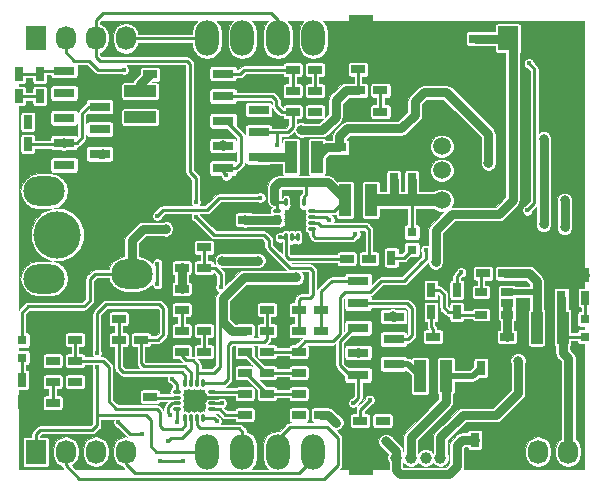
<source format=gbr>
G04 #@! TF.FileFunction,Copper,L1,Top,Signal*
%FSLAX46Y46*%
G04 Gerber Fmt 4.6, Leading zero omitted, Abs format (unit mm)*
G04 Created by KiCad (PCBNEW 4.0.2+dfsg1-stable) date mån 26 dec 2016 15:24:10*
%MOMM*%
G01*
G04 APERTURE LIST*
%ADD10C,0.100000*%
%ADD11C,0.400000*%
%ADD12C,1.501140*%
%ADD13C,2.999740*%
%ADD14O,3.500000X2.500000*%
%ADD15O,2.500000X3.500000*%
%ADD16C,4.000000*%
%ADD17R,2.000000X3.000000*%
%ADD18R,1.000000X2.700000*%
%ADD19O,2.000000X3.000000*%
%ADD20O,0.750000X0.300000*%
%ADD21O,0.300000X0.750000*%
%ADD22R,0.900000X0.900000*%
%ADD23R,1.060000X0.650000*%
%ADD24R,1.800860X0.800100*%
%ADD25R,2.700000X1.000000*%
%ADD26R,0.797560X0.797560*%
%ADD27R,1.200000X0.750000*%
%ADD28R,0.750000X1.200000*%
%ADD29R,1.727200X2.032000*%
%ADD30O,1.727200X2.032000*%
%ADD31C,1.000000*%
%ADD32C,0.800000*%
%ADD33C,0.600000*%
%ADD34C,0.250000*%
%ADD35C,0.750000*%
%ADD36C,0.500000*%
%ADD37C,1.000000*%
G04 APERTURE END LIST*
D10*
D11*
X171272200Y-108280200D03*
X171272200Y-109931200D03*
X169113200Y-108331000D03*
X156946600Y-92786200D03*
X143230600Y-116560600D03*
X143230600Y-114681000D03*
X143891000Y-111379000D03*
X143891000Y-113004600D03*
X153339800Y-118541800D03*
X151104600Y-118491000D03*
X150139400Y-118491000D03*
X149936200Y-116713000D03*
X153390600Y-116814600D03*
X153390600Y-115036600D03*
X149936200Y-114935000D03*
X153390600Y-111480600D03*
X150850600Y-90754200D03*
X151866600Y-90754200D03*
X146481800Y-90754200D03*
X154508200Y-105537000D03*
X156692600Y-105537000D03*
X158724600Y-105181400D03*
D12*
X166875880Y-94106140D03*
X166875880Y-96646140D03*
X166875880Y-98678140D03*
X166875880Y-101218140D03*
D13*
X169542880Y-91058140D03*
X169542880Y-104774140D03*
D14*
X133230000Y-107840000D03*
X133230000Y-100440000D03*
X140630000Y-100840000D03*
D15*
X138430000Y-104140000D03*
D14*
X140630000Y-107440000D03*
D16*
X134330000Y-104140000D03*
D17*
X160000000Y-87000000D03*
X160000000Y-123000000D03*
D18*
X160866000Y-101193600D03*
X158666000Y-101193600D03*
D19*
X153000000Y-87500000D03*
X156000000Y-87500000D03*
X150000000Y-87500000D03*
X147000000Y-87500000D03*
X150000000Y-122500000D03*
X153000000Y-122500000D03*
X147000000Y-122500000D03*
X156000000Y-122500000D03*
D20*
X144448000Y-117410800D03*
X144448000Y-117910800D03*
X144448000Y-118410800D03*
X144448000Y-118910800D03*
D21*
X145173000Y-119635800D03*
X145673000Y-119635800D03*
X146173000Y-119635800D03*
X146673000Y-119635800D03*
D20*
X147398000Y-118910800D03*
X147398000Y-118410800D03*
X147398000Y-117910800D03*
X147398000Y-117410800D03*
D21*
X146673000Y-116685800D03*
X146173000Y-116685800D03*
X145673000Y-116685800D03*
X145173000Y-116685800D03*
D22*
X146373000Y-118610800D03*
X146373000Y-117710800D03*
X145473000Y-118610800D03*
X145473000Y-117710800D03*
D20*
X152957000Y-102120000D03*
X152957000Y-102620000D03*
X152957000Y-103120000D03*
X152957000Y-103620000D03*
D21*
X153682000Y-104345000D03*
X154182000Y-104345000D03*
X154682000Y-104345000D03*
X155182000Y-104345000D03*
D20*
X155907000Y-103620000D03*
X155907000Y-103120000D03*
X155907000Y-102620000D03*
X155907000Y-102120000D03*
D21*
X155182000Y-101395000D03*
X154682000Y-101395000D03*
X154182000Y-101395000D03*
X153682000Y-101395000D03*
D22*
X154882000Y-103320000D03*
X154882000Y-102420000D03*
X153982000Y-103320000D03*
X153982000Y-102420000D03*
D23*
X170197600Y-108981200D03*
X170197600Y-109931200D03*
X170197600Y-110881200D03*
X172397600Y-110881200D03*
X172397600Y-108981200D03*
X172397600Y-109931200D03*
D24*
X159788860Y-114112000D03*
X159788860Y-116012000D03*
X162791140Y-115062000D03*
X148358860Y-96586000D03*
X148358860Y-98486000D03*
X151361140Y-97536000D03*
X134896860Y-96332000D03*
X134896860Y-98232000D03*
X137899140Y-97282000D03*
X162791140Y-112964000D03*
X162791140Y-111064000D03*
X159788860Y-112014000D03*
X151361140Y-95438000D03*
X151361140Y-93538000D03*
X148358860Y-94488000D03*
X137899140Y-95184000D03*
X137899140Y-93284000D03*
X134896860Y-94234000D03*
X159788860Y-108016000D03*
X159788860Y-109916000D03*
X162791140Y-108966000D03*
X148358860Y-90490000D03*
X148358860Y-92390000D03*
X151361140Y-91440000D03*
X134896860Y-90236000D03*
X134896860Y-92136000D03*
X137899140Y-91186000D03*
D18*
X167216000Y-116078000D03*
X165016000Y-116078000D03*
X156294000Y-97536000D03*
X154094000Y-97536000D03*
D25*
X141351000Y-91991000D03*
X141351000Y-94191000D03*
D18*
X177100000Y-112000000D03*
X174900000Y-112000000D03*
D26*
X164338000Y-103898700D03*
X164338000Y-105397300D03*
X179000000Y-112749300D03*
X179000000Y-111250700D03*
X131318000Y-113042700D03*
X131318000Y-114541300D03*
D27*
X152080000Y-119380000D03*
X150180000Y-119380000D03*
X159781200Y-93726000D03*
X161681200Y-93726000D03*
X144846000Y-105206800D03*
X146746000Y-105206800D03*
D28*
X170180000Y-115382000D03*
X170180000Y-117282000D03*
D27*
X158206400Y-96723200D03*
X160106400Y-96723200D03*
X142179000Y-90551000D03*
X144079000Y-90551000D03*
X156652000Y-110490000D03*
X154752000Y-110490000D03*
X154244000Y-91948000D03*
X156144000Y-91948000D03*
D28*
X132842000Y-90490000D03*
X132842000Y-92390000D03*
D27*
X154752000Y-114046000D03*
X156652000Y-114046000D03*
X154752000Y-115824000D03*
X156652000Y-115824000D03*
X154752000Y-117602000D03*
X156652000Y-117602000D03*
X167858400Y-87528400D03*
X169758400Y-87528400D03*
D28*
X164338000Y-99502000D03*
X164338000Y-97602000D03*
X162814000Y-99502000D03*
X162814000Y-97602000D03*
X177000000Y-109450000D03*
X177000000Y-107550000D03*
D27*
X160716000Y-106172000D03*
X158816000Y-106172000D03*
X172400000Y-112776000D03*
X170500000Y-112776000D03*
X172247600Y-107391200D03*
X170347600Y-107391200D03*
X150200400Y-102870000D03*
X148300400Y-102870000D03*
X140274000Y-117856000D03*
X142174000Y-117856000D03*
D28*
X131318000Y-116398000D03*
X131318000Y-118298000D03*
X168148000Y-110678000D03*
X168148000Y-108778000D03*
X165963600Y-108778000D03*
X165963600Y-110678000D03*
D27*
X166131200Y-112776000D03*
X168031200Y-112776000D03*
D28*
X179000000Y-109450000D03*
X179000000Y-107550000D03*
X162610800Y-106055200D03*
X162610800Y-104155200D03*
D27*
X135824000Y-113030000D03*
X133924000Y-113030000D03*
X139512000Y-111252000D03*
X141412000Y-111252000D03*
X133924000Y-114808000D03*
X135824000Y-114808000D03*
X141412000Y-113030000D03*
X139512000Y-113030000D03*
X146746000Y-114046000D03*
X144846000Y-114046000D03*
X152080000Y-112268000D03*
X150180000Y-112268000D03*
X133924000Y-116586000D03*
X135824000Y-116586000D03*
X135824000Y-118364000D03*
X133924000Y-118364000D03*
X144846000Y-112268000D03*
X146746000Y-112268000D03*
X150180000Y-110490000D03*
X152080000Y-110490000D03*
X146746000Y-110490000D03*
X144846000Y-110490000D03*
X152080000Y-117602000D03*
X150180000Y-117602000D03*
X152080000Y-115824000D03*
X150180000Y-115824000D03*
X152080000Y-114046000D03*
X150180000Y-114046000D03*
D28*
X131064000Y-90490000D03*
X131064000Y-92390000D03*
D27*
X154244000Y-90170000D03*
X156144000Y-90170000D03*
X156652000Y-112268000D03*
X154752000Y-112268000D03*
D28*
X131826000Y-94554000D03*
X131826000Y-96454000D03*
D27*
X154244000Y-93726000D03*
X156144000Y-93726000D03*
X161859000Y-119888000D03*
X159959000Y-119888000D03*
X144846000Y-108712000D03*
X146746000Y-108712000D03*
X159781200Y-90119200D03*
X161681200Y-90119200D03*
D28*
X169672000Y-121478000D03*
X169672000Y-123378000D03*
D27*
X146746000Y-106934000D03*
X144846000Y-106934000D03*
X161681200Y-91897200D03*
X159781200Y-91897200D03*
X154752000Y-119380000D03*
X156652000Y-119380000D03*
D29*
X132500000Y-87500000D03*
D30*
X135040000Y-87500000D03*
X137580000Y-87500000D03*
X140120000Y-87500000D03*
D29*
X132500000Y-122500000D03*
D30*
X135040000Y-122500000D03*
X137580000Y-122500000D03*
X140120000Y-122500000D03*
D31*
X166750000Y-123000000D03*
X165500000Y-123000000D03*
X163000000Y-123000000D03*
X164250000Y-123000000D03*
D29*
X172500000Y-122500000D03*
D30*
X175040000Y-122500000D03*
X177580000Y-122500000D03*
D29*
X172500000Y-87500000D03*
D30*
X175040000Y-87500000D03*
X177580000Y-87500000D03*
D11*
X161620200Y-105181400D03*
X143992600Y-91059000D03*
X149580600Y-111023400D03*
X152781000Y-94310200D03*
D31*
X140690600Y-97409000D03*
X143433800Y-86537800D03*
X163296600Y-102743000D03*
X177520600Y-93853000D03*
X142722600Y-97409000D03*
X143992600Y-96393000D03*
X143992600Y-94615000D03*
X177520600Y-95123000D03*
X177520600Y-96393000D03*
X165074600Y-97053400D03*
X162483800Y-97053400D03*
X160756600Y-97053400D03*
X160756600Y-98577400D03*
X166852600Y-86995000D03*
X165328600Y-86995000D03*
X163804600Y-86995000D03*
X162280600Y-86995000D03*
X158470600Y-86995000D03*
X177469800Y-92583000D03*
X169240200Y-112750600D03*
X171424600Y-114071400D03*
X171424600Y-115595400D03*
X171424600Y-117221000D03*
X170154600Y-118135400D03*
X168884600Y-118084600D03*
X164058600Y-118745000D03*
X156286200Y-118135400D03*
X151714200Y-109093000D03*
X147040600Y-110871000D03*
X141401800Y-111887000D03*
X140436600Y-114528600D03*
X140436600Y-116713000D03*
X138658600Y-120624600D03*
X136728200Y-118389400D03*
X136626600Y-111887000D03*
X138201400Y-108839000D03*
X132461000Y-111887000D03*
X132410200Y-115697000D03*
X132461000Y-118999000D03*
X143484600Y-88519000D03*
X146532600Y-94615000D03*
D11*
X152400000Y-106197400D03*
X147269200Y-108661200D03*
X145719800Y-109423200D03*
X147447000Y-115036600D03*
X161315400Y-114046000D03*
X161391600Y-116459000D03*
X161188400Y-110998000D03*
X169138600Y-109905800D03*
X157022800Y-106832400D03*
D32*
X172313600Y-111023400D03*
X162712400Y-110998000D03*
D11*
X152146000Y-102870000D03*
D32*
X148343660Y-96570800D03*
X150215600Y-102870000D03*
D11*
X156184600Y-93751400D03*
X151361140Y-93538000D03*
D33*
X142174000Y-117856000D03*
D32*
X143510000Y-103632000D03*
X148285200Y-106324400D03*
X151307800Y-106324400D03*
D11*
X157353000Y-102870000D03*
D32*
X134874000Y-96393000D03*
D33*
X159766000Y-114089140D03*
D11*
X160782000Y-118110000D03*
D31*
X160000000Y-123000000D03*
X174980600Y-115697000D03*
X156692600Y-114046000D03*
X161681200Y-90119200D03*
X159781200Y-93726000D03*
X137899140Y-91186000D03*
X175006000Y-117307360D03*
X170500000Y-112776000D03*
X167995600Y-112776000D03*
X162791140Y-108966000D03*
D11*
X146373000Y-118610800D03*
X145473000Y-118610800D03*
X145473000Y-117710800D03*
X146373000Y-117710800D03*
X153982000Y-103320000D03*
X154882000Y-103320000D03*
X154882000Y-102420000D03*
X153982000Y-102420000D03*
X154178000Y-100558600D03*
X154686000Y-100558600D03*
D32*
X174900000Y-112000000D03*
D11*
X172415200Y-107289600D03*
X168503600Y-107289600D03*
X152704800Y-101244400D03*
X153162000Y-104343200D03*
D31*
X158666000Y-101193600D03*
D32*
X166370000Y-106426000D03*
X154559000Y-107721400D03*
D11*
X165506400Y-105410000D03*
X174091600Y-102057200D03*
X174244000Y-89611200D03*
X132842000Y-92456000D03*
X139954000Y-90170000D03*
X156210000Y-90170000D03*
X146050000Y-102616000D03*
X146050000Y-101346000D03*
X154752000Y-110490000D03*
D32*
X175514000Y-103251000D03*
X175514000Y-96012000D03*
X141224000Y-91948000D03*
X173329600Y-114808000D03*
X177292000Y-101219000D03*
X177292000Y-103505000D03*
X170815000Y-98044000D03*
D11*
X148145500Y-108585000D03*
X144018000Y-116332000D03*
X144449800Y-120015000D03*
X161671000Y-93726000D03*
X141500000Y-121000000D03*
X139500000Y-120000000D03*
X142773400Y-108305600D03*
X142773400Y-106578400D03*
X142773400Y-102514400D03*
X151500000Y-101000000D03*
X150180000Y-119380000D03*
X154813000Y-119380000D03*
X134896860Y-94234000D03*
X134874000Y-98171000D03*
X134896860Y-92136000D03*
X137922000Y-95250000D03*
X131826000Y-94554000D03*
X148640800Y-99110800D03*
X152958800Y-96570800D03*
X159385000Y-118364000D03*
X161798000Y-119888000D03*
X162814000Y-113030000D03*
D32*
X141351000Y-94191000D03*
X138176000Y-97282000D03*
X154094000Y-97536000D03*
X165016000Y-116078000D03*
D11*
X137668000Y-114122200D03*
X137668000Y-115366800D03*
X143687800Y-121615200D03*
X133985000Y-114808000D03*
X143002000Y-123317000D03*
X144957800Y-123317000D03*
X135763000Y-116713000D03*
X146761200Y-114147600D03*
D32*
X154990800Y-95250000D03*
X144856200Y-106934000D03*
X157911800Y-120040400D03*
X162153600Y-121615200D03*
D11*
X159562800Y-104089200D03*
X133985000Y-118364000D03*
X147802600Y-119913400D03*
X143891000Y-119405400D03*
X148259800Y-118364000D03*
D34*
X144448000Y-117910800D02*
X142228800Y-117910800D01*
D35*
X172397600Y-110881200D02*
X172397600Y-112773600D01*
X172397600Y-112773600D02*
X172400000Y-112776000D01*
X172397600Y-109931200D02*
X172397600Y-110881200D01*
X172313600Y-111023400D02*
X172397600Y-110939400D01*
X172397600Y-110939400D02*
X172397600Y-110881200D01*
X172400000Y-111744800D02*
X172400000Y-112776000D01*
X162712400Y-110998000D02*
X162778400Y-111064000D01*
X162778400Y-111064000D02*
X162791140Y-111064000D01*
X172397600Y-109931200D02*
X172397600Y-112773600D01*
X172397600Y-112773600D02*
X172400000Y-112776000D01*
D34*
X152957000Y-103120000D02*
X152957000Y-102620000D01*
D35*
X150200400Y-102870000D02*
X152146000Y-102870000D01*
X152146000Y-102870000D02*
X152908000Y-102870000D01*
X152908000Y-102870000D02*
X152933400Y-102844600D01*
X148343660Y-96570800D02*
X148358860Y-96586000D01*
X150215600Y-102870000D02*
X150200400Y-102870000D01*
D34*
X156159200Y-93726000D02*
X156184600Y-93751400D01*
X156159200Y-93726000D02*
X156144000Y-93726000D01*
D35*
X140630000Y-104581600D02*
X140630000Y-107440000D01*
X141579600Y-103632000D02*
X140630000Y-104581600D01*
X143510000Y-103632000D02*
X141579600Y-103632000D01*
X148285200Y-106324400D02*
X151307800Y-106324400D01*
D34*
X157103000Y-102620000D02*
X157353000Y-102870000D01*
X157103000Y-102620000D02*
X156777500Y-102620000D01*
X131318000Y-113042700D02*
X131318000Y-110718600D01*
X131318000Y-110718600D02*
X131851400Y-110185200D01*
X131851400Y-110185200D02*
X136575800Y-110185200D01*
X136575800Y-110185200D02*
X137058400Y-109702600D01*
X137058400Y-109702600D02*
X137058400Y-107899200D01*
X137058400Y-107899200D02*
X137517600Y-107440000D01*
X137517600Y-107440000D02*
X140630000Y-107440000D01*
X155907000Y-102620000D02*
X156777500Y-102620000D01*
X156777500Y-102620000D02*
X156781500Y-102616000D01*
X152953000Y-102616000D02*
X152957000Y-102620000D01*
X137899140Y-93284000D02*
X136967000Y-93284000D01*
X135951000Y-96332000D02*
X134896860Y-96332000D01*
X136398000Y-95885000D02*
X135951000Y-96332000D01*
X136398000Y-93853000D02*
X136398000Y-95885000D01*
X136967000Y-93284000D02*
X136398000Y-93853000D01*
D35*
X134874000Y-96393000D02*
X134896860Y-96370140D01*
X134896860Y-96370140D02*
X134896860Y-96332000D01*
D34*
X131826000Y-96454000D02*
X134774860Y-96454000D01*
X134774860Y-96454000D02*
X134896860Y-96332000D01*
D35*
X159766000Y-114089140D02*
X159788860Y-114112000D01*
D34*
X159959000Y-119888000D02*
X159959000Y-118933000D01*
X159959000Y-118933000D02*
X160782000Y-118110000D01*
D36*
X159788860Y-114150140D02*
X159788860Y-114112000D01*
D34*
X141013000Y-107823000D02*
X140630000Y-107440000D01*
X156692600Y-114046000D02*
X156652000Y-114046000D01*
X174980600Y-117348000D02*
X174980600Y-117332760D01*
X174980600Y-117332760D02*
X175006000Y-117307360D01*
X167995600Y-112776000D02*
X168031200Y-112776000D01*
D37*
X160487360Y-97078800D02*
X160131760Y-96723200D01*
X160131760Y-96723200D02*
X160106400Y-96723200D01*
D34*
X140258800Y-117856000D02*
X140274000Y-117856000D01*
D35*
X177000000Y-107550000D02*
X179000000Y-107550000D01*
D34*
X154182000Y-101395000D02*
X154182000Y-100562600D01*
X154182000Y-100562600D02*
X154178000Y-100558600D01*
X154682000Y-101395000D02*
X154682000Y-100562600D01*
X154682000Y-100562600D02*
X154686000Y-100558600D01*
X154682000Y-101395000D02*
X154682000Y-101138800D01*
X168148000Y-108778000D02*
X168148000Y-107645200D01*
X172415200Y-107289600D02*
X172313600Y-107391200D01*
X168148000Y-107645200D02*
X168503600Y-107289600D01*
X172313600Y-107391200D02*
X172247600Y-107391200D01*
D36*
X172397600Y-108981200D02*
X174864400Y-108981200D01*
X174864400Y-108981200D02*
X174900000Y-109016800D01*
D35*
X174900000Y-112000000D02*
X174900000Y-109016800D01*
X174900000Y-109016800D02*
X174900000Y-108047200D01*
X174244000Y-107391200D02*
X172247600Y-107391200D01*
X174900000Y-108047200D02*
X174244000Y-107391200D01*
D34*
X170197600Y-108981200D02*
X170197600Y-107541200D01*
X170197600Y-107541200D02*
X170347600Y-107391200D01*
X155907000Y-103120000D02*
X156358400Y-103120000D01*
X160716000Y-103718400D02*
X160716000Y-106172000D01*
X160426400Y-103428800D02*
X160716000Y-103718400D01*
X156667200Y-103428800D02*
X160426400Y-103428800D01*
X156358400Y-103120000D02*
X156667200Y-103428800D01*
X153682000Y-101395000D02*
X152855400Y-101395000D01*
X152855400Y-101395000D02*
X152704800Y-101244400D01*
D35*
X153746200Y-99695000D02*
X153060400Y-99695000D01*
X152704800Y-100050600D02*
X152704800Y-101244400D01*
X153060400Y-99695000D02*
X152704800Y-100050600D01*
D34*
X155907000Y-102120000D02*
X157739600Y-102120000D01*
X157739600Y-102120000D02*
X158666000Y-101193600D01*
D35*
X155397200Y-99695000D02*
X153746200Y-99695000D01*
D34*
X153543000Y-99898200D02*
X153746200Y-99695000D01*
X155182000Y-101395000D02*
X155182000Y-100900800D01*
X155397200Y-100685600D02*
X155397200Y-99695000D01*
X155182000Y-100900800D02*
X155397200Y-100685600D01*
D35*
X158666000Y-101193600D02*
X158666000Y-101135000D01*
X158666000Y-101135000D02*
X157226000Y-99695000D01*
X157226000Y-99695000D02*
X155397200Y-99695000D01*
D34*
X155907000Y-102120000D02*
X156096400Y-102120000D01*
D36*
X158666000Y-101193600D02*
X158666000Y-101058800D01*
D34*
X158464600Y-101395000D02*
X158666000Y-101193600D01*
X152957000Y-102120000D02*
X152957000Y-101496600D01*
X152957000Y-101496600D02*
X152704800Y-101244400D01*
X153163800Y-104345000D02*
X153682000Y-104345000D01*
X153162000Y-104343200D02*
X153163800Y-104345000D01*
X153682000Y-104345000D02*
X153682000Y-105930000D01*
X153924000Y-106172000D02*
X158816000Y-106172000D01*
X153682000Y-105930000D02*
X153924000Y-106172000D01*
X158322400Y-100850000D02*
X158666000Y-101193600D01*
D35*
X177000000Y-109450000D02*
X177000000Y-111900000D01*
X177000000Y-111900000D02*
X177100000Y-112000000D01*
D34*
X179000000Y-112749300D02*
X177318700Y-112749300D01*
X177318700Y-112749300D02*
X177100000Y-112968000D01*
X177100000Y-112968000D02*
X177100000Y-112000000D01*
D35*
X177100000Y-112000000D02*
X177100000Y-114100000D01*
X177580000Y-114580000D02*
X177580000Y-122500000D01*
X177100000Y-114100000D02*
X177580000Y-114580000D01*
D34*
X164338000Y-103898700D02*
X164338000Y-101193600D01*
X164338000Y-101193600D02*
X164312600Y-101219000D01*
X164312600Y-101219000D02*
X164211000Y-101219000D01*
X164211000Y-101219000D02*
X164338000Y-101219000D01*
D35*
X162814000Y-101193600D02*
X162814000Y-99502000D01*
X164338000Y-101193600D02*
X164338000Y-101219000D01*
X164338000Y-101219000D02*
X164338000Y-99502000D01*
D37*
X160866000Y-101193600D02*
X162814000Y-101193600D01*
X162814000Y-101193600D02*
X164338000Y-101193600D01*
X164338000Y-101193600D02*
X166851340Y-101193600D01*
X166851340Y-101193600D02*
X166875880Y-101218140D01*
D35*
X166851340Y-101193600D02*
X166875880Y-101218140D01*
D37*
X166864040Y-101206300D02*
X166875880Y-101218140D01*
D35*
X171704000Y-102362000D02*
X167741600Y-102362000D01*
X167741600Y-102362000D02*
X166370000Y-103733600D01*
X166370000Y-103733600D02*
X166370000Y-106426000D01*
X172872400Y-87127600D02*
X172872400Y-101193600D01*
X172872400Y-101193600D02*
X171704000Y-102362000D01*
X148336000Y-109499400D02*
X150114000Y-107721400D01*
X150114000Y-107721400D02*
X154559000Y-107721400D01*
X148336000Y-109982000D02*
X148336000Y-110998000D01*
X148336000Y-109982000D02*
X148336000Y-109499400D01*
D34*
X146173000Y-115824000D02*
X147574000Y-115824000D01*
X147574000Y-115824000D02*
X148082000Y-115316000D01*
X148082000Y-115316000D02*
X148082000Y-110998000D01*
X148082000Y-110998000D02*
X148336000Y-110998000D01*
D35*
X150180000Y-112268000D02*
X149098000Y-112268000D01*
X148336000Y-111506000D02*
X148336000Y-110998000D01*
X149098000Y-112268000D02*
X148336000Y-111506000D01*
X169758400Y-87528400D02*
X172471600Y-87528400D01*
X172471600Y-87528400D02*
X172872400Y-87127600D01*
D34*
X144846000Y-114046000D02*
X144846000Y-114366000D01*
X144846000Y-114366000D02*
X145224500Y-114744500D01*
X145224500Y-114744500D02*
X145796000Y-114744500D01*
X145796000Y-114744500D02*
X146173000Y-115121500D01*
X146173000Y-115121500D02*
X146173000Y-115824000D01*
X146173000Y-115824000D02*
X146173000Y-115925600D01*
X146173000Y-115925600D02*
X146173000Y-116685800D01*
X150180000Y-115824000D02*
X150302000Y-115824000D01*
X150302000Y-115824000D02*
X152080000Y-117602000D01*
X152080000Y-117602000D02*
X154752000Y-117602000D01*
X152080000Y-115824000D02*
X151958000Y-115824000D01*
X151958000Y-115824000D02*
X150180000Y-114046000D01*
X154752000Y-115824000D02*
X152080000Y-115824000D01*
X165506400Y-106197400D02*
X165506400Y-105410000D01*
X174091600Y-102057200D02*
X174701200Y-101447600D01*
X174701200Y-101447600D02*
X174701200Y-90068400D01*
X174701200Y-90068400D02*
X174244000Y-89611200D01*
X155295600Y-113131600D02*
X154752000Y-113675200D01*
X163677600Y-108026200D02*
X165227000Y-106476800D01*
X161747200Y-108026200D02*
X163677600Y-108026200D01*
X160807400Y-108966000D02*
X161747200Y-108026200D01*
X158673800Y-108966000D02*
X160807400Y-108966000D01*
X158242000Y-109397800D02*
X158673800Y-108966000D01*
X158242000Y-112520602D02*
X158242000Y-109397800D01*
X157631002Y-113131600D02*
X158242000Y-112520602D01*
X155295600Y-113131600D02*
X157631002Y-113131600D01*
X165227000Y-106476800D02*
X165506400Y-106197400D01*
X154752000Y-114046000D02*
X154752000Y-113675200D01*
X147000000Y-87500000D02*
X140120000Y-87500000D01*
X154752000Y-114046000D02*
X152080000Y-114046000D01*
X132842000Y-90490000D02*
X131064000Y-90490000D01*
X134896860Y-90236000D02*
X133096000Y-90236000D01*
X133096000Y-90236000D02*
X132842000Y-90490000D01*
X132839600Y-90213000D02*
X132842000Y-90210600D01*
X131214000Y-90236000D02*
X131191000Y-90213000D01*
X132842000Y-92456000D02*
X132842000Y-92390000D01*
X132842000Y-92390000D02*
X131064000Y-92390000D01*
X132842000Y-92390000D02*
X132903000Y-92390000D01*
X132565000Y-92387600D02*
X132842000Y-92110600D01*
X132842000Y-87842000D02*
X132500000Y-87500000D01*
X154244000Y-90170000D02*
X154244000Y-91948000D01*
X148358860Y-90490000D02*
X149794000Y-90490000D01*
X150114000Y-90170000D02*
X154244000Y-90170000D01*
X149794000Y-90490000D02*
X150114000Y-90170000D01*
X135040000Y-87500000D02*
X135040000Y-88685000D01*
X156210000Y-90170000D02*
X156144000Y-90170000D01*
X137795000Y-90170000D02*
X139954000Y-90170000D01*
X137033000Y-89408000D02*
X137795000Y-90170000D01*
X135763000Y-89408000D02*
X137033000Y-89408000D01*
X135040000Y-88685000D02*
X135763000Y-89408000D01*
X156144000Y-91948000D02*
X156144000Y-90170000D01*
X156144000Y-90170000D02*
X156144000Y-90144000D01*
X156652000Y-110490000D02*
X156652000Y-112268000D01*
X156652000Y-110490000D02*
X156652000Y-108905000D01*
X157541000Y-108016000D02*
X159788860Y-108016000D01*
X156652000Y-108905000D02*
X157541000Y-108016000D01*
X155448000Y-106934000D02*
X154025600Y-106934000D01*
X155702000Y-106934000D02*
X155956000Y-107188000D01*
X155956000Y-107188000D02*
X155956000Y-109220000D01*
X155956000Y-109220000D02*
X155702000Y-109474000D01*
X155702000Y-109474000D02*
X154940000Y-109474000D01*
X154940000Y-109474000D02*
X154752000Y-109662000D01*
X154752000Y-110490000D02*
X154752000Y-109662000D01*
X155448000Y-106934000D02*
X155702000Y-106934000D01*
X151790400Y-104140000D02*
X150622000Y-104140000D01*
X152222200Y-104571800D02*
X151790400Y-104140000D01*
X152222200Y-105130600D02*
X152222200Y-104571800D01*
X154025600Y-106934000D02*
X152222200Y-105130600D01*
X137580000Y-89066000D02*
X137922000Y-89408000D01*
X137580000Y-87500000D02*
X137580000Y-89066000D01*
X147574000Y-104140000D02*
X150622000Y-104140000D01*
X146050000Y-102616000D02*
X147574000Y-104140000D01*
X146050000Y-99314000D02*
X146050000Y-101346000D01*
X145542000Y-98806000D02*
X146050000Y-99314000D01*
X145542000Y-89662000D02*
X145542000Y-98806000D01*
X145288000Y-89408000D02*
X145542000Y-89662000D01*
X137922000Y-89408000D02*
X145288000Y-89408000D01*
X153000000Y-87500000D02*
X153000000Y-85944000D01*
X137580000Y-85940000D02*
X137580000Y-87500000D01*
X138176000Y-85344000D02*
X137580000Y-85940000D01*
X152400000Y-85344000D02*
X138176000Y-85344000D01*
X153000000Y-85944000D02*
X152400000Y-85344000D01*
X154752000Y-112268000D02*
X154752000Y-110490000D01*
D35*
X172466000Y-118364000D02*
X173329600Y-117500400D01*
X166750000Y-123000000D02*
X166750000Y-121286000D01*
X166750000Y-121286000D02*
X168656000Y-119380000D01*
X168656000Y-119380000D02*
X171450000Y-119380000D01*
X171450000Y-119380000D02*
X172466000Y-118364000D01*
X175514000Y-103251000D02*
X175514000Y-101473000D01*
X175514000Y-101473000D02*
X175514000Y-96012000D01*
X141224000Y-91948000D02*
X141267000Y-91991000D01*
X173329600Y-117500400D02*
X173329600Y-114808000D01*
X141351000Y-91991000D02*
X141351000Y-91379000D01*
X141351000Y-91379000D02*
X142179000Y-90551000D01*
X141267000Y-91991000D02*
X141351000Y-91991000D01*
X163449000Y-95123000D02*
X158877000Y-95123000D01*
X177292000Y-101219000D02*
X177292000Y-103505000D01*
X170815000Y-95631000D02*
X170815000Y-98044000D01*
X167259000Y-92075000D02*
X170815000Y-95631000D01*
X165354000Y-92075000D02*
X167259000Y-92075000D01*
X164592000Y-92837000D02*
X165354000Y-92075000D01*
X164592000Y-93980000D02*
X164592000Y-92837000D01*
X163449000Y-95123000D02*
X164592000Y-93980000D01*
X158206400Y-95793600D02*
X158206400Y-96723200D01*
X158877000Y-95123000D02*
X158206400Y-95793600D01*
X158206400Y-96723200D02*
X157106800Y-96723200D01*
X157106800Y-96723200D02*
X156294000Y-97536000D01*
X167216000Y-116078000D02*
X167216000Y-118280000D01*
X164250000Y-121246000D02*
X164250000Y-123000000D01*
X167216000Y-118280000D02*
X164250000Y-121246000D01*
D36*
X167216000Y-116078000D02*
X169484000Y-116078000D01*
X169484000Y-116078000D02*
X170180000Y-115382000D01*
D34*
X144448000Y-117410800D02*
X144448000Y-116762000D01*
X147637500Y-106934000D02*
X146746000Y-106934000D01*
X148145500Y-107442000D02*
X147637500Y-106934000D01*
X148145500Y-108585000D02*
X148145500Y-107442000D01*
X144448000Y-116762000D02*
X144018000Y-116332000D01*
X146746000Y-105206800D02*
X146746000Y-106934000D01*
X144436400Y-117410800D02*
X144448000Y-117410800D01*
X147000000Y-102000000D02*
X143287800Y-102000000D01*
X144448000Y-119429000D02*
X144449800Y-119430800D01*
X144449800Y-119430800D02*
X144449800Y-120015000D01*
X141500000Y-121000000D02*
X140500000Y-121000000D01*
X140500000Y-121000000D02*
X139500000Y-120000000D01*
X142773400Y-108305600D02*
X142773400Y-106578400D01*
X147000000Y-102000000D02*
X148000000Y-101000000D01*
X148000000Y-101000000D02*
X151500000Y-101000000D01*
X161681200Y-93726000D02*
X161671000Y-93726000D01*
X144448000Y-119429000D02*
X144448000Y-118910800D01*
X143287800Y-102000000D02*
X142773400Y-102514400D01*
X161681200Y-91897200D02*
X161681200Y-93726000D01*
X148057300Y-118910800D02*
X148526500Y-119380000D01*
X148526500Y-119380000D02*
X150180000Y-119380000D01*
X147398000Y-118910800D02*
X148057300Y-118910800D01*
X154813000Y-119380000D02*
X154752000Y-119380000D01*
X131318000Y-116398000D02*
X131318000Y-114541300D01*
X179000000Y-111250700D02*
X179000000Y-109450000D01*
X162610800Y-106055200D02*
X163680100Y-106055200D01*
X163680100Y-106055200D02*
X164338000Y-105397300D01*
X134874000Y-98171000D02*
X134896860Y-98193860D01*
X134896860Y-98193860D02*
X134896860Y-98232000D01*
X137922000Y-95250000D02*
X137899140Y-95227140D01*
X137899140Y-95227140D02*
X137899140Y-95184000D01*
X137899140Y-95227140D02*
X137899140Y-95184000D01*
X137901640Y-95186500D02*
X137899140Y-95184000D01*
X148358860Y-98486000D02*
X148358860Y-98828860D01*
X148358860Y-98828860D02*
X148640800Y-99110800D01*
X148590000Y-94488000D02*
X149860000Y-95758000D01*
X148358860Y-94488000D02*
X148590000Y-94488000D01*
X149860000Y-95758000D02*
X149860000Y-98044000D01*
X149860000Y-98044000D02*
X149418000Y-98486000D01*
X149418000Y-98486000D02*
X148358860Y-98486000D01*
X152958800Y-95438000D02*
X152958800Y-96570800D01*
X151902200Y-95438000D02*
X151361140Y-95438000D01*
X154244000Y-93726000D02*
X153314400Y-93726000D01*
X152486400Y-92390000D02*
X148358860Y-92390000D01*
X152857200Y-92760800D02*
X152486400Y-92390000D01*
X152857200Y-93268800D02*
X152857200Y-92760800D01*
X153314400Y-93726000D02*
X152857200Y-93268800D01*
X151361140Y-95438000D02*
X152958800Y-95438000D01*
X152958800Y-95438000D02*
X153837600Y-95438000D01*
X154244000Y-95031600D02*
X154244000Y-93726000D01*
X153837600Y-95438000D02*
X154244000Y-95031600D01*
X154244000Y-93726000D02*
X153924000Y-93726000D01*
X159788860Y-116012000D02*
X159065000Y-116012000D01*
X159065000Y-116012000D02*
X158242000Y-115189000D01*
X158242000Y-113157000D02*
X159385000Y-112014000D01*
X158242000Y-115189000D02*
X158242000Y-113157000D01*
X159385000Y-112014000D02*
X159788860Y-112014000D01*
X159788860Y-116012000D02*
X159788860Y-117960140D01*
X159788860Y-117960140D02*
X159385000Y-118364000D01*
X162791140Y-112964000D02*
X164023000Y-112964000D01*
X163891000Y-109916000D02*
X159788860Y-109916000D01*
X164338000Y-110363000D02*
X163891000Y-109916000D01*
X164338000Y-112649000D02*
X164338000Y-110363000D01*
X164023000Y-112964000D02*
X164338000Y-112649000D01*
X161798000Y-119888000D02*
X161859000Y-119888000D01*
X162814000Y-113030000D02*
X162791140Y-113007140D01*
X162791140Y-113007140D02*
X162791140Y-112964000D01*
D35*
X138176000Y-97282000D02*
X137899140Y-97282000D01*
X154094000Y-97536000D02*
X151361140Y-97536000D01*
X164973000Y-116245640D02*
X165016000Y-116202640D01*
X165016000Y-116202640D02*
X165016000Y-116078000D01*
D36*
X162791140Y-115062000D02*
X164000000Y-115062000D01*
X164000000Y-115062000D02*
X165016000Y-116078000D01*
D34*
X143281400Y-110337600D02*
X143281400Y-112572800D01*
X147000000Y-122500000D02*
X142693000Y-122500000D01*
X141833600Y-119430800D02*
X138938000Y-119430800D01*
X142240000Y-119837200D02*
X141833600Y-119430800D01*
X142240000Y-122047000D02*
X142240000Y-119837200D01*
X142693000Y-122500000D02*
X142240000Y-122047000D01*
X138938000Y-119430800D02*
X137668000Y-119430800D01*
X137668000Y-119430800D02*
X137668000Y-119380000D01*
X132500000Y-122500000D02*
X132500000Y-120992000D01*
X132500000Y-120992000D02*
X132842000Y-120650000D01*
X132842000Y-120650000D02*
X137287000Y-120650000D01*
X137287000Y-120650000D02*
X137668000Y-120269000D01*
X137668000Y-120269000D02*
X137668000Y-119380000D01*
X137668000Y-119380000D02*
X137668000Y-117602000D01*
X145673000Y-116685800D02*
X145673000Y-115828000D01*
X141412000Y-115021400D02*
X141412000Y-113030000D01*
X141655800Y-115265200D02*
X141412000Y-115021400D01*
X145110200Y-115265200D02*
X141655800Y-115265200D01*
X145673000Y-115828000D02*
X145110200Y-115265200D01*
X142824200Y-113030000D02*
X141412000Y-113030000D01*
X143281400Y-112572800D02*
X142824200Y-113030000D01*
X142951200Y-110007400D02*
X143281400Y-110337600D01*
X138455400Y-110007400D02*
X142951200Y-110007400D01*
X137668000Y-110794800D02*
X138455400Y-110007400D01*
X137668000Y-114122200D02*
X137668000Y-110794800D01*
X137668000Y-118186200D02*
X137668000Y-117602000D01*
X137668000Y-117602000D02*
X137668000Y-115366800D01*
X138938000Y-119430800D02*
X138912600Y-119430800D01*
X143967200Y-121335800D02*
X143687800Y-121615200D01*
X144526000Y-121335800D02*
X143967200Y-121335800D01*
X144907000Y-121335800D02*
X145673000Y-120569800D01*
X145673000Y-120569800D02*
X145673000Y-119635800D01*
X144526000Y-121335800D02*
X144907000Y-121335800D01*
X135040000Y-122500000D02*
X135040000Y-123660800D01*
X154051000Y-120370600D02*
X153000000Y-121421600D01*
X157124400Y-120370600D02*
X154051000Y-120370600D01*
X158064200Y-121310400D02*
X157124400Y-120370600D01*
X158064200Y-123647200D02*
X158064200Y-121310400D01*
X156921200Y-124790200D02*
X158064200Y-123647200D01*
X136169400Y-124790200D02*
X156921200Y-124790200D01*
X135040000Y-123660800D02*
X136169400Y-124790200D01*
X153000000Y-121421600D02*
X153000000Y-122500000D01*
X133985000Y-114808000D02*
X133924000Y-114808000D01*
X144957800Y-123317000D02*
X143002000Y-123317000D01*
X135763000Y-116713000D02*
X135824000Y-116652000D01*
X135824000Y-116652000D02*
X135824000Y-116586000D01*
X146173000Y-119635800D02*
X146173000Y-120265000D01*
X150000000Y-120790000D02*
X150000000Y-122500000D01*
X149733000Y-120523000D02*
X150000000Y-120790000D01*
X146431000Y-120523000D02*
X149733000Y-120523000D01*
X146173000Y-120265000D02*
X146431000Y-120523000D01*
X140120000Y-123559200D02*
X140120000Y-122500000D01*
X156000000Y-123120600D02*
X154787600Y-124333000D01*
X154787600Y-124333000D02*
X140893800Y-124333000D01*
X140893800Y-124333000D02*
X140120000Y-123559200D01*
X156000000Y-122500000D02*
X156000000Y-123120600D01*
X146761200Y-114147600D02*
X146746000Y-114132400D01*
X146746000Y-114132400D02*
X146746000Y-114046000D01*
X146746000Y-112268000D02*
X146746000Y-114046000D01*
D35*
X156768800Y-95250000D02*
X154990800Y-95250000D01*
X157886400Y-94132400D02*
X156768800Y-95250000D01*
X157886400Y-92760800D02*
X157886400Y-94132400D01*
X158750000Y-91897200D02*
X157886400Y-92760800D01*
X159781200Y-91897200D02*
X158750000Y-91897200D01*
X144846000Y-108712000D02*
X144846000Y-106883200D01*
X144856200Y-106934000D02*
X144846000Y-106923800D01*
X144846000Y-106923800D02*
X144846000Y-106883200D01*
X163000000Y-123000000D02*
X163000000Y-122461600D01*
X157911800Y-120040400D02*
X157251400Y-119380000D01*
X163000000Y-122461600D02*
X162153600Y-121615200D01*
X157251400Y-119380000D02*
X156652000Y-119380000D01*
X163000000Y-123000000D02*
X163000000Y-124036400D01*
X168615400Y-121478000D02*
X169672000Y-121478000D01*
X168148000Y-121945400D02*
X168615400Y-121478000D01*
X168148000Y-123748800D02*
X168148000Y-121945400D01*
X167487600Y-124409200D02*
X168148000Y-123748800D01*
X163372800Y-124409200D02*
X167487600Y-124409200D01*
X163000000Y-124036400D02*
X163372800Y-124409200D01*
D34*
X159781200Y-91897200D02*
X159781200Y-90119200D01*
X155950900Y-103663900D02*
X155950900Y-104185700D01*
X156159200Y-104394000D02*
X155950900Y-104185700D01*
X159258000Y-104394000D02*
X156159200Y-104394000D01*
X159562800Y-104089200D02*
X159258000Y-104394000D01*
X155950900Y-103663900D02*
X155907000Y-103620000D01*
X155907000Y-103620000D02*
X156045600Y-103620000D01*
X165963600Y-108778000D02*
X166639200Y-108778000D01*
X167421600Y-110678000D02*
X168148000Y-110678000D01*
X167030400Y-110286800D02*
X167421600Y-110678000D01*
X167030400Y-109169200D02*
X167030400Y-110286800D01*
X166639200Y-108778000D02*
X167030400Y-109169200D01*
X170197600Y-110881200D02*
X168351200Y-110881200D01*
X168351200Y-110881200D02*
X168148000Y-110678000D01*
X165963600Y-110678000D02*
X165963600Y-111912400D01*
X166131200Y-112080000D02*
X166131200Y-112776000D01*
X165963600Y-111912400D02*
X166131200Y-112080000D01*
X145173000Y-119635800D02*
X145173000Y-120257000D01*
X138176000Y-114808000D02*
X135824000Y-114808000D01*
X138684000Y-115316000D02*
X138176000Y-114808000D01*
X138684000Y-118237000D02*
X138684000Y-115316000D01*
X139319000Y-118872000D02*
X138684000Y-118237000D01*
X142748000Y-118872000D02*
X139319000Y-118872000D01*
X143002000Y-119126000D02*
X142748000Y-118872000D01*
X143002000Y-120319800D02*
X143002000Y-119126000D01*
X143256000Y-120573800D02*
X143002000Y-120319800D01*
X144856200Y-120573800D02*
X143256000Y-120573800D01*
X145173000Y-120257000D02*
X144856200Y-120573800D01*
X135824000Y-113030000D02*
X135824000Y-114808000D01*
X139512000Y-113030000D02*
X139512000Y-111252000D01*
X145173000Y-116685800D02*
X145173000Y-116095502D01*
X139512000Y-115382000D02*
X139512000Y-113030000D01*
X139890500Y-115760500D02*
X139512000Y-115382000D01*
X144837998Y-115760500D02*
X139890500Y-115760500D01*
X145173000Y-116095502D02*
X144837998Y-115760500D01*
X146673000Y-116685800D02*
X148439400Y-116685800D01*
X152080000Y-112943600D02*
X152080000Y-112268000D01*
X151841200Y-113182400D02*
X152080000Y-112943600D01*
X149047200Y-113182400D02*
X151841200Y-113182400D01*
X148742400Y-113487200D02*
X149047200Y-113182400D01*
X148742400Y-116382800D02*
X148742400Y-113487200D01*
X148439400Y-116685800D02*
X148742400Y-116382800D01*
X152080000Y-112268000D02*
X152080000Y-110490000D01*
X146673000Y-119635800D02*
X147575800Y-119635800D01*
X133985000Y-118364000D02*
X133924000Y-118364000D01*
X147802600Y-119862600D02*
X147802600Y-119913400D01*
X147575800Y-119635800D02*
X147802600Y-119862600D01*
X133924000Y-118364000D02*
X133924000Y-116586000D01*
X144846000Y-110490000D02*
X144846000Y-112268000D01*
X147398000Y-117410800D02*
X149988800Y-117410800D01*
X149988800Y-117410800D02*
X150180000Y-117602000D01*
X154182000Y-104345000D02*
X154682000Y-104345000D01*
X144022000Y-118410800D02*
X143687800Y-118745000D01*
X143687800Y-118745000D02*
X143687800Y-119202200D01*
X143687800Y-119202200D02*
X143891000Y-119405400D01*
X144022000Y-118410800D02*
X144448000Y-118410800D01*
X148213000Y-118410800D02*
X147398000Y-118410800D01*
X148259800Y-118364000D02*
X148213000Y-118410800D01*
D10*
G36*
X137529835Y-90435165D02*
X137651494Y-90516455D01*
X137795000Y-90545000D01*
X139692505Y-90545000D01*
X139698763Y-90551269D01*
X139864097Y-90619922D01*
X140043118Y-90620078D01*
X140208572Y-90551714D01*
X140335269Y-90425237D01*
X140403922Y-90259903D01*
X140404078Y-90080882D01*
X140335714Y-89915428D01*
X140209237Y-89788731D01*
X140195435Y-89783000D01*
X145132670Y-89783000D01*
X145167000Y-89817330D01*
X145167000Y-98806000D01*
X145195545Y-98949507D01*
X145276835Y-99071165D01*
X145675000Y-99469330D01*
X145675000Y-101084505D01*
X145668731Y-101090763D01*
X145600078Y-101256097D01*
X145599922Y-101435118D01*
X145668286Y-101600572D01*
X145692672Y-101625000D01*
X143287800Y-101625000D01*
X143144294Y-101653545D01*
X143033958Y-101727269D01*
X143022635Y-101734835D01*
X142693140Y-102064330D01*
X142684282Y-102064322D01*
X142518828Y-102132686D01*
X142392131Y-102259163D01*
X142323478Y-102424497D01*
X142323322Y-102603518D01*
X142391686Y-102768972D01*
X142518163Y-102895669D01*
X142683497Y-102964322D01*
X142862518Y-102964478D01*
X143027972Y-102896114D01*
X143154669Y-102769637D01*
X143223322Y-102604303D01*
X143223330Y-102594800D01*
X143443130Y-102375000D01*
X145662819Y-102375000D01*
X145600078Y-102526097D01*
X145599922Y-102705118D01*
X145668286Y-102870572D01*
X145794763Y-102997269D01*
X145960097Y-103065922D01*
X145969600Y-103065930D01*
X147308835Y-104405165D01*
X147430494Y-104486455D01*
X147574000Y-104515000D01*
X151635070Y-104515000D01*
X151847200Y-104727130D01*
X151847200Y-105130600D01*
X151875745Y-105274107D01*
X151957035Y-105395765D01*
X153657670Y-107096400D01*
X150114005Y-107096400D01*
X150114000Y-107096399D01*
X149874823Y-107143975D01*
X149672058Y-107279458D01*
X148554661Y-108396855D01*
X148527214Y-108330428D01*
X148520500Y-108323702D01*
X148520500Y-107442000D01*
X148491955Y-107298494D01*
X148410665Y-107176835D01*
X148208163Y-106974333D01*
X148413926Y-106974512D01*
X148474702Y-106949400D01*
X151118005Y-106949400D01*
X151177940Y-106974287D01*
X151436526Y-106974512D01*
X151675514Y-106875764D01*
X151858522Y-106693076D01*
X151957687Y-106454260D01*
X151957912Y-106195674D01*
X151859164Y-105956686D01*
X151676476Y-105773678D01*
X151437660Y-105674513D01*
X151179074Y-105674288D01*
X151118298Y-105699400D01*
X148474995Y-105699400D01*
X148415060Y-105674513D01*
X148156474Y-105674288D01*
X147917486Y-105773036D01*
X147734478Y-105955724D01*
X147635313Y-106194540D01*
X147635088Y-106453126D01*
X147682536Y-106567958D01*
X147637500Y-106559000D01*
X147600897Y-106559000D01*
X147583465Y-106466356D01*
X147528712Y-106381268D01*
X147445169Y-106324185D01*
X147346000Y-106304103D01*
X147121000Y-106304103D01*
X147121000Y-105836697D01*
X147346000Y-105836697D01*
X147438644Y-105819265D01*
X147523732Y-105764512D01*
X147580815Y-105680969D01*
X147600897Y-105581800D01*
X147600897Y-104831800D01*
X147583465Y-104739156D01*
X147528712Y-104654068D01*
X147445169Y-104596985D01*
X147346000Y-104576903D01*
X146146000Y-104576903D01*
X146053356Y-104594335D01*
X145968268Y-104649088D01*
X145911185Y-104732631D01*
X145891103Y-104831800D01*
X145891103Y-105581800D01*
X145908535Y-105674444D01*
X145963288Y-105759532D01*
X146046831Y-105816615D01*
X146146000Y-105836697D01*
X146371000Y-105836697D01*
X146371000Y-106304103D01*
X146146000Y-106304103D01*
X146053356Y-106321535D01*
X145968268Y-106376288D01*
X145911185Y-106459831D01*
X145891103Y-106559000D01*
X145891103Y-107309000D01*
X145908535Y-107401644D01*
X145963288Y-107486732D01*
X146046831Y-107543815D01*
X146146000Y-107563897D01*
X147346000Y-107563897D01*
X147438644Y-107546465D01*
X147523732Y-107491712D01*
X147580815Y-107408169D01*
X147580903Y-107407733D01*
X147770500Y-107597330D01*
X147770500Y-108323505D01*
X147764231Y-108329763D01*
X147695578Y-108495097D01*
X147695422Y-108674118D01*
X147763786Y-108839572D01*
X147890263Y-108966269D01*
X147957378Y-108994138D01*
X147894058Y-109057458D01*
X147758575Y-109260223D01*
X147711000Y-109499400D01*
X147711000Y-110977891D01*
X147707000Y-110998000D01*
X147707000Y-115160670D01*
X147418670Y-115449000D01*
X146548000Y-115449000D01*
X146548000Y-115121500D01*
X146519455Y-114977994D01*
X146438165Y-114856335D01*
X146257727Y-114675897D01*
X147346000Y-114675897D01*
X147438644Y-114658465D01*
X147523732Y-114603712D01*
X147580815Y-114520169D01*
X147600897Y-114421000D01*
X147600897Y-113671000D01*
X147583465Y-113578356D01*
X147528712Y-113493268D01*
X147445169Y-113436185D01*
X147346000Y-113416103D01*
X147121000Y-113416103D01*
X147121000Y-112897897D01*
X147346000Y-112897897D01*
X147438644Y-112880465D01*
X147523732Y-112825712D01*
X147580815Y-112742169D01*
X147600897Y-112643000D01*
X147600897Y-111893000D01*
X147583465Y-111800356D01*
X147528712Y-111715268D01*
X147445169Y-111658185D01*
X147346000Y-111638103D01*
X146146000Y-111638103D01*
X146053356Y-111655535D01*
X145968268Y-111710288D01*
X145911185Y-111793831D01*
X145891103Y-111893000D01*
X145891103Y-112643000D01*
X145908535Y-112735644D01*
X145963288Y-112820732D01*
X146046831Y-112877815D01*
X146146000Y-112897897D01*
X146371000Y-112897897D01*
X146371000Y-113416103D01*
X146146000Y-113416103D01*
X146053356Y-113433535D01*
X145968268Y-113488288D01*
X145911185Y-113571831D01*
X145891103Y-113671000D01*
X145891103Y-114388417D01*
X145796000Y-114369500D01*
X145700897Y-114369500D01*
X145700897Y-113671000D01*
X145683465Y-113578356D01*
X145628712Y-113493268D01*
X145545169Y-113436185D01*
X145446000Y-113416103D01*
X144246000Y-113416103D01*
X144153356Y-113433535D01*
X144068268Y-113488288D01*
X144011185Y-113571831D01*
X143991103Y-113671000D01*
X143991103Y-114421000D01*
X144008535Y-114513644D01*
X144063288Y-114598732D01*
X144146831Y-114655815D01*
X144246000Y-114675897D01*
X144625567Y-114675897D01*
X144839870Y-114890200D01*
X141811130Y-114890200D01*
X141787000Y-114866070D01*
X141787000Y-113659897D01*
X142012000Y-113659897D01*
X142104644Y-113642465D01*
X142189732Y-113587712D01*
X142246815Y-113504169D01*
X142266897Y-113405000D01*
X142824200Y-113405000D01*
X142967707Y-113376455D01*
X143089365Y-113295165D01*
X143546565Y-112837965D01*
X143576940Y-112792506D01*
X143627855Y-112716306D01*
X143656400Y-112572800D01*
X143656400Y-110337600D01*
X143646295Y-110286800D01*
X143627855Y-110194093D01*
X143575007Y-110115000D01*
X143991103Y-110115000D01*
X143991103Y-110865000D01*
X144008535Y-110957644D01*
X144063288Y-111042732D01*
X144146831Y-111099815D01*
X144246000Y-111119897D01*
X144471000Y-111119897D01*
X144471000Y-111638103D01*
X144246000Y-111638103D01*
X144153356Y-111655535D01*
X144068268Y-111710288D01*
X144011185Y-111793831D01*
X143991103Y-111893000D01*
X143991103Y-112643000D01*
X144008535Y-112735644D01*
X144063288Y-112820732D01*
X144146831Y-112877815D01*
X144246000Y-112897897D01*
X145446000Y-112897897D01*
X145538644Y-112880465D01*
X145623732Y-112825712D01*
X145680815Y-112742169D01*
X145700897Y-112643000D01*
X145700897Y-111893000D01*
X145683465Y-111800356D01*
X145628712Y-111715268D01*
X145545169Y-111658185D01*
X145446000Y-111638103D01*
X145221000Y-111638103D01*
X145221000Y-111119897D01*
X145446000Y-111119897D01*
X145538644Y-111102465D01*
X145623732Y-111047712D01*
X145680815Y-110964169D01*
X145700897Y-110865000D01*
X145700897Y-110115000D01*
X145683465Y-110022356D01*
X145628712Y-109937268D01*
X145545169Y-109880185D01*
X145446000Y-109860103D01*
X144246000Y-109860103D01*
X144153356Y-109877535D01*
X144068268Y-109932288D01*
X144011185Y-110015831D01*
X143991103Y-110115000D01*
X143575007Y-110115000D01*
X143546565Y-110072435D01*
X143216365Y-109742235D01*
X143094707Y-109660945D01*
X142951200Y-109632400D01*
X138455400Y-109632400D01*
X138311894Y-109660945D01*
X138190235Y-109742235D01*
X137402835Y-110529635D01*
X137321545Y-110651293D01*
X137304359Y-110737693D01*
X137293000Y-110794800D01*
X137293000Y-113860705D01*
X137286731Y-113866963D01*
X137218078Y-114032297D01*
X137217922Y-114211318D01*
X137286286Y-114376772D01*
X137342416Y-114433000D01*
X136678897Y-114433000D01*
X136661465Y-114340356D01*
X136606712Y-114255268D01*
X136523169Y-114198185D01*
X136424000Y-114178103D01*
X136199000Y-114178103D01*
X136199000Y-113659897D01*
X136424000Y-113659897D01*
X136516644Y-113642465D01*
X136601732Y-113587712D01*
X136658815Y-113504169D01*
X136678897Y-113405000D01*
X136678897Y-112655000D01*
X136661465Y-112562356D01*
X136606712Y-112477268D01*
X136523169Y-112420185D01*
X136424000Y-112400103D01*
X135224000Y-112400103D01*
X135131356Y-112417535D01*
X135046268Y-112472288D01*
X134989185Y-112555831D01*
X134969103Y-112655000D01*
X134969103Y-113405000D01*
X134986535Y-113497644D01*
X135041288Y-113582732D01*
X135124831Y-113639815D01*
X135224000Y-113659897D01*
X135449000Y-113659897D01*
X135449000Y-114178103D01*
X135224000Y-114178103D01*
X135131356Y-114195535D01*
X135046268Y-114250288D01*
X134989185Y-114333831D01*
X134969103Y-114433000D01*
X134969103Y-115183000D01*
X134986535Y-115275644D01*
X135041288Y-115360732D01*
X135124831Y-115417815D01*
X135224000Y-115437897D01*
X136424000Y-115437897D01*
X136516644Y-115420465D01*
X136601732Y-115365712D01*
X136658815Y-115282169D01*
X136678897Y-115183000D01*
X137257068Y-115183000D01*
X137218078Y-115276897D01*
X137217922Y-115455918D01*
X137286286Y-115621372D01*
X137293000Y-115628098D01*
X137293000Y-120113670D01*
X137131670Y-120275000D01*
X132842000Y-120275000D01*
X132698493Y-120303545D01*
X132576835Y-120384835D01*
X132234835Y-120726835D01*
X132153545Y-120848493D01*
X132139271Y-120920255D01*
X132125000Y-120992000D01*
X132125000Y-121229103D01*
X131636400Y-121229103D01*
X131543756Y-121246535D01*
X131458668Y-121301288D01*
X131401585Y-121384831D01*
X131381503Y-121484000D01*
X131381503Y-123516000D01*
X131398935Y-123608644D01*
X131453688Y-123693732D01*
X131537231Y-123750815D01*
X131636400Y-123770897D01*
X133363600Y-123770897D01*
X133456244Y-123753465D01*
X133541332Y-123698712D01*
X133598415Y-123615169D01*
X133618497Y-123516000D01*
X133618497Y-121484000D01*
X133601065Y-121391356D01*
X133546312Y-121306268D01*
X133462769Y-121249185D01*
X133363600Y-121229103D01*
X132875000Y-121229103D01*
X132875000Y-121147330D01*
X132997330Y-121025000D01*
X137287000Y-121025000D01*
X137430507Y-120996455D01*
X137552165Y-120915165D01*
X137933165Y-120534165D01*
X137980511Y-120463307D01*
X138014455Y-120412506D01*
X138043000Y-120269000D01*
X138043000Y-119805800D01*
X139093386Y-119805800D01*
X139050078Y-119910097D01*
X139049922Y-120089118D01*
X139118286Y-120254572D01*
X139244763Y-120381269D01*
X139410097Y-120449922D01*
X139419600Y-120449930D01*
X140193485Y-121223815D01*
X140120000Y-121209198D01*
X139693844Y-121293966D01*
X139332566Y-121535364D01*
X139091168Y-121896642D01*
X139006400Y-122322798D01*
X139006400Y-122677202D01*
X139091168Y-123103358D01*
X139332566Y-123464636D01*
X139693844Y-123706034D01*
X139788326Y-123724828D01*
X139854835Y-123824365D01*
X139980470Y-123950000D01*
X135859530Y-123950000D01*
X135555720Y-123646190D01*
X135827434Y-123464636D01*
X136068832Y-123103358D01*
X136153600Y-122677202D01*
X136153600Y-122322798D01*
X136466400Y-122322798D01*
X136466400Y-122677202D01*
X136551168Y-123103358D01*
X136792566Y-123464636D01*
X137153844Y-123706034D01*
X137580000Y-123790802D01*
X138006156Y-123706034D01*
X138367434Y-123464636D01*
X138608832Y-123103358D01*
X138693600Y-122677202D01*
X138693600Y-122322798D01*
X138608832Y-121896642D01*
X138367434Y-121535364D01*
X138006156Y-121293966D01*
X137580000Y-121209198D01*
X137153844Y-121293966D01*
X136792566Y-121535364D01*
X136551168Y-121896642D01*
X136466400Y-122322798D01*
X136153600Y-122322798D01*
X136068832Y-121896642D01*
X135827434Y-121535364D01*
X135466156Y-121293966D01*
X135040000Y-121209198D01*
X134613844Y-121293966D01*
X134252566Y-121535364D01*
X134011168Y-121896642D01*
X133926400Y-122322798D01*
X133926400Y-122677202D01*
X134011168Y-123103358D01*
X134252566Y-123464636D01*
X134613844Y-123706034D01*
X134676476Y-123718492D01*
X134693545Y-123804307D01*
X134774835Y-123925965D01*
X134798870Y-123950000D01*
X131050000Y-123950000D01*
X131050000Y-117252897D01*
X131693000Y-117252897D01*
X131785644Y-117235465D01*
X131870732Y-117180712D01*
X131927815Y-117097169D01*
X131947897Y-116998000D01*
X131947897Y-116211000D01*
X133069103Y-116211000D01*
X133069103Y-116961000D01*
X133086535Y-117053644D01*
X133141288Y-117138732D01*
X133224831Y-117195815D01*
X133324000Y-117215897D01*
X133549000Y-117215897D01*
X133549000Y-117734103D01*
X133324000Y-117734103D01*
X133231356Y-117751535D01*
X133146268Y-117806288D01*
X133089185Y-117889831D01*
X133069103Y-117989000D01*
X133069103Y-118739000D01*
X133086535Y-118831644D01*
X133141288Y-118916732D01*
X133224831Y-118973815D01*
X133324000Y-118993897D01*
X134524000Y-118993897D01*
X134616644Y-118976465D01*
X134701732Y-118921712D01*
X134758815Y-118838169D01*
X134778897Y-118739000D01*
X134778897Y-117989000D01*
X134761465Y-117896356D01*
X134706712Y-117811268D01*
X134623169Y-117754185D01*
X134524000Y-117734103D01*
X134299000Y-117734103D01*
X134299000Y-117215897D01*
X134524000Y-117215897D01*
X134616644Y-117198465D01*
X134701732Y-117143712D01*
X134758815Y-117060169D01*
X134778897Y-116961000D01*
X134778897Y-116211000D01*
X134969103Y-116211000D01*
X134969103Y-116961000D01*
X134986535Y-117053644D01*
X135041288Y-117138732D01*
X135124831Y-117195815D01*
X135224000Y-117215897D01*
X136424000Y-117215897D01*
X136516644Y-117198465D01*
X136601732Y-117143712D01*
X136658815Y-117060169D01*
X136678897Y-116961000D01*
X136678897Y-116211000D01*
X136661465Y-116118356D01*
X136606712Y-116033268D01*
X136523169Y-115976185D01*
X136424000Y-115956103D01*
X135224000Y-115956103D01*
X135131356Y-115973535D01*
X135046268Y-116028288D01*
X134989185Y-116111831D01*
X134969103Y-116211000D01*
X134778897Y-116211000D01*
X134761465Y-116118356D01*
X134706712Y-116033268D01*
X134623169Y-115976185D01*
X134524000Y-115956103D01*
X133324000Y-115956103D01*
X133231356Y-115973535D01*
X133146268Y-116028288D01*
X133089185Y-116111831D01*
X133069103Y-116211000D01*
X131947897Y-116211000D01*
X131947897Y-115798000D01*
X131930465Y-115705356D01*
X131875712Y-115620268D01*
X131792169Y-115563185D01*
X131693000Y-115543103D01*
X131693000Y-115194977D01*
X131716780Y-115194977D01*
X131809424Y-115177545D01*
X131894512Y-115122792D01*
X131951595Y-115039249D01*
X131971677Y-114940080D01*
X131971677Y-114433000D01*
X133069103Y-114433000D01*
X133069103Y-115183000D01*
X133086535Y-115275644D01*
X133141288Y-115360732D01*
X133224831Y-115417815D01*
X133324000Y-115437897D01*
X134524000Y-115437897D01*
X134616644Y-115420465D01*
X134701732Y-115365712D01*
X134758815Y-115282169D01*
X134778897Y-115183000D01*
X134778897Y-114433000D01*
X134761465Y-114340356D01*
X134706712Y-114255268D01*
X134623169Y-114198185D01*
X134524000Y-114178103D01*
X133324000Y-114178103D01*
X133231356Y-114195535D01*
X133146268Y-114250288D01*
X133089185Y-114333831D01*
X133069103Y-114433000D01*
X131971677Y-114433000D01*
X131971677Y-114142520D01*
X131954245Y-114049876D01*
X131899492Y-113964788D01*
X131815949Y-113907705D01*
X131716780Y-113887623D01*
X131050000Y-113887623D01*
X131050000Y-113696377D01*
X131716780Y-113696377D01*
X131809424Y-113678945D01*
X131894512Y-113624192D01*
X131951595Y-113540649D01*
X131971677Y-113441480D01*
X131971677Y-112643920D01*
X131954245Y-112551276D01*
X131899492Y-112466188D01*
X131815949Y-112409105D01*
X131716780Y-112389023D01*
X131693000Y-112389023D01*
X131693000Y-110873930D01*
X132006730Y-110560200D01*
X136575800Y-110560200D01*
X136719307Y-110531655D01*
X136840965Y-110450365D01*
X137323565Y-109967765D01*
X137358153Y-109916000D01*
X137404855Y-109846106D01*
X137433400Y-109702600D01*
X137433400Y-108054530D01*
X137672930Y-107815000D01*
X138665410Y-107815000D01*
X138704999Y-108014025D01*
X139030158Y-108500660D01*
X139516793Y-108825819D01*
X140090818Y-108940000D01*
X141169182Y-108940000D01*
X141743207Y-108825819D01*
X142229842Y-108500660D01*
X142323352Y-108360713D01*
X142323322Y-108394718D01*
X142391686Y-108560172D01*
X142518163Y-108686869D01*
X142683497Y-108755522D01*
X142862518Y-108755678D01*
X143027972Y-108687314D01*
X143154669Y-108560837D01*
X143223322Y-108395503D01*
X143223478Y-108216482D01*
X143155114Y-108051028D01*
X143148400Y-108044302D01*
X143148400Y-106839895D01*
X143154669Y-106833637D01*
X143223322Y-106668303D01*
X143223417Y-106559000D01*
X143991103Y-106559000D01*
X143991103Y-107309000D01*
X144008535Y-107401644D01*
X144063288Y-107486732D01*
X144146831Y-107543815D01*
X144221000Y-107558834D01*
X144221000Y-108086807D01*
X144153356Y-108099535D01*
X144068268Y-108154288D01*
X144011185Y-108237831D01*
X143991103Y-108337000D01*
X143991103Y-109087000D01*
X144008535Y-109179644D01*
X144063288Y-109264732D01*
X144146831Y-109321815D01*
X144246000Y-109341897D01*
X145446000Y-109341897D01*
X145538644Y-109324465D01*
X145623732Y-109269712D01*
X145680815Y-109186169D01*
X145700897Y-109087000D01*
X145700897Y-108337000D01*
X145683465Y-108244356D01*
X145628712Y-108159268D01*
X145545169Y-108102185D01*
X145471000Y-108087166D01*
X145471000Y-107559193D01*
X145538644Y-107546465D01*
X145623732Y-107491712D01*
X145680815Y-107408169D01*
X145700897Y-107309000D01*
X145700897Y-106559000D01*
X145683465Y-106466356D01*
X145628712Y-106381268D01*
X145545169Y-106324185D01*
X145446000Y-106304103D01*
X145076771Y-106304103D01*
X144995058Y-106287849D01*
X144986060Y-106284113D01*
X144976231Y-106284104D01*
X144846000Y-106258200D01*
X144615229Y-106304103D01*
X144246000Y-106304103D01*
X144153356Y-106321535D01*
X144068268Y-106376288D01*
X144011185Y-106459831D01*
X143991103Y-106559000D01*
X143223417Y-106559000D01*
X143223478Y-106489282D01*
X143155114Y-106323828D01*
X143028637Y-106197131D01*
X142863303Y-106128478D01*
X142684282Y-106128322D01*
X142518828Y-106196686D01*
X142392131Y-106323163D01*
X142323478Y-106488497D01*
X142323451Y-106519436D01*
X142229842Y-106379340D01*
X141743207Y-106054181D01*
X141255000Y-105957070D01*
X141255000Y-104840484D01*
X141838484Y-104257000D01*
X143320205Y-104257000D01*
X143380140Y-104281887D01*
X143638726Y-104282112D01*
X143877714Y-104183364D01*
X144060722Y-104000676D01*
X144159887Y-103761860D01*
X144160112Y-103503274D01*
X144061364Y-103264286D01*
X143878676Y-103081278D01*
X143639860Y-102982113D01*
X143381274Y-102981888D01*
X143320498Y-103007000D01*
X141579600Y-103007000D01*
X141340422Y-103054575D01*
X141137658Y-103190058D01*
X140188058Y-104139658D01*
X140052575Y-104342423D01*
X140005000Y-104581600D01*
X140005000Y-105957070D01*
X139516793Y-106054181D01*
X139030158Y-106379340D01*
X138704999Y-106865975D01*
X138665410Y-107065000D01*
X137517600Y-107065000D01*
X137374093Y-107093545D01*
X137252435Y-107174835D01*
X136793235Y-107634035D01*
X136711945Y-107755693D01*
X136693161Y-107850126D01*
X136683400Y-107899200D01*
X136683400Y-109547270D01*
X136420470Y-109810200D01*
X131851400Y-109810200D01*
X131707894Y-109838745D01*
X131586235Y-109920035D01*
X131052835Y-110453435D01*
X131050000Y-110457678D01*
X131050000Y-100440000D01*
X131190818Y-100440000D01*
X131304999Y-101014025D01*
X131630158Y-101500660D01*
X132116793Y-101825819D01*
X132690818Y-101940000D01*
X133762458Y-101940000D01*
X133057142Y-102231431D01*
X132423655Y-102863813D01*
X132080392Y-103690484D01*
X132079610Y-104585589D01*
X132421431Y-105412858D01*
X133053813Y-106046345D01*
X133761014Y-106340000D01*
X132690818Y-106340000D01*
X132116793Y-106454181D01*
X131630158Y-106779340D01*
X131304999Y-107265975D01*
X131190818Y-107840000D01*
X131304999Y-108414025D01*
X131630158Y-108900660D01*
X132116793Y-109225819D01*
X132690818Y-109340000D01*
X133769182Y-109340000D01*
X134343207Y-109225819D01*
X134829842Y-108900660D01*
X135155001Y-108414025D01*
X135269182Y-107840000D01*
X135155001Y-107265975D01*
X134829842Y-106779340D01*
X134343207Y-106454181D01*
X134019187Y-106389729D01*
X134775589Y-106390390D01*
X135602858Y-106048569D01*
X136236345Y-105416187D01*
X136579608Y-104589516D01*
X136580390Y-103694411D01*
X136238569Y-102867142D01*
X135606187Y-102233655D01*
X134779516Y-101890392D01*
X134021905Y-101889730D01*
X134343207Y-101825819D01*
X134829842Y-101500660D01*
X135155001Y-101014025D01*
X135269182Y-100440000D01*
X135155001Y-99865975D01*
X134829842Y-99379340D01*
X134343207Y-99054181D01*
X133769182Y-98940000D01*
X132690818Y-98940000D01*
X132116793Y-99054181D01*
X131630158Y-99379340D01*
X131304999Y-99865975D01*
X131190818Y-100440000D01*
X131050000Y-100440000D01*
X131050000Y-97831950D01*
X133741533Y-97831950D01*
X133741533Y-98632050D01*
X133758965Y-98724694D01*
X133813718Y-98809782D01*
X133897261Y-98866865D01*
X133996430Y-98886947D01*
X135797290Y-98886947D01*
X135889934Y-98869515D01*
X135975022Y-98814762D01*
X136032105Y-98731219D01*
X136052187Y-98632050D01*
X136052187Y-97831950D01*
X136034755Y-97739306D01*
X135980002Y-97654218D01*
X135896459Y-97597135D01*
X135797290Y-97577053D01*
X133996430Y-97577053D01*
X133903786Y-97594485D01*
X133818698Y-97649238D01*
X133761615Y-97732781D01*
X133741533Y-97831950D01*
X131050000Y-97831950D01*
X131050000Y-95854000D01*
X131196103Y-95854000D01*
X131196103Y-97054000D01*
X131213535Y-97146644D01*
X131268288Y-97231732D01*
X131351831Y-97288815D01*
X131451000Y-97308897D01*
X132201000Y-97308897D01*
X132293644Y-97291465D01*
X132378732Y-97236712D01*
X132435815Y-97153169D01*
X132455897Y-97054000D01*
X132455897Y-96829000D01*
X133761736Y-96829000D01*
X133813718Y-96909782D01*
X133897261Y-96966865D01*
X133996430Y-96986947D01*
X134609421Y-96986947D01*
X134744140Y-97042887D01*
X135002726Y-97043112D01*
X135138655Y-96986947D01*
X135797290Y-96986947D01*
X135889934Y-96969515D01*
X135975022Y-96914762D01*
X135997441Y-96881950D01*
X136743813Y-96881950D01*
X136743813Y-97682050D01*
X136761245Y-97774694D01*
X136815998Y-97859782D01*
X136899541Y-97916865D01*
X136998710Y-97936947D01*
X138799570Y-97936947D01*
X138892214Y-97919515D01*
X138977302Y-97864762D01*
X139034385Y-97781219D01*
X139054467Y-97682050D01*
X139054467Y-96881950D01*
X139037035Y-96789306D01*
X138982282Y-96704218D01*
X138898739Y-96647135D01*
X138799570Y-96627053D01*
X136998710Y-96627053D01*
X136906066Y-96644485D01*
X136820978Y-96699238D01*
X136763895Y-96782781D01*
X136743813Y-96881950D01*
X135997441Y-96881950D01*
X136032105Y-96831219D01*
X136052187Y-96732050D01*
X136052187Y-96686873D01*
X136094507Y-96678455D01*
X136216165Y-96597165D01*
X136663165Y-96150165D01*
X136697887Y-96098200D01*
X136744455Y-96028506D01*
X136773000Y-95885000D01*
X136773000Y-95694962D01*
X136815998Y-95761782D01*
X136899541Y-95818865D01*
X136998710Y-95838947D01*
X138799570Y-95838947D01*
X138892214Y-95821515D01*
X138977302Y-95766762D01*
X139034385Y-95683219D01*
X139054467Y-95584050D01*
X139054467Y-94783950D01*
X139037035Y-94691306D01*
X138982282Y-94606218D01*
X138898739Y-94549135D01*
X138799570Y-94529053D01*
X136998710Y-94529053D01*
X136906066Y-94546485D01*
X136820978Y-94601238D01*
X136773000Y-94671456D01*
X136773000Y-94008330D01*
X136877515Y-93903815D01*
X136899541Y-93918865D01*
X136998710Y-93938947D01*
X138799570Y-93938947D01*
X138892214Y-93921515D01*
X138977302Y-93866762D01*
X139034385Y-93783219D01*
X139053059Y-93691000D01*
X139746103Y-93691000D01*
X139746103Y-94691000D01*
X139763535Y-94783644D01*
X139818288Y-94868732D01*
X139901831Y-94925815D01*
X140001000Y-94945897D01*
X142701000Y-94945897D01*
X142793644Y-94928465D01*
X142878732Y-94873712D01*
X142935815Y-94790169D01*
X142955897Y-94691000D01*
X142955897Y-93691000D01*
X142938465Y-93598356D01*
X142883712Y-93513268D01*
X142800169Y-93456185D01*
X142701000Y-93436103D01*
X140001000Y-93436103D01*
X139908356Y-93453535D01*
X139823268Y-93508288D01*
X139766185Y-93591831D01*
X139746103Y-93691000D01*
X139053059Y-93691000D01*
X139054467Y-93684050D01*
X139054467Y-92883950D01*
X139037035Y-92791306D01*
X138982282Y-92706218D01*
X138898739Y-92649135D01*
X138799570Y-92629053D01*
X136998710Y-92629053D01*
X136906066Y-92646485D01*
X136820978Y-92701238D01*
X136763895Y-92784781D01*
X136743813Y-92883950D01*
X136743813Y-92990786D01*
X136701835Y-93018835D01*
X136132835Y-93587835D01*
X136051545Y-93709493D01*
X136039841Y-93768335D01*
X136034755Y-93741306D01*
X135980002Y-93656218D01*
X135896459Y-93599135D01*
X135797290Y-93579053D01*
X133996430Y-93579053D01*
X133903786Y-93596485D01*
X133818698Y-93651238D01*
X133761615Y-93734781D01*
X133741533Y-93833950D01*
X133741533Y-94634050D01*
X133758965Y-94726694D01*
X133813718Y-94811782D01*
X133897261Y-94868865D01*
X133996430Y-94888947D01*
X135797290Y-94888947D01*
X135889934Y-94871515D01*
X135975022Y-94816762D01*
X136023000Y-94746544D01*
X136023000Y-95729670D01*
X135987226Y-95765444D01*
X135980002Y-95754218D01*
X135896459Y-95697135D01*
X135797290Y-95677053D01*
X133996430Y-95677053D01*
X133903786Y-95694485D01*
X133818698Y-95749238D01*
X133761615Y-95832781D01*
X133741533Y-95931950D01*
X133741533Y-96079000D01*
X132455897Y-96079000D01*
X132455897Y-95854000D01*
X132438465Y-95761356D01*
X132383712Y-95676268D01*
X132300169Y-95619185D01*
X132201000Y-95599103D01*
X131451000Y-95599103D01*
X131358356Y-95616535D01*
X131273268Y-95671288D01*
X131216185Y-95754831D01*
X131196103Y-95854000D01*
X131050000Y-95854000D01*
X131050000Y-93954000D01*
X131196103Y-93954000D01*
X131196103Y-95154000D01*
X131213535Y-95246644D01*
X131268288Y-95331732D01*
X131351831Y-95388815D01*
X131451000Y-95408897D01*
X132201000Y-95408897D01*
X132293644Y-95391465D01*
X132378732Y-95336712D01*
X132435815Y-95253169D01*
X132455897Y-95154000D01*
X132455897Y-93954000D01*
X132438465Y-93861356D01*
X132383712Y-93776268D01*
X132300169Y-93719185D01*
X132201000Y-93699103D01*
X131451000Y-93699103D01*
X131358356Y-93716535D01*
X131273268Y-93771288D01*
X131216185Y-93854831D01*
X131196103Y-93954000D01*
X131050000Y-93954000D01*
X131050000Y-93244897D01*
X131439000Y-93244897D01*
X131531644Y-93227465D01*
X131616732Y-93172712D01*
X131673815Y-93089169D01*
X131693897Y-92990000D01*
X131693897Y-92765000D01*
X132212103Y-92765000D01*
X132212103Y-92990000D01*
X132229535Y-93082644D01*
X132284288Y-93167732D01*
X132367831Y-93224815D01*
X132467000Y-93244897D01*
X133217000Y-93244897D01*
X133309644Y-93227465D01*
X133394732Y-93172712D01*
X133451815Y-93089169D01*
X133471897Y-92990000D01*
X133471897Y-91790000D01*
X133461727Y-91735950D01*
X133741533Y-91735950D01*
X133741533Y-92536050D01*
X133758965Y-92628694D01*
X133813718Y-92713782D01*
X133897261Y-92770865D01*
X133996430Y-92790947D01*
X135797290Y-92790947D01*
X135889934Y-92773515D01*
X135975022Y-92718762D01*
X136032105Y-92635219D01*
X136052187Y-92536050D01*
X136052187Y-91735950D01*
X136034755Y-91643306D01*
X135980002Y-91558218D01*
X135896459Y-91501135D01*
X135846411Y-91491000D01*
X139746103Y-91491000D01*
X139746103Y-92491000D01*
X139763535Y-92583644D01*
X139818288Y-92668732D01*
X139901831Y-92725815D01*
X140001000Y-92745897D01*
X142701000Y-92745897D01*
X142793644Y-92728465D01*
X142878732Y-92673712D01*
X142935815Y-92590169D01*
X142955897Y-92491000D01*
X142955897Y-91491000D01*
X142938465Y-91398356D01*
X142883712Y-91313268D01*
X142800169Y-91256185D01*
X142701000Y-91236103D01*
X142377781Y-91236103D01*
X142432987Y-91180897D01*
X142779000Y-91180897D01*
X142871644Y-91163465D01*
X142956732Y-91108712D01*
X143013815Y-91025169D01*
X143033897Y-90926000D01*
X143033897Y-90176000D01*
X143016465Y-90083356D01*
X142961712Y-89998268D01*
X142878169Y-89941185D01*
X142779000Y-89921103D01*
X141579000Y-89921103D01*
X141486356Y-89938535D01*
X141401268Y-89993288D01*
X141344185Y-90076831D01*
X141324103Y-90176000D01*
X141324103Y-90522013D01*
X140909058Y-90937058D01*
X140773575Y-91139823D01*
X140754424Y-91236103D01*
X140001000Y-91236103D01*
X139908356Y-91253535D01*
X139823268Y-91308288D01*
X139766185Y-91391831D01*
X139746103Y-91491000D01*
X135846411Y-91491000D01*
X135797290Y-91481053D01*
X133996430Y-91481053D01*
X133903786Y-91498485D01*
X133818698Y-91553238D01*
X133761615Y-91636781D01*
X133741533Y-91735950D01*
X133461727Y-91735950D01*
X133454465Y-91697356D01*
X133399712Y-91612268D01*
X133316169Y-91555185D01*
X133217000Y-91535103D01*
X132467000Y-91535103D01*
X132374356Y-91552535D01*
X132289268Y-91607288D01*
X132232185Y-91690831D01*
X132212103Y-91790000D01*
X132212103Y-92015000D01*
X131693897Y-92015000D01*
X131693897Y-91790000D01*
X131676465Y-91697356D01*
X131621712Y-91612268D01*
X131538169Y-91555185D01*
X131439000Y-91535103D01*
X131050000Y-91535103D01*
X131050000Y-91344897D01*
X131439000Y-91344897D01*
X131531644Y-91327465D01*
X131616732Y-91272712D01*
X131673815Y-91189169D01*
X131693897Y-91090000D01*
X131693897Y-90865000D01*
X132212103Y-90865000D01*
X132212103Y-91090000D01*
X132229535Y-91182644D01*
X132284288Y-91267732D01*
X132367831Y-91324815D01*
X132467000Y-91344897D01*
X133217000Y-91344897D01*
X133309644Y-91327465D01*
X133394732Y-91272712D01*
X133451815Y-91189169D01*
X133471897Y-91090000D01*
X133471897Y-90611000D01*
X133741533Y-90611000D01*
X133741533Y-90636050D01*
X133758965Y-90728694D01*
X133813718Y-90813782D01*
X133897261Y-90870865D01*
X133996430Y-90890947D01*
X135797290Y-90890947D01*
X135889934Y-90873515D01*
X135975022Y-90818762D01*
X136032105Y-90735219D01*
X136052187Y-90636050D01*
X136052187Y-89835950D01*
X136042224Y-89783000D01*
X136877670Y-89783000D01*
X137529835Y-90435165D01*
X137529835Y-90435165D01*
G37*
X137529835Y-90435165D02*
X137651494Y-90516455D01*
X137795000Y-90545000D01*
X139692505Y-90545000D01*
X139698763Y-90551269D01*
X139864097Y-90619922D01*
X140043118Y-90620078D01*
X140208572Y-90551714D01*
X140335269Y-90425237D01*
X140403922Y-90259903D01*
X140404078Y-90080882D01*
X140335714Y-89915428D01*
X140209237Y-89788731D01*
X140195435Y-89783000D01*
X145132670Y-89783000D01*
X145167000Y-89817330D01*
X145167000Y-98806000D01*
X145195545Y-98949507D01*
X145276835Y-99071165D01*
X145675000Y-99469330D01*
X145675000Y-101084505D01*
X145668731Y-101090763D01*
X145600078Y-101256097D01*
X145599922Y-101435118D01*
X145668286Y-101600572D01*
X145692672Y-101625000D01*
X143287800Y-101625000D01*
X143144294Y-101653545D01*
X143033958Y-101727269D01*
X143022635Y-101734835D01*
X142693140Y-102064330D01*
X142684282Y-102064322D01*
X142518828Y-102132686D01*
X142392131Y-102259163D01*
X142323478Y-102424497D01*
X142323322Y-102603518D01*
X142391686Y-102768972D01*
X142518163Y-102895669D01*
X142683497Y-102964322D01*
X142862518Y-102964478D01*
X143027972Y-102896114D01*
X143154669Y-102769637D01*
X143223322Y-102604303D01*
X143223330Y-102594800D01*
X143443130Y-102375000D01*
X145662819Y-102375000D01*
X145600078Y-102526097D01*
X145599922Y-102705118D01*
X145668286Y-102870572D01*
X145794763Y-102997269D01*
X145960097Y-103065922D01*
X145969600Y-103065930D01*
X147308835Y-104405165D01*
X147430494Y-104486455D01*
X147574000Y-104515000D01*
X151635070Y-104515000D01*
X151847200Y-104727130D01*
X151847200Y-105130600D01*
X151875745Y-105274107D01*
X151957035Y-105395765D01*
X153657670Y-107096400D01*
X150114005Y-107096400D01*
X150114000Y-107096399D01*
X149874823Y-107143975D01*
X149672058Y-107279458D01*
X148554661Y-108396855D01*
X148527214Y-108330428D01*
X148520500Y-108323702D01*
X148520500Y-107442000D01*
X148491955Y-107298494D01*
X148410665Y-107176835D01*
X148208163Y-106974333D01*
X148413926Y-106974512D01*
X148474702Y-106949400D01*
X151118005Y-106949400D01*
X151177940Y-106974287D01*
X151436526Y-106974512D01*
X151675514Y-106875764D01*
X151858522Y-106693076D01*
X151957687Y-106454260D01*
X151957912Y-106195674D01*
X151859164Y-105956686D01*
X151676476Y-105773678D01*
X151437660Y-105674513D01*
X151179074Y-105674288D01*
X151118298Y-105699400D01*
X148474995Y-105699400D01*
X148415060Y-105674513D01*
X148156474Y-105674288D01*
X147917486Y-105773036D01*
X147734478Y-105955724D01*
X147635313Y-106194540D01*
X147635088Y-106453126D01*
X147682536Y-106567958D01*
X147637500Y-106559000D01*
X147600897Y-106559000D01*
X147583465Y-106466356D01*
X147528712Y-106381268D01*
X147445169Y-106324185D01*
X147346000Y-106304103D01*
X147121000Y-106304103D01*
X147121000Y-105836697D01*
X147346000Y-105836697D01*
X147438644Y-105819265D01*
X147523732Y-105764512D01*
X147580815Y-105680969D01*
X147600897Y-105581800D01*
X147600897Y-104831800D01*
X147583465Y-104739156D01*
X147528712Y-104654068D01*
X147445169Y-104596985D01*
X147346000Y-104576903D01*
X146146000Y-104576903D01*
X146053356Y-104594335D01*
X145968268Y-104649088D01*
X145911185Y-104732631D01*
X145891103Y-104831800D01*
X145891103Y-105581800D01*
X145908535Y-105674444D01*
X145963288Y-105759532D01*
X146046831Y-105816615D01*
X146146000Y-105836697D01*
X146371000Y-105836697D01*
X146371000Y-106304103D01*
X146146000Y-106304103D01*
X146053356Y-106321535D01*
X145968268Y-106376288D01*
X145911185Y-106459831D01*
X145891103Y-106559000D01*
X145891103Y-107309000D01*
X145908535Y-107401644D01*
X145963288Y-107486732D01*
X146046831Y-107543815D01*
X146146000Y-107563897D01*
X147346000Y-107563897D01*
X147438644Y-107546465D01*
X147523732Y-107491712D01*
X147580815Y-107408169D01*
X147580903Y-107407733D01*
X147770500Y-107597330D01*
X147770500Y-108323505D01*
X147764231Y-108329763D01*
X147695578Y-108495097D01*
X147695422Y-108674118D01*
X147763786Y-108839572D01*
X147890263Y-108966269D01*
X147957378Y-108994138D01*
X147894058Y-109057458D01*
X147758575Y-109260223D01*
X147711000Y-109499400D01*
X147711000Y-110977891D01*
X147707000Y-110998000D01*
X147707000Y-115160670D01*
X147418670Y-115449000D01*
X146548000Y-115449000D01*
X146548000Y-115121500D01*
X146519455Y-114977994D01*
X146438165Y-114856335D01*
X146257727Y-114675897D01*
X147346000Y-114675897D01*
X147438644Y-114658465D01*
X147523732Y-114603712D01*
X147580815Y-114520169D01*
X147600897Y-114421000D01*
X147600897Y-113671000D01*
X147583465Y-113578356D01*
X147528712Y-113493268D01*
X147445169Y-113436185D01*
X147346000Y-113416103D01*
X147121000Y-113416103D01*
X147121000Y-112897897D01*
X147346000Y-112897897D01*
X147438644Y-112880465D01*
X147523732Y-112825712D01*
X147580815Y-112742169D01*
X147600897Y-112643000D01*
X147600897Y-111893000D01*
X147583465Y-111800356D01*
X147528712Y-111715268D01*
X147445169Y-111658185D01*
X147346000Y-111638103D01*
X146146000Y-111638103D01*
X146053356Y-111655535D01*
X145968268Y-111710288D01*
X145911185Y-111793831D01*
X145891103Y-111893000D01*
X145891103Y-112643000D01*
X145908535Y-112735644D01*
X145963288Y-112820732D01*
X146046831Y-112877815D01*
X146146000Y-112897897D01*
X146371000Y-112897897D01*
X146371000Y-113416103D01*
X146146000Y-113416103D01*
X146053356Y-113433535D01*
X145968268Y-113488288D01*
X145911185Y-113571831D01*
X145891103Y-113671000D01*
X145891103Y-114388417D01*
X145796000Y-114369500D01*
X145700897Y-114369500D01*
X145700897Y-113671000D01*
X145683465Y-113578356D01*
X145628712Y-113493268D01*
X145545169Y-113436185D01*
X145446000Y-113416103D01*
X144246000Y-113416103D01*
X144153356Y-113433535D01*
X144068268Y-113488288D01*
X144011185Y-113571831D01*
X143991103Y-113671000D01*
X143991103Y-114421000D01*
X144008535Y-114513644D01*
X144063288Y-114598732D01*
X144146831Y-114655815D01*
X144246000Y-114675897D01*
X144625567Y-114675897D01*
X144839870Y-114890200D01*
X141811130Y-114890200D01*
X141787000Y-114866070D01*
X141787000Y-113659897D01*
X142012000Y-113659897D01*
X142104644Y-113642465D01*
X142189732Y-113587712D01*
X142246815Y-113504169D01*
X142266897Y-113405000D01*
X142824200Y-113405000D01*
X142967707Y-113376455D01*
X143089365Y-113295165D01*
X143546565Y-112837965D01*
X143576940Y-112792506D01*
X143627855Y-112716306D01*
X143656400Y-112572800D01*
X143656400Y-110337600D01*
X143646295Y-110286800D01*
X143627855Y-110194093D01*
X143575007Y-110115000D01*
X143991103Y-110115000D01*
X143991103Y-110865000D01*
X144008535Y-110957644D01*
X144063288Y-111042732D01*
X144146831Y-111099815D01*
X144246000Y-111119897D01*
X144471000Y-111119897D01*
X144471000Y-111638103D01*
X144246000Y-111638103D01*
X144153356Y-111655535D01*
X144068268Y-111710288D01*
X144011185Y-111793831D01*
X143991103Y-111893000D01*
X143991103Y-112643000D01*
X144008535Y-112735644D01*
X144063288Y-112820732D01*
X144146831Y-112877815D01*
X144246000Y-112897897D01*
X145446000Y-112897897D01*
X145538644Y-112880465D01*
X145623732Y-112825712D01*
X145680815Y-112742169D01*
X145700897Y-112643000D01*
X145700897Y-111893000D01*
X145683465Y-111800356D01*
X145628712Y-111715268D01*
X145545169Y-111658185D01*
X145446000Y-111638103D01*
X145221000Y-111638103D01*
X145221000Y-111119897D01*
X145446000Y-111119897D01*
X145538644Y-111102465D01*
X145623732Y-111047712D01*
X145680815Y-110964169D01*
X145700897Y-110865000D01*
X145700897Y-110115000D01*
X145683465Y-110022356D01*
X145628712Y-109937268D01*
X145545169Y-109880185D01*
X145446000Y-109860103D01*
X144246000Y-109860103D01*
X144153356Y-109877535D01*
X144068268Y-109932288D01*
X144011185Y-110015831D01*
X143991103Y-110115000D01*
X143575007Y-110115000D01*
X143546565Y-110072435D01*
X143216365Y-109742235D01*
X143094707Y-109660945D01*
X142951200Y-109632400D01*
X138455400Y-109632400D01*
X138311894Y-109660945D01*
X138190235Y-109742235D01*
X137402835Y-110529635D01*
X137321545Y-110651293D01*
X137304359Y-110737693D01*
X137293000Y-110794800D01*
X137293000Y-113860705D01*
X137286731Y-113866963D01*
X137218078Y-114032297D01*
X137217922Y-114211318D01*
X137286286Y-114376772D01*
X137342416Y-114433000D01*
X136678897Y-114433000D01*
X136661465Y-114340356D01*
X136606712Y-114255268D01*
X136523169Y-114198185D01*
X136424000Y-114178103D01*
X136199000Y-114178103D01*
X136199000Y-113659897D01*
X136424000Y-113659897D01*
X136516644Y-113642465D01*
X136601732Y-113587712D01*
X136658815Y-113504169D01*
X136678897Y-113405000D01*
X136678897Y-112655000D01*
X136661465Y-112562356D01*
X136606712Y-112477268D01*
X136523169Y-112420185D01*
X136424000Y-112400103D01*
X135224000Y-112400103D01*
X135131356Y-112417535D01*
X135046268Y-112472288D01*
X134989185Y-112555831D01*
X134969103Y-112655000D01*
X134969103Y-113405000D01*
X134986535Y-113497644D01*
X135041288Y-113582732D01*
X135124831Y-113639815D01*
X135224000Y-113659897D01*
X135449000Y-113659897D01*
X135449000Y-114178103D01*
X135224000Y-114178103D01*
X135131356Y-114195535D01*
X135046268Y-114250288D01*
X134989185Y-114333831D01*
X134969103Y-114433000D01*
X134969103Y-115183000D01*
X134986535Y-115275644D01*
X135041288Y-115360732D01*
X135124831Y-115417815D01*
X135224000Y-115437897D01*
X136424000Y-115437897D01*
X136516644Y-115420465D01*
X136601732Y-115365712D01*
X136658815Y-115282169D01*
X136678897Y-115183000D01*
X137257068Y-115183000D01*
X137218078Y-115276897D01*
X137217922Y-115455918D01*
X137286286Y-115621372D01*
X137293000Y-115628098D01*
X137293000Y-120113670D01*
X137131670Y-120275000D01*
X132842000Y-120275000D01*
X132698493Y-120303545D01*
X132576835Y-120384835D01*
X132234835Y-120726835D01*
X132153545Y-120848493D01*
X132139271Y-120920255D01*
X132125000Y-120992000D01*
X132125000Y-121229103D01*
X131636400Y-121229103D01*
X131543756Y-121246535D01*
X131458668Y-121301288D01*
X131401585Y-121384831D01*
X131381503Y-121484000D01*
X131381503Y-123516000D01*
X131398935Y-123608644D01*
X131453688Y-123693732D01*
X131537231Y-123750815D01*
X131636400Y-123770897D01*
X133363600Y-123770897D01*
X133456244Y-123753465D01*
X133541332Y-123698712D01*
X133598415Y-123615169D01*
X133618497Y-123516000D01*
X133618497Y-121484000D01*
X133601065Y-121391356D01*
X133546312Y-121306268D01*
X133462769Y-121249185D01*
X133363600Y-121229103D01*
X132875000Y-121229103D01*
X132875000Y-121147330D01*
X132997330Y-121025000D01*
X137287000Y-121025000D01*
X137430507Y-120996455D01*
X137552165Y-120915165D01*
X137933165Y-120534165D01*
X137980511Y-120463307D01*
X138014455Y-120412506D01*
X138043000Y-120269000D01*
X138043000Y-119805800D01*
X139093386Y-119805800D01*
X139050078Y-119910097D01*
X139049922Y-120089118D01*
X139118286Y-120254572D01*
X139244763Y-120381269D01*
X139410097Y-120449922D01*
X139419600Y-120449930D01*
X140193485Y-121223815D01*
X140120000Y-121209198D01*
X139693844Y-121293966D01*
X139332566Y-121535364D01*
X139091168Y-121896642D01*
X139006400Y-122322798D01*
X139006400Y-122677202D01*
X139091168Y-123103358D01*
X139332566Y-123464636D01*
X139693844Y-123706034D01*
X139788326Y-123724828D01*
X139854835Y-123824365D01*
X139980470Y-123950000D01*
X135859530Y-123950000D01*
X135555720Y-123646190D01*
X135827434Y-123464636D01*
X136068832Y-123103358D01*
X136153600Y-122677202D01*
X136153600Y-122322798D01*
X136466400Y-122322798D01*
X136466400Y-122677202D01*
X136551168Y-123103358D01*
X136792566Y-123464636D01*
X137153844Y-123706034D01*
X137580000Y-123790802D01*
X138006156Y-123706034D01*
X138367434Y-123464636D01*
X138608832Y-123103358D01*
X138693600Y-122677202D01*
X138693600Y-122322798D01*
X138608832Y-121896642D01*
X138367434Y-121535364D01*
X138006156Y-121293966D01*
X137580000Y-121209198D01*
X137153844Y-121293966D01*
X136792566Y-121535364D01*
X136551168Y-121896642D01*
X136466400Y-122322798D01*
X136153600Y-122322798D01*
X136068832Y-121896642D01*
X135827434Y-121535364D01*
X135466156Y-121293966D01*
X135040000Y-121209198D01*
X134613844Y-121293966D01*
X134252566Y-121535364D01*
X134011168Y-121896642D01*
X133926400Y-122322798D01*
X133926400Y-122677202D01*
X134011168Y-123103358D01*
X134252566Y-123464636D01*
X134613844Y-123706034D01*
X134676476Y-123718492D01*
X134693545Y-123804307D01*
X134774835Y-123925965D01*
X134798870Y-123950000D01*
X131050000Y-123950000D01*
X131050000Y-117252897D01*
X131693000Y-117252897D01*
X131785644Y-117235465D01*
X131870732Y-117180712D01*
X131927815Y-117097169D01*
X131947897Y-116998000D01*
X131947897Y-116211000D01*
X133069103Y-116211000D01*
X133069103Y-116961000D01*
X133086535Y-117053644D01*
X133141288Y-117138732D01*
X133224831Y-117195815D01*
X133324000Y-117215897D01*
X133549000Y-117215897D01*
X133549000Y-117734103D01*
X133324000Y-117734103D01*
X133231356Y-117751535D01*
X133146268Y-117806288D01*
X133089185Y-117889831D01*
X133069103Y-117989000D01*
X133069103Y-118739000D01*
X133086535Y-118831644D01*
X133141288Y-118916732D01*
X133224831Y-118973815D01*
X133324000Y-118993897D01*
X134524000Y-118993897D01*
X134616644Y-118976465D01*
X134701732Y-118921712D01*
X134758815Y-118838169D01*
X134778897Y-118739000D01*
X134778897Y-117989000D01*
X134761465Y-117896356D01*
X134706712Y-117811268D01*
X134623169Y-117754185D01*
X134524000Y-117734103D01*
X134299000Y-117734103D01*
X134299000Y-117215897D01*
X134524000Y-117215897D01*
X134616644Y-117198465D01*
X134701732Y-117143712D01*
X134758815Y-117060169D01*
X134778897Y-116961000D01*
X134778897Y-116211000D01*
X134969103Y-116211000D01*
X134969103Y-116961000D01*
X134986535Y-117053644D01*
X135041288Y-117138732D01*
X135124831Y-117195815D01*
X135224000Y-117215897D01*
X136424000Y-117215897D01*
X136516644Y-117198465D01*
X136601732Y-117143712D01*
X136658815Y-117060169D01*
X136678897Y-116961000D01*
X136678897Y-116211000D01*
X136661465Y-116118356D01*
X136606712Y-116033268D01*
X136523169Y-115976185D01*
X136424000Y-115956103D01*
X135224000Y-115956103D01*
X135131356Y-115973535D01*
X135046268Y-116028288D01*
X134989185Y-116111831D01*
X134969103Y-116211000D01*
X134778897Y-116211000D01*
X134761465Y-116118356D01*
X134706712Y-116033268D01*
X134623169Y-115976185D01*
X134524000Y-115956103D01*
X133324000Y-115956103D01*
X133231356Y-115973535D01*
X133146268Y-116028288D01*
X133089185Y-116111831D01*
X133069103Y-116211000D01*
X131947897Y-116211000D01*
X131947897Y-115798000D01*
X131930465Y-115705356D01*
X131875712Y-115620268D01*
X131792169Y-115563185D01*
X131693000Y-115543103D01*
X131693000Y-115194977D01*
X131716780Y-115194977D01*
X131809424Y-115177545D01*
X131894512Y-115122792D01*
X131951595Y-115039249D01*
X131971677Y-114940080D01*
X131971677Y-114433000D01*
X133069103Y-114433000D01*
X133069103Y-115183000D01*
X133086535Y-115275644D01*
X133141288Y-115360732D01*
X133224831Y-115417815D01*
X133324000Y-115437897D01*
X134524000Y-115437897D01*
X134616644Y-115420465D01*
X134701732Y-115365712D01*
X134758815Y-115282169D01*
X134778897Y-115183000D01*
X134778897Y-114433000D01*
X134761465Y-114340356D01*
X134706712Y-114255268D01*
X134623169Y-114198185D01*
X134524000Y-114178103D01*
X133324000Y-114178103D01*
X133231356Y-114195535D01*
X133146268Y-114250288D01*
X133089185Y-114333831D01*
X133069103Y-114433000D01*
X131971677Y-114433000D01*
X131971677Y-114142520D01*
X131954245Y-114049876D01*
X131899492Y-113964788D01*
X131815949Y-113907705D01*
X131716780Y-113887623D01*
X131050000Y-113887623D01*
X131050000Y-113696377D01*
X131716780Y-113696377D01*
X131809424Y-113678945D01*
X131894512Y-113624192D01*
X131951595Y-113540649D01*
X131971677Y-113441480D01*
X131971677Y-112643920D01*
X131954245Y-112551276D01*
X131899492Y-112466188D01*
X131815949Y-112409105D01*
X131716780Y-112389023D01*
X131693000Y-112389023D01*
X131693000Y-110873930D01*
X132006730Y-110560200D01*
X136575800Y-110560200D01*
X136719307Y-110531655D01*
X136840965Y-110450365D01*
X137323565Y-109967765D01*
X137358153Y-109916000D01*
X137404855Y-109846106D01*
X137433400Y-109702600D01*
X137433400Y-108054530D01*
X137672930Y-107815000D01*
X138665410Y-107815000D01*
X138704999Y-108014025D01*
X139030158Y-108500660D01*
X139516793Y-108825819D01*
X140090818Y-108940000D01*
X141169182Y-108940000D01*
X141743207Y-108825819D01*
X142229842Y-108500660D01*
X142323352Y-108360713D01*
X142323322Y-108394718D01*
X142391686Y-108560172D01*
X142518163Y-108686869D01*
X142683497Y-108755522D01*
X142862518Y-108755678D01*
X143027972Y-108687314D01*
X143154669Y-108560837D01*
X143223322Y-108395503D01*
X143223478Y-108216482D01*
X143155114Y-108051028D01*
X143148400Y-108044302D01*
X143148400Y-106839895D01*
X143154669Y-106833637D01*
X143223322Y-106668303D01*
X143223417Y-106559000D01*
X143991103Y-106559000D01*
X143991103Y-107309000D01*
X144008535Y-107401644D01*
X144063288Y-107486732D01*
X144146831Y-107543815D01*
X144221000Y-107558834D01*
X144221000Y-108086807D01*
X144153356Y-108099535D01*
X144068268Y-108154288D01*
X144011185Y-108237831D01*
X143991103Y-108337000D01*
X143991103Y-109087000D01*
X144008535Y-109179644D01*
X144063288Y-109264732D01*
X144146831Y-109321815D01*
X144246000Y-109341897D01*
X145446000Y-109341897D01*
X145538644Y-109324465D01*
X145623732Y-109269712D01*
X145680815Y-109186169D01*
X145700897Y-109087000D01*
X145700897Y-108337000D01*
X145683465Y-108244356D01*
X145628712Y-108159268D01*
X145545169Y-108102185D01*
X145471000Y-108087166D01*
X145471000Y-107559193D01*
X145538644Y-107546465D01*
X145623732Y-107491712D01*
X145680815Y-107408169D01*
X145700897Y-107309000D01*
X145700897Y-106559000D01*
X145683465Y-106466356D01*
X145628712Y-106381268D01*
X145545169Y-106324185D01*
X145446000Y-106304103D01*
X145076771Y-106304103D01*
X144995058Y-106287849D01*
X144986060Y-106284113D01*
X144976231Y-106284104D01*
X144846000Y-106258200D01*
X144615229Y-106304103D01*
X144246000Y-106304103D01*
X144153356Y-106321535D01*
X144068268Y-106376288D01*
X144011185Y-106459831D01*
X143991103Y-106559000D01*
X143223417Y-106559000D01*
X143223478Y-106489282D01*
X143155114Y-106323828D01*
X143028637Y-106197131D01*
X142863303Y-106128478D01*
X142684282Y-106128322D01*
X142518828Y-106196686D01*
X142392131Y-106323163D01*
X142323478Y-106488497D01*
X142323451Y-106519436D01*
X142229842Y-106379340D01*
X141743207Y-106054181D01*
X141255000Y-105957070D01*
X141255000Y-104840484D01*
X141838484Y-104257000D01*
X143320205Y-104257000D01*
X143380140Y-104281887D01*
X143638726Y-104282112D01*
X143877714Y-104183364D01*
X144060722Y-104000676D01*
X144159887Y-103761860D01*
X144160112Y-103503274D01*
X144061364Y-103264286D01*
X143878676Y-103081278D01*
X143639860Y-102982113D01*
X143381274Y-102981888D01*
X143320498Y-103007000D01*
X141579600Y-103007000D01*
X141340422Y-103054575D01*
X141137658Y-103190058D01*
X140188058Y-104139658D01*
X140052575Y-104342423D01*
X140005000Y-104581600D01*
X140005000Y-105957070D01*
X139516793Y-106054181D01*
X139030158Y-106379340D01*
X138704999Y-106865975D01*
X138665410Y-107065000D01*
X137517600Y-107065000D01*
X137374093Y-107093545D01*
X137252435Y-107174835D01*
X136793235Y-107634035D01*
X136711945Y-107755693D01*
X136693161Y-107850126D01*
X136683400Y-107899200D01*
X136683400Y-109547270D01*
X136420470Y-109810200D01*
X131851400Y-109810200D01*
X131707894Y-109838745D01*
X131586235Y-109920035D01*
X131052835Y-110453435D01*
X131050000Y-110457678D01*
X131050000Y-100440000D01*
X131190818Y-100440000D01*
X131304999Y-101014025D01*
X131630158Y-101500660D01*
X132116793Y-101825819D01*
X132690818Y-101940000D01*
X133762458Y-101940000D01*
X133057142Y-102231431D01*
X132423655Y-102863813D01*
X132080392Y-103690484D01*
X132079610Y-104585589D01*
X132421431Y-105412858D01*
X133053813Y-106046345D01*
X133761014Y-106340000D01*
X132690818Y-106340000D01*
X132116793Y-106454181D01*
X131630158Y-106779340D01*
X131304999Y-107265975D01*
X131190818Y-107840000D01*
X131304999Y-108414025D01*
X131630158Y-108900660D01*
X132116793Y-109225819D01*
X132690818Y-109340000D01*
X133769182Y-109340000D01*
X134343207Y-109225819D01*
X134829842Y-108900660D01*
X135155001Y-108414025D01*
X135269182Y-107840000D01*
X135155001Y-107265975D01*
X134829842Y-106779340D01*
X134343207Y-106454181D01*
X134019187Y-106389729D01*
X134775589Y-106390390D01*
X135602858Y-106048569D01*
X136236345Y-105416187D01*
X136579608Y-104589516D01*
X136580390Y-103694411D01*
X136238569Y-102867142D01*
X135606187Y-102233655D01*
X134779516Y-101890392D01*
X134021905Y-101889730D01*
X134343207Y-101825819D01*
X134829842Y-101500660D01*
X135155001Y-101014025D01*
X135269182Y-100440000D01*
X135155001Y-99865975D01*
X134829842Y-99379340D01*
X134343207Y-99054181D01*
X133769182Y-98940000D01*
X132690818Y-98940000D01*
X132116793Y-99054181D01*
X131630158Y-99379340D01*
X131304999Y-99865975D01*
X131190818Y-100440000D01*
X131050000Y-100440000D01*
X131050000Y-97831950D01*
X133741533Y-97831950D01*
X133741533Y-98632050D01*
X133758965Y-98724694D01*
X133813718Y-98809782D01*
X133897261Y-98866865D01*
X133996430Y-98886947D01*
X135797290Y-98886947D01*
X135889934Y-98869515D01*
X135975022Y-98814762D01*
X136032105Y-98731219D01*
X136052187Y-98632050D01*
X136052187Y-97831950D01*
X136034755Y-97739306D01*
X135980002Y-97654218D01*
X135896459Y-97597135D01*
X135797290Y-97577053D01*
X133996430Y-97577053D01*
X133903786Y-97594485D01*
X133818698Y-97649238D01*
X133761615Y-97732781D01*
X133741533Y-97831950D01*
X131050000Y-97831950D01*
X131050000Y-95854000D01*
X131196103Y-95854000D01*
X131196103Y-97054000D01*
X131213535Y-97146644D01*
X131268288Y-97231732D01*
X131351831Y-97288815D01*
X131451000Y-97308897D01*
X132201000Y-97308897D01*
X132293644Y-97291465D01*
X132378732Y-97236712D01*
X132435815Y-97153169D01*
X132455897Y-97054000D01*
X132455897Y-96829000D01*
X133761736Y-96829000D01*
X133813718Y-96909782D01*
X133897261Y-96966865D01*
X133996430Y-96986947D01*
X134609421Y-96986947D01*
X134744140Y-97042887D01*
X135002726Y-97043112D01*
X135138655Y-96986947D01*
X135797290Y-96986947D01*
X135889934Y-96969515D01*
X135975022Y-96914762D01*
X135997441Y-96881950D01*
X136743813Y-96881950D01*
X136743813Y-97682050D01*
X136761245Y-97774694D01*
X136815998Y-97859782D01*
X136899541Y-97916865D01*
X136998710Y-97936947D01*
X138799570Y-97936947D01*
X138892214Y-97919515D01*
X138977302Y-97864762D01*
X139034385Y-97781219D01*
X139054467Y-97682050D01*
X139054467Y-96881950D01*
X139037035Y-96789306D01*
X138982282Y-96704218D01*
X138898739Y-96647135D01*
X138799570Y-96627053D01*
X136998710Y-96627053D01*
X136906066Y-96644485D01*
X136820978Y-96699238D01*
X136763895Y-96782781D01*
X136743813Y-96881950D01*
X135997441Y-96881950D01*
X136032105Y-96831219D01*
X136052187Y-96732050D01*
X136052187Y-96686873D01*
X136094507Y-96678455D01*
X136216165Y-96597165D01*
X136663165Y-96150165D01*
X136697887Y-96098200D01*
X136744455Y-96028506D01*
X136773000Y-95885000D01*
X136773000Y-95694962D01*
X136815998Y-95761782D01*
X136899541Y-95818865D01*
X136998710Y-95838947D01*
X138799570Y-95838947D01*
X138892214Y-95821515D01*
X138977302Y-95766762D01*
X139034385Y-95683219D01*
X139054467Y-95584050D01*
X139054467Y-94783950D01*
X139037035Y-94691306D01*
X138982282Y-94606218D01*
X138898739Y-94549135D01*
X138799570Y-94529053D01*
X136998710Y-94529053D01*
X136906066Y-94546485D01*
X136820978Y-94601238D01*
X136773000Y-94671456D01*
X136773000Y-94008330D01*
X136877515Y-93903815D01*
X136899541Y-93918865D01*
X136998710Y-93938947D01*
X138799570Y-93938947D01*
X138892214Y-93921515D01*
X138977302Y-93866762D01*
X139034385Y-93783219D01*
X139053059Y-93691000D01*
X139746103Y-93691000D01*
X139746103Y-94691000D01*
X139763535Y-94783644D01*
X139818288Y-94868732D01*
X139901831Y-94925815D01*
X140001000Y-94945897D01*
X142701000Y-94945897D01*
X142793644Y-94928465D01*
X142878732Y-94873712D01*
X142935815Y-94790169D01*
X142955897Y-94691000D01*
X142955897Y-93691000D01*
X142938465Y-93598356D01*
X142883712Y-93513268D01*
X142800169Y-93456185D01*
X142701000Y-93436103D01*
X140001000Y-93436103D01*
X139908356Y-93453535D01*
X139823268Y-93508288D01*
X139766185Y-93591831D01*
X139746103Y-93691000D01*
X139053059Y-93691000D01*
X139054467Y-93684050D01*
X139054467Y-92883950D01*
X139037035Y-92791306D01*
X138982282Y-92706218D01*
X138898739Y-92649135D01*
X138799570Y-92629053D01*
X136998710Y-92629053D01*
X136906066Y-92646485D01*
X136820978Y-92701238D01*
X136763895Y-92784781D01*
X136743813Y-92883950D01*
X136743813Y-92990786D01*
X136701835Y-93018835D01*
X136132835Y-93587835D01*
X136051545Y-93709493D01*
X136039841Y-93768335D01*
X136034755Y-93741306D01*
X135980002Y-93656218D01*
X135896459Y-93599135D01*
X135797290Y-93579053D01*
X133996430Y-93579053D01*
X133903786Y-93596485D01*
X133818698Y-93651238D01*
X133761615Y-93734781D01*
X133741533Y-93833950D01*
X133741533Y-94634050D01*
X133758965Y-94726694D01*
X133813718Y-94811782D01*
X133897261Y-94868865D01*
X133996430Y-94888947D01*
X135797290Y-94888947D01*
X135889934Y-94871515D01*
X135975022Y-94816762D01*
X136023000Y-94746544D01*
X136023000Y-95729670D01*
X135987226Y-95765444D01*
X135980002Y-95754218D01*
X135896459Y-95697135D01*
X135797290Y-95677053D01*
X133996430Y-95677053D01*
X133903786Y-95694485D01*
X133818698Y-95749238D01*
X133761615Y-95832781D01*
X133741533Y-95931950D01*
X133741533Y-96079000D01*
X132455897Y-96079000D01*
X132455897Y-95854000D01*
X132438465Y-95761356D01*
X132383712Y-95676268D01*
X132300169Y-95619185D01*
X132201000Y-95599103D01*
X131451000Y-95599103D01*
X131358356Y-95616535D01*
X131273268Y-95671288D01*
X131216185Y-95754831D01*
X131196103Y-95854000D01*
X131050000Y-95854000D01*
X131050000Y-93954000D01*
X131196103Y-93954000D01*
X131196103Y-95154000D01*
X131213535Y-95246644D01*
X131268288Y-95331732D01*
X131351831Y-95388815D01*
X131451000Y-95408897D01*
X132201000Y-95408897D01*
X132293644Y-95391465D01*
X132378732Y-95336712D01*
X132435815Y-95253169D01*
X132455897Y-95154000D01*
X132455897Y-93954000D01*
X132438465Y-93861356D01*
X132383712Y-93776268D01*
X132300169Y-93719185D01*
X132201000Y-93699103D01*
X131451000Y-93699103D01*
X131358356Y-93716535D01*
X131273268Y-93771288D01*
X131216185Y-93854831D01*
X131196103Y-93954000D01*
X131050000Y-93954000D01*
X131050000Y-93244897D01*
X131439000Y-93244897D01*
X131531644Y-93227465D01*
X131616732Y-93172712D01*
X131673815Y-93089169D01*
X131693897Y-92990000D01*
X131693897Y-92765000D01*
X132212103Y-92765000D01*
X132212103Y-92990000D01*
X132229535Y-93082644D01*
X132284288Y-93167732D01*
X132367831Y-93224815D01*
X132467000Y-93244897D01*
X133217000Y-93244897D01*
X133309644Y-93227465D01*
X133394732Y-93172712D01*
X133451815Y-93089169D01*
X133471897Y-92990000D01*
X133471897Y-91790000D01*
X133461727Y-91735950D01*
X133741533Y-91735950D01*
X133741533Y-92536050D01*
X133758965Y-92628694D01*
X133813718Y-92713782D01*
X133897261Y-92770865D01*
X133996430Y-92790947D01*
X135797290Y-92790947D01*
X135889934Y-92773515D01*
X135975022Y-92718762D01*
X136032105Y-92635219D01*
X136052187Y-92536050D01*
X136052187Y-91735950D01*
X136034755Y-91643306D01*
X135980002Y-91558218D01*
X135896459Y-91501135D01*
X135846411Y-91491000D01*
X139746103Y-91491000D01*
X139746103Y-92491000D01*
X139763535Y-92583644D01*
X139818288Y-92668732D01*
X139901831Y-92725815D01*
X140001000Y-92745897D01*
X142701000Y-92745897D01*
X142793644Y-92728465D01*
X142878732Y-92673712D01*
X142935815Y-92590169D01*
X142955897Y-92491000D01*
X142955897Y-91491000D01*
X142938465Y-91398356D01*
X142883712Y-91313268D01*
X142800169Y-91256185D01*
X142701000Y-91236103D01*
X142377781Y-91236103D01*
X142432987Y-91180897D01*
X142779000Y-91180897D01*
X142871644Y-91163465D01*
X142956732Y-91108712D01*
X143013815Y-91025169D01*
X143033897Y-90926000D01*
X143033897Y-90176000D01*
X143016465Y-90083356D01*
X142961712Y-89998268D01*
X142878169Y-89941185D01*
X142779000Y-89921103D01*
X141579000Y-89921103D01*
X141486356Y-89938535D01*
X141401268Y-89993288D01*
X141344185Y-90076831D01*
X141324103Y-90176000D01*
X141324103Y-90522013D01*
X140909058Y-90937058D01*
X140773575Y-91139823D01*
X140754424Y-91236103D01*
X140001000Y-91236103D01*
X139908356Y-91253535D01*
X139823268Y-91308288D01*
X139766185Y-91391831D01*
X139746103Y-91491000D01*
X135846411Y-91491000D01*
X135797290Y-91481053D01*
X133996430Y-91481053D01*
X133903786Y-91498485D01*
X133818698Y-91553238D01*
X133761615Y-91636781D01*
X133741533Y-91735950D01*
X133461727Y-91735950D01*
X133454465Y-91697356D01*
X133399712Y-91612268D01*
X133316169Y-91555185D01*
X133217000Y-91535103D01*
X132467000Y-91535103D01*
X132374356Y-91552535D01*
X132289268Y-91607288D01*
X132232185Y-91690831D01*
X132212103Y-91790000D01*
X132212103Y-92015000D01*
X131693897Y-92015000D01*
X131693897Y-91790000D01*
X131676465Y-91697356D01*
X131621712Y-91612268D01*
X131538169Y-91555185D01*
X131439000Y-91535103D01*
X131050000Y-91535103D01*
X131050000Y-91344897D01*
X131439000Y-91344897D01*
X131531644Y-91327465D01*
X131616732Y-91272712D01*
X131673815Y-91189169D01*
X131693897Y-91090000D01*
X131693897Y-90865000D01*
X132212103Y-90865000D01*
X132212103Y-91090000D01*
X132229535Y-91182644D01*
X132284288Y-91267732D01*
X132367831Y-91324815D01*
X132467000Y-91344897D01*
X133217000Y-91344897D01*
X133309644Y-91327465D01*
X133394732Y-91272712D01*
X133451815Y-91189169D01*
X133471897Y-91090000D01*
X133471897Y-90611000D01*
X133741533Y-90611000D01*
X133741533Y-90636050D01*
X133758965Y-90728694D01*
X133813718Y-90813782D01*
X133897261Y-90870865D01*
X133996430Y-90890947D01*
X135797290Y-90890947D01*
X135889934Y-90873515D01*
X135975022Y-90818762D01*
X136032105Y-90735219D01*
X136052187Y-90636050D01*
X136052187Y-89835950D01*
X136042224Y-89783000D01*
X136877670Y-89783000D01*
X137529835Y-90435165D01*
G36*
X146116117Y-86081832D02*
X145845151Y-86487361D01*
X145750000Y-86965715D01*
X145750000Y-87125000D01*
X141194255Y-87125000D01*
X141148832Y-86896642D01*
X140907434Y-86535364D01*
X140546156Y-86293966D01*
X140120000Y-86209198D01*
X139693844Y-86293966D01*
X139332566Y-86535364D01*
X139091168Y-86896642D01*
X139006400Y-87322798D01*
X139006400Y-87677202D01*
X139091168Y-88103358D01*
X139332566Y-88464636D01*
X139693844Y-88706034D01*
X140120000Y-88790802D01*
X140546156Y-88706034D01*
X140907434Y-88464636D01*
X141148832Y-88103358D01*
X141194255Y-87875000D01*
X145750000Y-87875000D01*
X145750000Y-88034285D01*
X145845151Y-88512639D01*
X146116117Y-88918168D01*
X146521646Y-89189134D01*
X147000000Y-89284285D01*
X147478354Y-89189134D01*
X147883883Y-88918168D01*
X148154849Y-88512639D01*
X148250000Y-88034285D01*
X148250000Y-86965715D01*
X148154849Y-86487361D01*
X147883883Y-86081832D01*
X147836243Y-86050000D01*
X149163757Y-86050000D01*
X149116117Y-86081832D01*
X148845151Y-86487361D01*
X148750000Y-86965715D01*
X148750000Y-88034285D01*
X148845151Y-88512639D01*
X149116117Y-88918168D01*
X149521646Y-89189134D01*
X150000000Y-89284285D01*
X150478354Y-89189134D01*
X150883883Y-88918168D01*
X151154849Y-88512639D01*
X151250000Y-88034285D01*
X151250000Y-86965715D01*
X151154849Y-86487361D01*
X150883883Y-86081832D01*
X150836243Y-86050000D01*
X152163757Y-86050000D01*
X152116117Y-86081832D01*
X151845151Y-86487361D01*
X151750000Y-86965715D01*
X151750000Y-88034285D01*
X151845151Y-88512639D01*
X152116117Y-88918168D01*
X152521646Y-89189134D01*
X153000000Y-89284285D01*
X153478354Y-89189134D01*
X153883883Y-88918168D01*
X154154849Y-88512639D01*
X154250000Y-88034285D01*
X154250000Y-86965715D01*
X154154849Y-86487361D01*
X153883883Y-86081832D01*
X153836243Y-86050000D01*
X155163757Y-86050000D01*
X155116117Y-86081832D01*
X154845151Y-86487361D01*
X154750000Y-86965715D01*
X154750000Y-88034285D01*
X154845151Y-88512639D01*
X155116117Y-88918168D01*
X155521646Y-89189134D01*
X156000000Y-89284285D01*
X156478354Y-89189134D01*
X156883883Y-88918168D01*
X157154849Y-88512639D01*
X157250000Y-88034285D01*
X157250000Y-86965715D01*
X157154849Y-86487361D01*
X156883883Y-86081832D01*
X156836243Y-86050000D01*
X178950000Y-86050000D01*
X178950000Y-108595103D01*
X178625000Y-108595103D01*
X178532356Y-108612535D01*
X178447268Y-108667288D01*
X178390185Y-108750831D01*
X178370103Y-108850000D01*
X178370103Y-110050000D01*
X178387535Y-110142644D01*
X178442288Y-110227732D01*
X178525831Y-110284815D01*
X178625000Y-110304897D01*
X178625000Y-110597023D01*
X178601220Y-110597023D01*
X178508576Y-110614455D01*
X178423488Y-110669208D01*
X178366405Y-110752751D01*
X178346323Y-110851920D01*
X178346323Y-111649480D01*
X178363755Y-111742124D01*
X178418508Y-111827212D01*
X178502051Y-111884295D01*
X178601220Y-111904377D01*
X178950000Y-111904377D01*
X178950000Y-112095623D01*
X178601220Y-112095623D01*
X178508576Y-112113055D01*
X178423488Y-112167808D01*
X178366405Y-112251351D01*
X178346323Y-112350520D01*
X178346323Y-112374300D01*
X177854897Y-112374300D01*
X177854897Y-110650000D01*
X177837465Y-110557356D01*
X177782712Y-110472268D01*
X177699169Y-110415185D01*
X177625000Y-110400166D01*
X177625000Y-110074182D01*
X177629897Y-110050000D01*
X177629897Y-108850000D01*
X177612465Y-108757356D01*
X177557712Y-108672268D01*
X177474169Y-108615185D01*
X177375000Y-108595103D01*
X176625000Y-108595103D01*
X176532356Y-108612535D01*
X176447268Y-108667288D01*
X176390185Y-108750831D01*
X176370103Y-108850000D01*
X176370103Y-110050000D01*
X176375000Y-110076026D01*
X176375000Y-110536466D01*
X176365185Y-110550831D01*
X176345103Y-110650000D01*
X176345103Y-113350000D01*
X176362535Y-113442644D01*
X176417288Y-113527732D01*
X176475000Y-113567165D01*
X176475000Y-114100000D01*
X176522575Y-114339177D01*
X176658058Y-114541942D01*
X176955000Y-114838883D01*
X176955000Y-121426829D01*
X176792566Y-121535364D01*
X176551168Y-121896642D01*
X176466400Y-122322798D01*
X176466400Y-122677202D01*
X176551168Y-123103358D01*
X176792566Y-123464636D01*
X177153844Y-123706034D01*
X177580000Y-123790802D01*
X178006156Y-123706034D01*
X178367434Y-123464636D01*
X178608832Y-123103358D01*
X178693600Y-122677202D01*
X178693600Y-122322798D01*
X178608832Y-121896642D01*
X178367434Y-121535364D01*
X178205000Y-121426829D01*
X178205000Y-114580005D01*
X178205001Y-114580000D01*
X178157425Y-114340823D01*
X178114202Y-114276135D01*
X178021942Y-114138058D01*
X178021939Y-114138056D01*
X177725000Y-113841116D01*
X177725000Y-113566644D01*
X177777732Y-113532712D01*
X177834815Y-113449169D01*
X177854897Y-113350000D01*
X177854897Y-113124300D01*
X178346323Y-113124300D01*
X178346323Y-113148080D01*
X178363755Y-113240724D01*
X178418508Y-113325812D01*
X178502051Y-113382895D01*
X178601220Y-113402977D01*
X178950000Y-113402977D01*
X178950000Y-123950000D01*
X168732979Y-123950000D01*
X168741800Y-123905655D01*
X168773001Y-123748800D01*
X168773000Y-123748795D01*
X168773000Y-122204284D01*
X168874283Y-122103000D01*
X169046807Y-122103000D01*
X169059535Y-122170644D01*
X169114288Y-122255732D01*
X169197831Y-122312815D01*
X169297000Y-122332897D01*
X170047000Y-122332897D01*
X170100672Y-122322798D01*
X173926400Y-122322798D01*
X173926400Y-122677202D01*
X174011168Y-123103358D01*
X174252566Y-123464636D01*
X174613844Y-123706034D01*
X175040000Y-123790802D01*
X175466156Y-123706034D01*
X175827434Y-123464636D01*
X176068832Y-123103358D01*
X176153600Y-122677202D01*
X176153600Y-122322798D01*
X176068832Y-121896642D01*
X175827434Y-121535364D01*
X175466156Y-121293966D01*
X175040000Y-121209198D01*
X174613844Y-121293966D01*
X174252566Y-121535364D01*
X174011168Y-121896642D01*
X173926400Y-122322798D01*
X170100672Y-122322798D01*
X170139644Y-122315465D01*
X170224732Y-122260712D01*
X170281815Y-122177169D01*
X170301897Y-122078000D01*
X170301897Y-120878000D01*
X170284465Y-120785356D01*
X170229712Y-120700268D01*
X170146169Y-120643185D01*
X170047000Y-120623103D01*
X169297000Y-120623103D01*
X169204356Y-120640535D01*
X169119268Y-120695288D01*
X169062185Y-120778831D01*
X169047166Y-120853000D01*
X168615400Y-120853000D01*
X168376222Y-120900575D01*
X168310035Y-120944800D01*
X168173458Y-121036058D01*
X168173456Y-121036061D01*
X167706058Y-121503458D01*
X167570575Y-121706223D01*
X167523000Y-121945400D01*
X167523000Y-123489917D01*
X167228716Y-123784200D01*
X163631684Y-123784200D01*
X163625000Y-123777516D01*
X163625000Y-123435825D01*
X163625165Y-123435660D01*
X163824605Y-123635448D01*
X164100161Y-123749869D01*
X164398530Y-123750130D01*
X164674286Y-123636189D01*
X164875165Y-123435660D01*
X165074605Y-123635448D01*
X165350161Y-123749869D01*
X165648530Y-123750130D01*
X165924286Y-123636189D01*
X166125165Y-123435660D01*
X166324605Y-123635448D01*
X166600161Y-123749869D01*
X166898530Y-123750130D01*
X167174286Y-123636189D01*
X167385448Y-123425395D01*
X167499869Y-123149839D01*
X167500130Y-122851470D01*
X167386189Y-122575714D01*
X167375000Y-122564505D01*
X167375000Y-121544884D01*
X168914884Y-120005000D01*
X171450000Y-120005000D01*
X171689177Y-119957425D01*
X171891942Y-119821942D01*
X173771542Y-117942342D01*
X173907025Y-117739577D01*
X173954600Y-117500400D01*
X173954600Y-114997795D01*
X173979487Y-114937860D01*
X173979712Y-114679274D01*
X173880964Y-114440286D01*
X173698276Y-114257278D01*
X173459460Y-114158113D01*
X173200874Y-114157888D01*
X172961886Y-114256636D01*
X172778878Y-114439324D01*
X172679713Y-114678140D01*
X172679488Y-114936726D01*
X172704600Y-114997502D01*
X172704600Y-117241516D01*
X171191116Y-118755000D01*
X168656000Y-118755000D01*
X168416823Y-118802575D01*
X168214058Y-118938058D01*
X166308058Y-120844058D01*
X166172575Y-121046823D01*
X166125000Y-121286000D01*
X166125000Y-122564175D01*
X166124835Y-122564340D01*
X165925395Y-122364552D01*
X165649839Y-122250131D01*
X165351470Y-122249870D01*
X165075714Y-122363811D01*
X164875000Y-122564175D01*
X164875000Y-121504884D01*
X167657939Y-118721944D01*
X167657942Y-118721942D01*
X167763560Y-118563873D01*
X167793425Y-118519178D01*
X167841000Y-118280000D01*
X167841000Y-117644644D01*
X167893732Y-117610712D01*
X167950815Y-117527169D01*
X167970897Y-117428000D01*
X167970897Y-116578000D01*
X169484000Y-116578000D01*
X169675342Y-116539940D01*
X169837553Y-116431553D01*
X170032209Y-116236897D01*
X170555000Y-116236897D01*
X170647644Y-116219465D01*
X170732732Y-116164712D01*
X170789815Y-116081169D01*
X170809897Y-115982000D01*
X170809897Y-114782000D01*
X170792465Y-114689356D01*
X170737712Y-114604268D01*
X170654169Y-114547185D01*
X170555000Y-114527103D01*
X169805000Y-114527103D01*
X169712356Y-114544535D01*
X169627268Y-114599288D01*
X169570185Y-114682831D01*
X169550103Y-114782000D01*
X169550103Y-115304790D01*
X169276894Y-115578000D01*
X167970897Y-115578000D01*
X167970897Y-114728000D01*
X167953465Y-114635356D01*
X167898712Y-114550268D01*
X167815169Y-114493185D01*
X167716000Y-114473103D01*
X166716000Y-114473103D01*
X166623356Y-114490535D01*
X166538268Y-114545288D01*
X166481185Y-114628831D01*
X166461103Y-114728000D01*
X166461103Y-117428000D01*
X166478535Y-117520644D01*
X166533288Y-117605732D01*
X166591000Y-117645165D01*
X166591000Y-118021117D01*
X163808058Y-120804058D01*
X163672575Y-121006823D01*
X163625000Y-121246000D01*
X163625000Y-122461600D01*
X163619056Y-122431718D01*
X163577425Y-122222422D01*
X163497629Y-122103000D01*
X163441942Y-122019658D01*
X163441939Y-122019656D01*
X162729745Y-121307462D01*
X162704964Y-121247486D01*
X162522276Y-121064478D01*
X162283460Y-120965313D01*
X162024874Y-120965088D01*
X161785886Y-121063836D01*
X161602878Y-121246524D01*
X161503713Y-121485340D01*
X161503488Y-121743926D01*
X161602236Y-121982914D01*
X161784924Y-122165922D01*
X161845656Y-122191140D01*
X162324816Y-122670299D01*
X162250131Y-122850161D01*
X162249870Y-123148530D01*
X162363811Y-123424286D01*
X162375000Y-123435495D01*
X162375000Y-123950000D01*
X158291730Y-123950000D01*
X158329365Y-123912365D01*
X158410655Y-123790707D01*
X158439200Y-123647200D01*
X158439200Y-121310400D01*
X158428611Y-121257165D01*
X158410655Y-121166893D01*
X158329365Y-121045235D01*
X157974585Y-120690455D01*
X158040526Y-120690512D01*
X158279514Y-120591764D01*
X158462522Y-120409076D01*
X158561687Y-120170260D01*
X158561912Y-119911674D01*
X158463164Y-119672686D01*
X158280476Y-119489678D01*
X158219742Y-119464459D01*
X157693342Y-118938058D01*
X157490577Y-118802575D01*
X157360790Y-118776759D01*
X157351169Y-118770185D01*
X157252000Y-118750103D01*
X156052000Y-118750103D01*
X155959356Y-118767535D01*
X155874268Y-118822288D01*
X155817185Y-118905831D01*
X155797103Y-119005000D01*
X155797103Y-119755000D01*
X155814535Y-119847644D01*
X155869288Y-119932732D01*
X155952831Y-119989815D01*
X155981399Y-119995600D01*
X155427983Y-119995600D01*
X155444644Y-119992465D01*
X155529732Y-119937712D01*
X155586815Y-119854169D01*
X155606897Y-119755000D01*
X155606897Y-119005000D01*
X155589465Y-118912356D01*
X155534712Y-118827268D01*
X155451169Y-118770185D01*
X155352000Y-118750103D01*
X154152000Y-118750103D01*
X154059356Y-118767535D01*
X153974268Y-118822288D01*
X153917185Y-118905831D01*
X153897103Y-119005000D01*
X153897103Y-119755000D01*
X153914535Y-119847644D01*
X153969288Y-119932732D01*
X154052831Y-119989815D01*
X154081399Y-119995600D01*
X154051000Y-119995600D01*
X153907494Y-120024145D01*
X153883167Y-120040400D01*
X153785835Y-120105435D01*
X153146428Y-120744842D01*
X153000000Y-120715715D01*
X152521646Y-120810866D01*
X152116117Y-121081832D01*
X151845151Y-121487361D01*
X151750000Y-121965715D01*
X151750000Y-123034285D01*
X151845151Y-123512639D01*
X152116117Y-123918168D01*
X152163757Y-123950000D01*
X150836243Y-123950000D01*
X150883883Y-123918168D01*
X151154849Y-123512639D01*
X151250000Y-123034285D01*
X151250000Y-121965715D01*
X151154849Y-121487361D01*
X150883883Y-121081832D01*
X150478354Y-120810866D01*
X150375000Y-120790308D01*
X150375000Y-120790000D01*
X150350216Y-120665401D01*
X150346455Y-120646493D01*
X150265165Y-120524835D01*
X149998165Y-120257835D01*
X149876507Y-120176545D01*
X149733000Y-120148000D01*
X148192438Y-120148000D01*
X148252522Y-120003303D01*
X148252678Y-119824282D01*
X148184314Y-119658828D01*
X148057837Y-119532131D01*
X147963139Y-119492809D01*
X147840965Y-119370635D01*
X147724766Y-119292993D01*
X147760928Y-119285800D01*
X147901970Y-119285800D01*
X148261335Y-119645165D01*
X148382993Y-119726455D01*
X148526500Y-119755000D01*
X149325103Y-119755000D01*
X149342535Y-119847644D01*
X149397288Y-119932732D01*
X149480831Y-119989815D01*
X149580000Y-120009897D01*
X150780000Y-120009897D01*
X150872644Y-119992465D01*
X150957732Y-119937712D01*
X151014815Y-119854169D01*
X151034897Y-119755000D01*
X151034897Y-119005000D01*
X151017465Y-118912356D01*
X150962712Y-118827268D01*
X150879169Y-118770185D01*
X150780000Y-118750103D01*
X149580000Y-118750103D01*
X149487356Y-118767535D01*
X149402268Y-118822288D01*
X149345185Y-118905831D01*
X149325103Y-119005000D01*
X148681830Y-119005000D01*
X148449393Y-118772563D01*
X148514372Y-118745714D01*
X148641069Y-118619237D01*
X148709722Y-118453903D01*
X148709878Y-118274882D01*
X148641514Y-118109428D01*
X148515037Y-117982731D01*
X148349703Y-117914078D01*
X148170682Y-117913922D01*
X148005228Y-117982286D01*
X147951621Y-118035800D01*
X147760928Y-118035800D01*
X147635244Y-118010800D01*
X147160756Y-118010800D01*
X147007683Y-118041248D01*
X146877913Y-118127957D01*
X146791204Y-118257727D01*
X146760756Y-118410800D01*
X146791204Y-118563873D01*
X146855968Y-118660800D01*
X146791204Y-118757727D01*
X146760756Y-118910800D01*
X146782546Y-119020346D01*
X146673000Y-118998556D01*
X146519927Y-119029004D01*
X146423000Y-119093768D01*
X146326073Y-119029004D01*
X146173000Y-118998556D01*
X146019927Y-119029004D01*
X145923000Y-119093768D01*
X145826073Y-119029004D01*
X145673000Y-118998556D01*
X145519927Y-119029004D01*
X145423000Y-119093768D01*
X145326073Y-119029004D01*
X145173000Y-118998556D01*
X145063454Y-119020346D01*
X145085244Y-118910800D01*
X145054796Y-118757727D01*
X144990032Y-118660800D01*
X145054796Y-118563873D01*
X145085244Y-118410800D01*
X145054796Y-118257727D01*
X144990032Y-118160800D01*
X145054796Y-118063873D01*
X145085244Y-117910800D01*
X145054796Y-117757727D01*
X144990032Y-117660800D01*
X145054796Y-117563873D01*
X145085244Y-117410800D01*
X145063454Y-117301254D01*
X145173000Y-117323044D01*
X145326073Y-117292596D01*
X145423000Y-117227832D01*
X145519927Y-117292596D01*
X145673000Y-117323044D01*
X145826073Y-117292596D01*
X145923000Y-117227832D01*
X146019927Y-117292596D01*
X146173000Y-117323044D01*
X146326073Y-117292596D01*
X146423000Y-117227832D01*
X146519927Y-117292596D01*
X146673000Y-117323044D01*
X146782546Y-117301254D01*
X146760756Y-117410800D01*
X146791204Y-117563873D01*
X146877913Y-117693643D01*
X147007683Y-117780352D01*
X147160756Y-117810800D01*
X147635244Y-117810800D01*
X147760928Y-117785800D01*
X149325103Y-117785800D01*
X149325103Y-117977000D01*
X149342535Y-118069644D01*
X149397288Y-118154732D01*
X149480831Y-118211815D01*
X149580000Y-118231897D01*
X150780000Y-118231897D01*
X150872644Y-118214465D01*
X150957732Y-118159712D01*
X151014815Y-118076169D01*
X151034897Y-117977000D01*
X151034897Y-117227000D01*
X151017465Y-117134356D01*
X150962712Y-117049268D01*
X150879169Y-116992185D01*
X150780000Y-116972103D01*
X149580000Y-116972103D01*
X149487356Y-116989535D01*
X149415459Y-117035800D01*
X148565085Y-117035800D01*
X148582907Y-117032255D01*
X148704565Y-116950965D01*
X149007565Y-116647965D01*
X149088855Y-116526306D01*
X149117400Y-116382800D01*
X149117400Y-113642530D01*
X149202530Y-113557400D01*
X149355045Y-113557400D01*
X149345185Y-113571831D01*
X149325103Y-113671000D01*
X149325103Y-114421000D01*
X149342535Y-114513644D01*
X149397288Y-114598732D01*
X149480831Y-114655815D01*
X149580000Y-114675897D01*
X150279567Y-114675897D01*
X150802286Y-115198616D01*
X150780000Y-115194103D01*
X149580000Y-115194103D01*
X149487356Y-115211535D01*
X149402268Y-115266288D01*
X149345185Y-115349831D01*
X149325103Y-115449000D01*
X149325103Y-116199000D01*
X149342535Y-116291644D01*
X149397288Y-116376732D01*
X149480831Y-116433815D01*
X149580000Y-116453897D01*
X150401567Y-116453897D01*
X151225103Y-117277433D01*
X151225103Y-117977000D01*
X151242535Y-118069644D01*
X151297288Y-118154732D01*
X151380831Y-118211815D01*
X151480000Y-118231897D01*
X152680000Y-118231897D01*
X152772644Y-118214465D01*
X152857732Y-118159712D01*
X152914815Y-118076169D01*
X152934897Y-117977000D01*
X153897103Y-117977000D01*
X153914535Y-118069644D01*
X153969288Y-118154732D01*
X154052831Y-118211815D01*
X154152000Y-118231897D01*
X155352000Y-118231897D01*
X155444644Y-118214465D01*
X155529732Y-118159712D01*
X155586815Y-118076169D01*
X155606897Y-117977000D01*
X155606897Y-117227000D01*
X155589465Y-117134356D01*
X155534712Y-117049268D01*
X155451169Y-116992185D01*
X155352000Y-116972103D01*
X154152000Y-116972103D01*
X154059356Y-116989535D01*
X153974268Y-117044288D01*
X153917185Y-117127831D01*
X153897103Y-117227000D01*
X152934897Y-117227000D01*
X152917465Y-117134356D01*
X152862712Y-117049268D01*
X152779169Y-116992185D01*
X152680000Y-116972103D01*
X151980433Y-116972103D01*
X151457714Y-116449384D01*
X151480000Y-116453897D01*
X152680000Y-116453897D01*
X152772644Y-116436465D01*
X152857732Y-116381712D01*
X152914815Y-116298169D01*
X152934897Y-116199000D01*
X153897103Y-116199000D01*
X153914535Y-116291644D01*
X153969288Y-116376732D01*
X154052831Y-116433815D01*
X154152000Y-116453897D01*
X155352000Y-116453897D01*
X155444644Y-116436465D01*
X155529732Y-116381712D01*
X155586815Y-116298169D01*
X155606897Y-116199000D01*
X155606897Y-115449000D01*
X155589465Y-115356356D01*
X155534712Y-115271268D01*
X155451169Y-115214185D01*
X155352000Y-115194103D01*
X154152000Y-115194103D01*
X154059356Y-115211535D01*
X153974268Y-115266288D01*
X153917185Y-115349831D01*
X153897103Y-115449000D01*
X152934897Y-115449000D01*
X152917465Y-115356356D01*
X152862712Y-115271268D01*
X152779169Y-115214185D01*
X152680000Y-115194103D01*
X151858433Y-115194103D01*
X151034897Y-114370567D01*
X151034897Y-113671000D01*
X151017465Y-113578356D01*
X151003980Y-113557400D01*
X151255045Y-113557400D01*
X151245185Y-113571831D01*
X151225103Y-113671000D01*
X151225103Y-114421000D01*
X151242535Y-114513644D01*
X151297288Y-114598732D01*
X151380831Y-114655815D01*
X151480000Y-114675897D01*
X152680000Y-114675897D01*
X152772644Y-114658465D01*
X152857732Y-114603712D01*
X152914815Y-114520169D01*
X152934897Y-114421000D01*
X153897103Y-114421000D01*
X153914535Y-114513644D01*
X153969288Y-114598732D01*
X154052831Y-114655815D01*
X154152000Y-114675897D01*
X155352000Y-114675897D01*
X155444644Y-114658465D01*
X155529732Y-114603712D01*
X155586815Y-114520169D01*
X155606897Y-114421000D01*
X155606897Y-113671000D01*
X155589465Y-113578356D01*
X155543291Y-113506600D01*
X157631002Y-113506600D01*
X157774509Y-113478055D01*
X157867000Y-113416254D01*
X157867000Y-115189000D01*
X157895545Y-115332507D01*
X157976835Y-115454165D01*
X158633533Y-116110863D01*
X158633533Y-116412050D01*
X158650965Y-116504694D01*
X158705718Y-116589782D01*
X158789261Y-116646865D01*
X158888430Y-116666947D01*
X159413860Y-116666947D01*
X159413860Y-117804810D01*
X159304740Y-117913930D01*
X159295882Y-117913922D01*
X159130428Y-117982286D01*
X159003731Y-118108763D01*
X158935078Y-118274097D01*
X158934922Y-118453118D01*
X159003286Y-118618572D01*
X159129763Y-118745269D01*
X159295097Y-118813922D01*
X159474118Y-118814078D01*
X159639572Y-118745714D01*
X159646256Y-118739042D01*
X159612545Y-118789493D01*
X159589404Y-118905831D01*
X159584000Y-118933000D01*
X159584000Y-119258103D01*
X159359000Y-119258103D01*
X159266356Y-119275535D01*
X159181268Y-119330288D01*
X159124185Y-119413831D01*
X159104103Y-119513000D01*
X159104103Y-120263000D01*
X159121535Y-120355644D01*
X159176288Y-120440732D01*
X159259831Y-120497815D01*
X159359000Y-120517897D01*
X160559000Y-120517897D01*
X160651644Y-120500465D01*
X160736732Y-120445712D01*
X160793815Y-120362169D01*
X160813897Y-120263000D01*
X160813897Y-119513000D01*
X161004103Y-119513000D01*
X161004103Y-120263000D01*
X161021535Y-120355644D01*
X161076288Y-120440732D01*
X161159831Y-120497815D01*
X161259000Y-120517897D01*
X162459000Y-120517897D01*
X162551644Y-120500465D01*
X162636732Y-120445712D01*
X162693815Y-120362169D01*
X162713897Y-120263000D01*
X162713897Y-119513000D01*
X162696465Y-119420356D01*
X162641712Y-119335268D01*
X162558169Y-119278185D01*
X162459000Y-119258103D01*
X161259000Y-119258103D01*
X161166356Y-119275535D01*
X161081268Y-119330288D01*
X161024185Y-119413831D01*
X161004103Y-119513000D01*
X160813897Y-119513000D01*
X160796465Y-119420356D01*
X160741712Y-119335268D01*
X160658169Y-119278185D01*
X160559000Y-119258103D01*
X160334000Y-119258103D01*
X160334000Y-119088330D01*
X160862260Y-118560070D01*
X160871118Y-118560078D01*
X161036572Y-118491714D01*
X161163269Y-118365237D01*
X161231922Y-118199903D01*
X161232078Y-118020882D01*
X161163714Y-117855428D01*
X161037237Y-117728731D01*
X160871903Y-117660078D01*
X160692882Y-117659922D01*
X160527428Y-117728286D01*
X160400731Y-117854763D01*
X160332078Y-118020097D01*
X160332070Y-118029600D01*
X159783195Y-118578475D01*
X159834922Y-118453903D01*
X159834930Y-118444400D01*
X160054025Y-118225305D01*
X160135315Y-118103647D01*
X160163860Y-117960140D01*
X160163860Y-116666947D01*
X160689290Y-116666947D01*
X160781934Y-116649515D01*
X160867022Y-116594762D01*
X160924105Y-116511219D01*
X160944187Y-116412050D01*
X160944187Y-115611950D01*
X160926755Y-115519306D01*
X160872002Y-115434218D01*
X160788459Y-115377135D01*
X160689290Y-115357053D01*
X158940383Y-115357053D01*
X158617000Y-115033670D01*
X158617000Y-113711950D01*
X158633533Y-113711950D01*
X158633533Y-114512050D01*
X158650965Y-114604694D01*
X158705718Y-114689782D01*
X158789261Y-114746865D01*
X158888430Y-114766947D01*
X160689290Y-114766947D01*
X160781934Y-114749515D01*
X160867022Y-114694762D01*
X160889441Y-114661950D01*
X161635813Y-114661950D01*
X161635813Y-115462050D01*
X161653245Y-115554694D01*
X161707998Y-115639782D01*
X161791541Y-115696865D01*
X161890710Y-115716947D01*
X163691570Y-115716947D01*
X163784214Y-115699515D01*
X163869302Y-115644762D01*
X163871881Y-115640987D01*
X164261103Y-116030209D01*
X164261103Y-117428000D01*
X164278535Y-117520644D01*
X164333288Y-117605732D01*
X164416831Y-117662815D01*
X164516000Y-117682897D01*
X165516000Y-117682897D01*
X165608644Y-117665465D01*
X165693732Y-117610712D01*
X165750815Y-117527169D01*
X165770897Y-117428000D01*
X165770897Y-114728000D01*
X165753465Y-114635356D01*
X165698712Y-114550268D01*
X165615169Y-114493185D01*
X165516000Y-114473103D01*
X164516000Y-114473103D01*
X164423356Y-114490535D01*
X164338268Y-114545288D01*
X164281185Y-114628831D01*
X164275609Y-114656366D01*
X164191342Y-114600060D01*
X164187461Y-114599288D01*
X164000000Y-114562000D01*
X163924334Y-114562000D01*
X163874282Y-114484218D01*
X163790739Y-114427135D01*
X163691570Y-114407053D01*
X161890710Y-114407053D01*
X161798066Y-114424485D01*
X161712978Y-114479238D01*
X161655895Y-114562781D01*
X161635813Y-114661950D01*
X160889441Y-114661950D01*
X160924105Y-114611219D01*
X160944187Y-114512050D01*
X160944187Y-113711950D01*
X160926755Y-113619306D01*
X160872002Y-113534218D01*
X160788459Y-113477135D01*
X160689290Y-113457053D01*
X158888430Y-113457053D01*
X158795786Y-113474485D01*
X158710698Y-113529238D01*
X158653615Y-113612781D01*
X158633533Y-113711950D01*
X158617000Y-113711950D01*
X158617000Y-113312330D01*
X159260383Y-112668947D01*
X160689290Y-112668947D01*
X160781934Y-112651515D01*
X160867022Y-112596762D01*
X160924105Y-112513219D01*
X160944187Y-112414050D01*
X160944187Y-111613950D01*
X160926755Y-111521306D01*
X160872002Y-111436218D01*
X160788459Y-111379135D01*
X160689290Y-111359053D01*
X158888430Y-111359053D01*
X158795786Y-111376485D01*
X158710698Y-111431238D01*
X158653615Y-111514781D01*
X158633533Y-111613950D01*
X158633533Y-112235137D01*
X158617000Y-112251670D01*
X158617000Y-110663950D01*
X161635813Y-110663950D01*
X161635813Y-111464050D01*
X161653245Y-111556694D01*
X161707998Y-111641782D01*
X161791541Y-111698865D01*
X161890710Y-111718947D01*
X163691570Y-111718947D01*
X163784214Y-111701515D01*
X163869302Y-111646762D01*
X163926385Y-111563219D01*
X163946467Y-111464050D01*
X163946467Y-110663950D01*
X163929035Y-110571306D01*
X163874282Y-110486218D01*
X163790739Y-110429135D01*
X163691570Y-110409053D01*
X162989020Y-110409053D01*
X162842260Y-110348113D01*
X162583674Y-110347888D01*
X162435644Y-110409053D01*
X161890710Y-110409053D01*
X161798066Y-110426485D01*
X161712978Y-110481238D01*
X161655895Y-110564781D01*
X161635813Y-110663950D01*
X158617000Y-110663950D01*
X158617000Y-109553130D01*
X158633533Y-109536597D01*
X158633533Y-110316050D01*
X158650965Y-110408694D01*
X158705718Y-110493782D01*
X158789261Y-110550865D01*
X158888430Y-110570947D01*
X160689290Y-110570947D01*
X160781934Y-110553515D01*
X160867022Y-110498762D01*
X160924105Y-110415219D01*
X160944187Y-110316050D01*
X160944187Y-110291000D01*
X163735670Y-110291000D01*
X163963000Y-110518330D01*
X163963000Y-112493670D01*
X163937955Y-112518715D01*
X163929035Y-112471306D01*
X163874282Y-112386218D01*
X163790739Y-112329135D01*
X163691570Y-112309053D01*
X161890710Y-112309053D01*
X161798066Y-112326485D01*
X161712978Y-112381238D01*
X161655895Y-112464781D01*
X161635813Y-112563950D01*
X161635813Y-113364050D01*
X161653245Y-113456694D01*
X161707998Y-113541782D01*
X161791541Y-113598865D01*
X161890710Y-113618947D01*
X163691570Y-113618947D01*
X163784214Y-113601515D01*
X163869302Y-113546762D01*
X163926385Y-113463219D01*
X163946467Y-113364050D01*
X163946467Y-113339000D01*
X164023000Y-113339000D01*
X164166507Y-113310455D01*
X164288165Y-113229165D01*
X164603165Y-112914165D01*
X164684455Y-112792507D01*
X164713000Y-112649000D01*
X164713000Y-112401000D01*
X165276303Y-112401000D01*
X165276303Y-113151000D01*
X165293735Y-113243644D01*
X165348488Y-113328732D01*
X165432031Y-113385815D01*
X165531200Y-113405897D01*
X166731200Y-113405897D01*
X166823844Y-113388465D01*
X166908932Y-113333712D01*
X166966015Y-113250169D01*
X166986097Y-113151000D01*
X166986097Y-112401000D01*
X166968665Y-112308356D01*
X166913912Y-112223268D01*
X166830369Y-112166185D01*
X166731200Y-112146103D01*
X166506200Y-112146103D01*
X166506200Y-112080000D01*
X166477655Y-111936494D01*
X166477655Y-111936493D01*
X166396365Y-111814835D01*
X166338600Y-111757070D01*
X166338600Y-111532897D01*
X166431244Y-111515465D01*
X166516332Y-111460712D01*
X166573415Y-111377169D01*
X166593497Y-111278000D01*
X166593497Y-110078000D01*
X166576065Y-109985356D01*
X166521312Y-109900268D01*
X166437769Y-109843185D01*
X166338600Y-109823103D01*
X165588600Y-109823103D01*
X165495956Y-109840535D01*
X165410868Y-109895288D01*
X165353785Y-109978831D01*
X165333703Y-110078000D01*
X165333703Y-111278000D01*
X165351135Y-111370644D01*
X165405888Y-111455732D01*
X165489431Y-111512815D01*
X165588600Y-111532897D01*
X165588600Y-111912400D01*
X165617145Y-112055907D01*
X165677413Y-112146103D01*
X165531200Y-112146103D01*
X165438556Y-112163535D01*
X165353468Y-112218288D01*
X165296385Y-112301831D01*
X165276303Y-112401000D01*
X164713000Y-112401000D01*
X164713000Y-110363000D01*
X164684455Y-110219494D01*
X164603165Y-110097835D01*
X164156165Y-109650835D01*
X164034507Y-109569545D01*
X163891000Y-109541000D01*
X160944187Y-109541000D01*
X160944187Y-109515950D01*
X160926755Y-109423306D01*
X160872002Y-109338218D01*
X160860589Y-109330420D01*
X160950907Y-109312455D01*
X161072565Y-109231165D01*
X161902530Y-108401200D01*
X163677600Y-108401200D01*
X163821107Y-108372655D01*
X163942765Y-108291365D01*
X164056130Y-108178000D01*
X165333703Y-108178000D01*
X165333703Y-109378000D01*
X165351135Y-109470644D01*
X165405888Y-109555732D01*
X165489431Y-109612815D01*
X165588600Y-109632897D01*
X166338600Y-109632897D01*
X166431244Y-109615465D01*
X166516332Y-109560712D01*
X166573415Y-109477169D01*
X166593497Y-109378000D01*
X166593497Y-109262627D01*
X166655400Y-109324530D01*
X166655400Y-110286800D01*
X166683945Y-110430307D01*
X166765235Y-110551965D01*
X167156435Y-110943165D01*
X167278093Y-111024455D01*
X167421600Y-111053000D01*
X167518103Y-111053000D01*
X167518103Y-111278000D01*
X167535535Y-111370644D01*
X167590288Y-111455732D01*
X167673831Y-111512815D01*
X167773000Y-111532897D01*
X168523000Y-111532897D01*
X168615644Y-111515465D01*
X168700732Y-111460712D01*
X168757815Y-111377169D01*
X168777897Y-111278000D01*
X168777897Y-111256200D01*
X169422111Y-111256200D01*
X169430135Y-111298844D01*
X169484888Y-111383932D01*
X169568431Y-111441015D01*
X169667600Y-111461097D01*
X170727600Y-111461097D01*
X170820244Y-111443665D01*
X170905332Y-111388912D01*
X170962415Y-111305369D01*
X170982497Y-111206200D01*
X170982497Y-110556200D01*
X170965065Y-110463556D01*
X170910312Y-110378468D01*
X170826769Y-110321385D01*
X170727600Y-110301303D01*
X169667600Y-110301303D01*
X169574956Y-110318735D01*
X169489868Y-110373488D01*
X169432785Y-110457031D01*
X169422828Y-110506200D01*
X168777897Y-110506200D01*
X168777897Y-110078000D01*
X168760465Y-109985356D01*
X168705712Y-109900268D01*
X168622169Y-109843185D01*
X168523000Y-109823103D01*
X167773000Y-109823103D01*
X167680356Y-109840535D01*
X167595268Y-109895288D01*
X167538185Y-109978831D01*
X167518103Y-110078000D01*
X167518103Y-110244173D01*
X167405400Y-110131470D01*
X167405400Y-109169200D01*
X167393526Y-109109506D01*
X167376855Y-109025693D01*
X167295565Y-108904035D01*
X166904365Y-108512835D01*
X166782707Y-108431545D01*
X166639200Y-108403000D01*
X166593497Y-108403000D01*
X166593497Y-108178000D01*
X167518103Y-108178000D01*
X167518103Y-109378000D01*
X167535535Y-109470644D01*
X167590288Y-109555732D01*
X167673831Y-109612815D01*
X167773000Y-109632897D01*
X168523000Y-109632897D01*
X168615644Y-109615465D01*
X168700732Y-109560712D01*
X168757815Y-109477169D01*
X168777897Y-109378000D01*
X168777897Y-108656200D01*
X169412703Y-108656200D01*
X169412703Y-109306200D01*
X169430135Y-109398844D01*
X169484888Y-109483932D01*
X169568431Y-109541015D01*
X169667600Y-109561097D01*
X170727600Y-109561097D01*
X170820244Y-109543665D01*
X170905332Y-109488912D01*
X170962415Y-109405369D01*
X170982497Y-109306200D01*
X170982497Y-108656200D01*
X170965065Y-108563556D01*
X170910312Y-108478468D01*
X170826769Y-108421385D01*
X170727600Y-108401303D01*
X170572600Y-108401303D01*
X170572600Y-108021097D01*
X170947600Y-108021097D01*
X171040244Y-108003665D01*
X171125332Y-107948912D01*
X171182415Y-107865369D01*
X171202497Y-107766200D01*
X171202497Y-107016200D01*
X171392703Y-107016200D01*
X171392703Y-107766200D01*
X171410135Y-107858844D01*
X171464888Y-107943932D01*
X171548431Y-108001015D01*
X171647600Y-108021097D01*
X172847600Y-108021097D01*
X172873626Y-108016200D01*
X173985116Y-108016200D01*
X174275000Y-108306084D01*
X174275000Y-108481200D01*
X173112070Y-108481200D01*
X173110312Y-108478468D01*
X173026769Y-108421385D01*
X172927600Y-108401303D01*
X171867600Y-108401303D01*
X171774956Y-108418735D01*
X171689868Y-108473488D01*
X171632785Y-108557031D01*
X171612703Y-108656200D01*
X171612703Y-109306200D01*
X171630135Y-109398844D01*
X171667273Y-109456557D01*
X171632785Y-109507031D01*
X171612703Y-109606200D01*
X171612703Y-110256200D01*
X171630135Y-110348844D01*
X171667273Y-110406557D01*
X171632785Y-110457031D01*
X171612703Y-110556200D01*
X171612703Y-111206200D01*
X171630135Y-111298844D01*
X171684888Y-111383932D01*
X171768431Y-111441015D01*
X171772600Y-111441859D01*
X171772600Y-112151259D01*
X171707356Y-112163535D01*
X171622268Y-112218288D01*
X171565185Y-112301831D01*
X171545103Y-112401000D01*
X171545103Y-113151000D01*
X171562535Y-113243644D01*
X171617288Y-113328732D01*
X171700831Y-113385815D01*
X171800000Y-113405897D01*
X173000000Y-113405897D01*
X173092644Y-113388465D01*
X173177732Y-113333712D01*
X173234815Y-113250169D01*
X173254897Y-113151000D01*
X173254897Y-112401000D01*
X173237465Y-112308356D01*
X173182712Y-112223268D01*
X173099169Y-112166185D01*
X173025000Y-112151166D01*
X173025000Y-111744800D01*
X173022600Y-111732734D01*
X173022600Y-111442149D01*
X173105332Y-111388912D01*
X173162415Y-111305369D01*
X173182497Y-111206200D01*
X173182497Y-110556200D01*
X173165065Y-110463556D01*
X173127927Y-110405843D01*
X173162415Y-110355369D01*
X173182497Y-110256200D01*
X173182497Y-109606200D01*
X173165065Y-109513556D01*
X173144244Y-109481200D01*
X174275000Y-109481200D01*
X174275000Y-110433356D01*
X174222268Y-110467288D01*
X174165185Y-110550831D01*
X174145103Y-110650000D01*
X174145103Y-113350000D01*
X174162535Y-113442644D01*
X174217288Y-113527732D01*
X174300831Y-113584815D01*
X174400000Y-113604897D01*
X175400000Y-113604897D01*
X175492644Y-113587465D01*
X175577732Y-113532712D01*
X175634815Y-113449169D01*
X175654897Y-113350000D01*
X175654897Y-110650000D01*
X175637465Y-110557356D01*
X175582712Y-110472268D01*
X175525000Y-110432835D01*
X175525000Y-108047200D01*
X175514674Y-107995288D01*
X175477425Y-107808022D01*
X175341942Y-107605258D01*
X174685942Y-106949258D01*
X174483177Y-106813775D01*
X174244000Y-106766200D01*
X172871782Y-106766200D01*
X172847600Y-106761303D01*
X171647600Y-106761303D01*
X171554956Y-106778735D01*
X171469868Y-106833488D01*
X171412785Y-106917031D01*
X171392703Y-107016200D01*
X171202497Y-107016200D01*
X171185065Y-106923556D01*
X171130312Y-106838468D01*
X171046769Y-106781385D01*
X170947600Y-106761303D01*
X169747600Y-106761303D01*
X169654956Y-106778735D01*
X169569868Y-106833488D01*
X169512785Y-106917031D01*
X169492703Y-107016200D01*
X169492703Y-107766200D01*
X169510135Y-107858844D01*
X169564888Y-107943932D01*
X169648431Y-108001015D01*
X169747600Y-108021097D01*
X169822600Y-108021097D01*
X169822600Y-108401303D01*
X169667600Y-108401303D01*
X169574956Y-108418735D01*
X169489868Y-108473488D01*
X169432785Y-108557031D01*
X169412703Y-108656200D01*
X168777897Y-108656200D01*
X168777897Y-108178000D01*
X168760465Y-108085356D01*
X168705712Y-108000268D01*
X168622169Y-107943185D01*
X168523000Y-107923103D01*
X168523000Y-107800530D01*
X168583860Y-107739670D01*
X168592718Y-107739678D01*
X168758172Y-107671314D01*
X168884869Y-107544837D01*
X168953522Y-107379503D01*
X168953678Y-107200482D01*
X168885314Y-107035028D01*
X168758837Y-106908331D01*
X168593503Y-106839678D01*
X168414482Y-106839522D01*
X168249028Y-106907886D01*
X168122331Y-107034363D01*
X168053678Y-107199697D01*
X168053670Y-107209200D01*
X167882835Y-107380035D01*
X167801545Y-107501693D01*
X167789172Y-107563897D01*
X167773000Y-107645200D01*
X167773000Y-107923103D01*
X167680356Y-107940535D01*
X167595268Y-107995288D01*
X167538185Y-108078831D01*
X167518103Y-108178000D01*
X166593497Y-108178000D01*
X166576065Y-108085356D01*
X166521312Y-108000268D01*
X166437769Y-107943185D01*
X166338600Y-107923103D01*
X165588600Y-107923103D01*
X165495956Y-107940535D01*
X165410868Y-107995288D01*
X165353785Y-108078831D01*
X165333703Y-108178000D01*
X164056130Y-108178000D01*
X165719923Y-106514207D01*
X165719888Y-106554726D01*
X165818636Y-106793714D01*
X166001324Y-106976722D01*
X166240140Y-107075887D01*
X166498726Y-107076112D01*
X166737714Y-106977364D01*
X166920722Y-106794676D01*
X167019887Y-106555860D01*
X167020112Y-106297274D01*
X166995000Y-106236498D01*
X166995000Y-103992484D01*
X168000484Y-102987000D01*
X171704000Y-102987000D01*
X171943177Y-102939425D01*
X172145942Y-102803942D01*
X172803566Y-102146318D01*
X173641522Y-102146318D01*
X173709886Y-102311772D01*
X173836363Y-102438469D01*
X174001697Y-102507122D01*
X174180718Y-102507278D01*
X174346172Y-102438914D01*
X174472869Y-102312437D01*
X174541522Y-102147103D01*
X174541530Y-102137600D01*
X174889000Y-101790130D01*
X174889000Y-103061205D01*
X174864113Y-103121140D01*
X174863888Y-103379726D01*
X174962636Y-103618714D01*
X175145324Y-103801722D01*
X175384140Y-103900887D01*
X175642726Y-103901112D01*
X175881714Y-103802364D01*
X176064722Y-103619676D01*
X176163887Y-103380860D01*
X176164112Y-103122274D01*
X176139000Y-103061498D01*
X176139000Y-101347726D01*
X176641888Y-101347726D01*
X176667000Y-101408502D01*
X176667000Y-103315205D01*
X176642113Y-103375140D01*
X176641888Y-103633726D01*
X176740636Y-103872714D01*
X176923324Y-104055722D01*
X177162140Y-104154887D01*
X177420726Y-104155112D01*
X177659714Y-104056364D01*
X177842722Y-103873676D01*
X177941887Y-103634860D01*
X177942112Y-103376274D01*
X177917000Y-103315498D01*
X177917000Y-101408795D01*
X177941887Y-101348860D01*
X177942112Y-101090274D01*
X177843364Y-100851286D01*
X177660676Y-100668278D01*
X177421860Y-100569113D01*
X177163274Y-100568888D01*
X176924286Y-100667636D01*
X176741278Y-100850324D01*
X176642113Y-101089140D01*
X176641888Y-101347726D01*
X176139000Y-101347726D01*
X176139000Y-96201795D01*
X176163887Y-96141860D01*
X176164112Y-95883274D01*
X176065364Y-95644286D01*
X175882676Y-95461278D01*
X175643860Y-95362113D01*
X175385274Y-95361888D01*
X175146286Y-95460636D01*
X175076200Y-95530599D01*
X175076200Y-90068400D01*
X175047655Y-89924894D01*
X174966365Y-89803235D01*
X174694070Y-89530940D01*
X174694078Y-89522082D01*
X174625714Y-89356628D01*
X174499237Y-89229931D01*
X174333903Y-89161278D01*
X174154882Y-89161122D01*
X173989428Y-89229486D01*
X173862731Y-89355963D01*
X173794078Y-89521297D01*
X173793922Y-89700318D01*
X173862286Y-89865772D01*
X173988763Y-89992469D01*
X174154097Y-90061122D01*
X174163600Y-90061130D01*
X174326200Y-90223730D01*
X174326200Y-101292270D01*
X174011340Y-101607130D01*
X174002482Y-101607122D01*
X173837028Y-101675486D01*
X173710331Y-101801963D01*
X173641678Y-101967297D01*
X173641522Y-102146318D01*
X172803566Y-102146318D01*
X173314342Y-101635542D01*
X173449825Y-101432778D01*
X173497400Y-101193600D01*
X173497400Y-88726982D01*
X173541332Y-88698712D01*
X173598415Y-88615169D01*
X173618497Y-88516000D01*
X173618497Y-86484000D01*
X173601065Y-86391356D01*
X173546312Y-86306268D01*
X173462769Y-86249185D01*
X173363600Y-86229103D01*
X171636400Y-86229103D01*
X171543756Y-86246535D01*
X171458668Y-86301288D01*
X171401585Y-86384831D01*
X171381503Y-86484000D01*
X171381503Y-86903400D01*
X170382582Y-86903400D01*
X170358400Y-86898503D01*
X169158400Y-86898503D01*
X169065756Y-86915935D01*
X168980668Y-86970688D01*
X168923585Y-87054231D01*
X168903503Y-87153400D01*
X168903503Y-87903400D01*
X168920935Y-87996044D01*
X168975688Y-88081132D01*
X169059231Y-88138215D01*
X169158400Y-88158297D01*
X170358400Y-88158297D01*
X170384426Y-88153400D01*
X171381503Y-88153400D01*
X171381503Y-88516000D01*
X171398935Y-88608644D01*
X171453688Y-88693732D01*
X171537231Y-88750815D01*
X171636400Y-88770897D01*
X172247400Y-88770897D01*
X172247400Y-100934716D01*
X171445116Y-101737000D01*
X167743831Y-101737000D01*
X167876276Y-101418039D01*
X167876623Y-101019988D01*
X167724616Y-100652103D01*
X167443397Y-100370393D01*
X167075779Y-100217744D01*
X166677728Y-100217397D01*
X166309843Y-100369404D01*
X166235517Y-100443600D01*
X164963000Y-100443600D01*
X164963000Y-100126182D01*
X164967897Y-100102000D01*
X164967897Y-98902000D01*
X164963060Y-98876292D01*
X165875137Y-98876292D01*
X166027144Y-99244177D01*
X166308363Y-99525887D01*
X166675981Y-99678536D01*
X167074032Y-99678883D01*
X167441917Y-99526876D01*
X167723627Y-99245657D01*
X167876276Y-98878039D01*
X167876623Y-98479988D01*
X167724616Y-98112103D01*
X167443397Y-97830393D01*
X167075779Y-97677744D01*
X166677728Y-97677397D01*
X166309843Y-97829404D01*
X166028133Y-98110623D01*
X165875484Y-98478241D01*
X165875137Y-98876292D01*
X164963060Y-98876292D01*
X164950465Y-98809356D01*
X164895712Y-98724268D01*
X164812169Y-98667185D01*
X164713000Y-98647103D01*
X163963000Y-98647103D01*
X163870356Y-98664535D01*
X163785268Y-98719288D01*
X163728185Y-98802831D01*
X163708103Y-98902000D01*
X163708103Y-100102000D01*
X163713000Y-100128026D01*
X163713000Y-100443600D01*
X163439000Y-100443600D01*
X163439000Y-100126182D01*
X163443897Y-100102000D01*
X163443897Y-98902000D01*
X163426465Y-98809356D01*
X163371712Y-98724268D01*
X163288169Y-98667185D01*
X163189000Y-98647103D01*
X162439000Y-98647103D01*
X162346356Y-98664535D01*
X162261268Y-98719288D01*
X162204185Y-98802831D01*
X162184103Y-98902000D01*
X162184103Y-100102000D01*
X162189000Y-100128026D01*
X162189000Y-100443600D01*
X161620897Y-100443600D01*
X161620897Y-99843600D01*
X161603465Y-99750956D01*
X161548712Y-99665868D01*
X161465169Y-99608785D01*
X161366000Y-99588703D01*
X160366000Y-99588703D01*
X160273356Y-99606135D01*
X160188268Y-99660888D01*
X160131185Y-99744431D01*
X160111103Y-99843600D01*
X160111103Y-102543600D01*
X160128535Y-102636244D01*
X160183288Y-102721332D01*
X160266831Y-102778415D01*
X160366000Y-102798497D01*
X161366000Y-102798497D01*
X161458644Y-102781065D01*
X161543732Y-102726312D01*
X161600815Y-102642769D01*
X161620897Y-102543600D01*
X161620897Y-101943600D01*
X163963000Y-101943600D01*
X163963000Y-103245023D01*
X163939220Y-103245023D01*
X163846576Y-103262455D01*
X163761488Y-103317208D01*
X163704405Y-103400751D01*
X163684323Y-103499920D01*
X163684323Y-104297480D01*
X163701755Y-104390124D01*
X163756508Y-104475212D01*
X163840051Y-104532295D01*
X163939220Y-104552377D01*
X164736780Y-104552377D01*
X164829424Y-104534945D01*
X164914512Y-104480192D01*
X164971595Y-104396649D01*
X164991677Y-104297480D01*
X164991677Y-103499920D01*
X164974245Y-103407276D01*
X164919492Y-103322188D01*
X164835949Y-103265105D01*
X164736780Y-103245023D01*
X164713000Y-103245023D01*
X164713000Y-101943600D01*
X166186289Y-101943600D01*
X166308363Y-102065887D01*
X166675981Y-102218536D01*
X167000897Y-102218819D01*
X165928058Y-103291658D01*
X165792575Y-103494423D01*
X165745000Y-103733600D01*
X165745000Y-105021823D01*
X165596303Y-104960078D01*
X165417282Y-104959922D01*
X165251828Y-105028286D01*
X165125131Y-105154763D01*
X165056478Y-105320097D01*
X165056322Y-105499118D01*
X165124686Y-105664572D01*
X165131400Y-105671298D01*
X165131400Y-106042070D01*
X163522270Y-107651200D01*
X161747200Y-107651200D01*
X161603693Y-107679745D01*
X161482035Y-107761035D01*
X160944187Y-108298883D01*
X160944187Y-107615950D01*
X160926755Y-107523306D01*
X160872002Y-107438218D01*
X160788459Y-107381135D01*
X160689290Y-107361053D01*
X158888430Y-107361053D01*
X158795786Y-107378485D01*
X158710698Y-107433238D01*
X158653615Y-107516781D01*
X158633533Y-107615950D01*
X158633533Y-107641000D01*
X157541000Y-107641000D01*
X157397493Y-107669545D01*
X157275835Y-107750835D01*
X156386835Y-108639835D01*
X156331000Y-108723397D01*
X156331000Y-107188000D01*
X156322243Y-107143975D01*
X156302455Y-107044493D01*
X156221165Y-106922835D01*
X155967165Y-106668835D01*
X155845507Y-106587545D01*
X155702000Y-106559000D01*
X154180930Y-106559000D01*
X154168930Y-106547000D01*
X157961103Y-106547000D01*
X157978535Y-106639644D01*
X158033288Y-106724732D01*
X158116831Y-106781815D01*
X158216000Y-106801897D01*
X159416000Y-106801897D01*
X159508644Y-106784465D01*
X159593732Y-106729712D01*
X159650815Y-106646169D01*
X159670897Y-106547000D01*
X159670897Y-105797000D01*
X159653465Y-105704356D01*
X159598712Y-105619268D01*
X159515169Y-105562185D01*
X159416000Y-105542103D01*
X158216000Y-105542103D01*
X158123356Y-105559535D01*
X158038268Y-105614288D01*
X157981185Y-105697831D01*
X157961103Y-105797000D01*
X154079330Y-105797000D01*
X154057000Y-105774670D01*
X154057000Y-104957380D01*
X154182000Y-104982244D01*
X154335073Y-104951796D01*
X154432000Y-104887032D01*
X154528927Y-104951796D01*
X154682000Y-104982244D01*
X154835073Y-104951796D01*
X154964843Y-104865087D01*
X155051552Y-104735317D01*
X155082000Y-104582244D01*
X155082000Y-104107756D01*
X155051552Y-103954683D01*
X154964843Y-103824913D01*
X154835073Y-103738204D01*
X154682000Y-103707756D01*
X154528927Y-103738204D01*
X154432000Y-103802968D01*
X154335073Y-103738204D01*
X154182000Y-103707756D01*
X154028927Y-103738204D01*
X153932000Y-103802968D01*
X153835073Y-103738204D01*
X153682000Y-103707756D01*
X153528927Y-103738204D01*
X153399157Y-103824913D01*
X153331416Y-103926295D01*
X153251903Y-103893278D01*
X153072882Y-103893122D01*
X152907428Y-103961486D01*
X152780731Y-104087963D01*
X152712078Y-104253297D01*
X152711922Y-104432318D01*
X152780286Y-104597772D01*
X152906763Y-104724469D01*
X153072097Y-104793122D01*
X153251118Y-104793278D01*
X153307000Y-104770188D01*
X153307000Y-105685070D01*
X152597200Y-104975270D01*
X152597200Y-104571800D01*
X152568655Y-104428294D01*
X152487365Y-104306635D01*
X152055565Y-103874835D01*
X151933907Y-103793545D01*
X151790400Y-103765000D01*
X147729330Y-103765000D01*
X146500070Y-102535740D01*
X146500078Y-102526882D01*
X146437322Y-102375000D01*
X147000000Y-102375000D01*
X147143507Y-102346455D01*
X147265165Y-102265165D01*
X148155330Y-101375000D01*
X151238505Y-101375000D01*
X151244763Y-101381269D01*
X151410097Y-101449922D01*
X151589118Y-101450078D01*
X151754572Y-101381714D01*
X151881269Y-101255237D01*
X151949922Y-101089903D01*
X151950078Y-100910882D01*
X151881714Y-100745428D01*
X151755237Y-100618731D01*
X151589903Y-100550078D01*
X151410882Y-100549922D01*
X151245428Y-100618286D01*
X151238702Y-100625000D01*
X148000000Y-100625000D01*
X147856494Y-100653545D01*
X147734835Y-100734835D01*
X146844670Y-101625000D01*
X146407465Y-101625000D01*
X146431269Y-101601237D01*
X146499922Y-101435903D01*
X146500078Y-101256882D01*
X146431714Y-101091428D01*
X146425000Y-101084702D01*
X146425000Y-99314000D01*
X146396455Y-99170494D01*
X146315165Y-99048835D01*
X145917000Y-98650670D01*
X145917000Y-91989950D01*
X147203533Y-91989950D01*
X147203533Y-92790050D01*
X147220965Y-92882694D01*
X147275718Y-92967782D01*
X147359261Y-93024865D01*
X147458430Y-93044947D01*
X149259290Y-93044947D01*
X149351934Y-93027515D01*
X149437022Y-92972762D01*
X149494105Y-92889219D01*
X149514187Y-92790050D01*
X149514187Y-92765000D01*
X152331070Y-92765000D01*
X152482200Y-92916130D01*
X152482200Y-93019144D01*
X152444282Y-92960218D01*
X152360739Y-92903135D01*
X152261570Y-92883053D01*
X150460710Y-92883053D01*
X150368066Y-92900485D01*
X150282978Y-92955238D01*
X150225895Y-93038781D01*
X150205813Y-93137950D01*
X150205813Y-93938050D01*
X150223245Y-94030694D01*
X150277998Y-94115782D01*
X150361541Y-94172865D01*
X150460710Y-94192947D01*
X152261570Y-94192947D01*
X152354214Y-94175515D01*
X152439302Y-94120762D01*
X152496385Y-94037219D01*
X152516467Y-93938050D01*
X152516467Y-93420871D01*
X152592035Y-93533965D01*
X153049235Y-93991165D01*
X153170894Y-94072455D01*
X153314400Y-94101000D01*
X153389103Y-94101000D01*
X153406535Y-94193644D01*
X153461288Y-94278732D01*
X153544831Y-94335815D01*
X153644000Y-94355897D01*
X153869000Y-94355897D01*
X153869000Y-94876270D01*
X153682270Y-95063000D01*
X152516467Y-95063000D01*
X152516467Y-95037950D01*
X152499035Y-94945306D01*
X152444282Y-94860218D01*
X152360739Y-94803135D01*
X152261570Y-94783053D01*
X150460710Y-94783053D01*
X150368066Y-94800485D01*
X150282978Y-94855238D01*
X150225895Y-94938781D01*
X150205813Y-95037950D01*
X150205813Y-95613532D01*
X150125165Y-95492835D01*
X149514187Y-94881857D01*
X149514187Y-94087950D01*
X149496755Y-93995306D01*
X149442002Y-93910218D01*
X149358459Y-93853135D01*
X149259290Y-93833053D01*
X147458430Y-93833053D01*
X147365786Y-93850485D01*
X147280698Y-93905238D01*
X147223615Y-93988781D01*
X147203533Y-94087950D01*
X147203533Y-94888050D01*
X147220965Y-94980694D01*
X147275718Y-95065782D01*
X147359261Y-95122865D01*
X147458430Y-95142947D01*
X148714617Y-95142947D01*
X149485000Y-95913330D01*
X149485000Y-96075038D01*
X149442002Y-96008218D01*
X149358459Y-95951135D01*
X149259290Y-95931053D01*
X148497940Y-95931053D01*
X148473520Y-95920913D01*
X148214934Y-95920688D01*
X148189849Y-95931053D01*
X147458430Y-95931053D01*
X147365786Y-95948485D01*
X147280698Y-96003238D01*
X147223615Y-96086781D01*
X147203533Y-96185950D01*
X147203533Y-96986050D01*
X147220965Y-97078694D01*
X147275718Y-97163782D01*
X147359261Y-97220865D01*
X147458430Y-97240947D01*
X149259290Y-97240947D01*
X149351934Y-97223515D01*
X149437022Y-97168762D01*
X149485000Y-97098544D01*
X149485000Y-97888670D01*
X149451184Y-97922486D01*
X149442002Y-97908218D01*
X149358459Y-97851135D01*
X149259290Y-97831053D01*
X147458430Y-97831053D01*
X147365786Y-97848485D01*
X147280698Y-97903238D01*
X147223615Y-97986781D01*
X147203533Y-98085950D01*
X147203533Y-98886050D01*
X147220965Y-98978694D01*
X147275718Y-99063782D01*
X147359261Y-99120865D01*
X147458430Y-99140947D01*
X148140617Y-99140947D01*
X148190730Y-99191060D01*
X148190722Y-99199918D01*
X148259086Y-99365372D01*
X148385563Y-99492069D01*
X148550897Y-99560722D01*
X148729918Y-99560878D01*
X148895372Y-99492514D01*
X149022069Y-99366037D01*
X149090722Y-99200703D01*
X149090774Y-99140947D01*
X149259290Y-99140947D01*
X149351934Y-99123515D01*
X149437022Y-99068762D01*
X149494105Y-98985219D01*
X149514187Y-98886050D01*
X149514187Y-98841867D01*
X149561507Y-98832455D01*
X149683165Y-98751165D01*
X150125165Y-98309165D01*
X150202209Y-98193860D01*
X150206455Y-98187506D01*
X150234550Y-98046262D01*
X150277998Y-98113782D01*
X150361541Y-98170865D01*
X150460710Y-98190947D01*
X152261570Y-98190947D01*
X152354214Y-98173515D01*
X152373663Y-98161000D01*
X153339103Y-98161000D01*
X153339103Y-98886000D01*
X153356535Y-98978644D01*
X153411288Y-99063732D01*
X153420461Y-99070000D01*
X153060400Y-99070000D01*
X152821222Y-99117575D01*
X152786319Y-99140897D01*
X152618458Y-99253058D01*
X152618456Y-99253061D01*
X152262858Y-99608658D01*
X152127375Y-99811423D01*
X152079800Y-100050600D01*
X152079800Y-101244400D01*
X152127375Y-101483577D01*
X152262858Y-101686342D01*
X152462741Y-101819899D01*
X152436913Y-101837157D01*
X152350204Y-101966927D01*
X152319756Y-102120000D01*
X152344620Y-102245000D01*
X150824582Y-102245000D01*
X150800400Y-102240103D01*
X150393601Y-102240103D01*
X150345460Y-102220113D01*
X150086874Y-102219888D01*
X150037950Y-102240103D01*
X149600400Y-102240103D01*
X149507756Y-102257535D01*
X149422668Y-102312288D01*
X149365585Y-102395831D01*
X149345503Y-102495000D01*
X149345503Y-103245000D01*
X149362935Y-103337644D01*
X149417688Y-103422732D01*
X149501231Y-103479815D01*
X149600400Y-103499897D01*
X150037599Y-103499897D01*
X150085740Y-103519887D01*
X150344326Y-103520112D01*
X150393250Y-103499897D01*
X150800400Y-103499897D01*
X150826426Y-103495000D01*
X152594072Y-103495000D01*
X152719756Y-103520000D01*
X153194244Y-103520000D01*
X153347317Y-103489552D01*
X153477087Y-103402843D01*
X153563796Y-103273073D01*
X153594244Y-103120000D01*
X153563796Y-102966927D01*
X153540887Y-102932642D01*
X153558400Y-102844600D01*
X153548674Y-102795705D01*
X153563796Y-102773073D01*
X153594244Y-102620000D01*
X153563796Y-102466927D01*
X153499032Y-102370000D01*
X153563796Y-102273073D01*
X153594244Y-102120000D01*
X153572454Y-102010454D01*
X153682000Y-102032244D01*
X153835073Y-102001796D01*
X153964843Y-101915087D01*
X154051552Y-101785317D01*
X154082000Y-101632244D01*
X154082000Y-101157756D01*
X154051552Y-101004683D01*
X153964843Y-100874913D01*
X153835073Y-100788204D01*
X153682000Y-100757756D01*
X153528927Y-100788204D01*
X153399157Y-100874913D01*
X153329800Y-100978714D01*
X153329800Y-100320000D01*
X155022200Y-100320000D01*
X155022200Y-100530270D01*
X154916835Y-100635635D01*
X154835545Y-100757293D01*
X154817105Y-100850000D01*
X154807000Y-100900800D01*
X154807000Y-101032072D01*
X154782000Y-101157756D01*
X154782000Y-101632244D01*
X154812448Y-101785317D01*
X154899157Y-101915087D01*
X155028927Y-102001796D01*
X155182000Y-102032244D01*
X155291546Y-102010454D01*
X155269756Y-102120000D01*
X155300204Y-102273073D01*
X155364968Y-102370000D01*
X155300204Y-102466927D01*
X155269756Y-102620000D01*
X155300204Y-102773073D01*
X155364968Y-102870000D01*
X155300204Y-102966927D01*
X155269756Y-103120000D01*
X155300204Y-103273073D01*
X155364968Y-103370000D01*
X155300204Y-103466927D01*
X155269756Y-103620000D01*
X155300204Y-103773073D01*
X155386913Y-103902843D01*
X155516683Y-103989552D01*
X155575900Y-104001331D01*
X155575900Y-104185700D01*
X155604445Y-104329207D01*
X155685735Y-104450865D01*
X155894035Y-104659165D01*
X156015694Y-104740455D01*
X156159200Y-104769000D01*
X159258000Y-104769000D01*
X159401507Y-104740455D01*
X159523165Y-104659165D01*
X159643060Y-104539270D01*
X159651918Y-104539278D01*
X159817372Y-104470914D01*
X159944069Y-104344437D01*
X160012722Y-104179103D01*
X160012878Y-104000082D01*
X159944514Y-103834628D01*
X159913740Y-103803800D01*
X160271070Y-103803800D01*
X160341000Y-103873730D01*
X160341000Y-105542103D01*
X160116000Y-105542103D01*
X160023356Y-105559535D01*
X159938268Y-105614288D01*
X159881185Y-105697831D01*
X159861103Y-105797000D01*
X159861103Y-106547000D01*
X159878535Y-106639644D01*
X159933288Y-106724732D01*
X160016831Y-106781815D01*
X160116000Y-106801897D01*
X161316000Y-106801897D01*
X161408644Y-106784465D01*
X161493732Y-106729712D01*
X161550815Y-106646169D01*
X161570897Y-106547000D01*
X161570897Y-105797000D01*
X161553465Y-105704356D01*
X161498712Y-105619268D01*
X161415169Y-105562185D01*
X161316000Y-105542103D01*
X161091000Y-105542103D01*
X161091000Y-105455200D01*
X161980903Y-105455200D01*
X161980903Y-106655200D01*
X161998335Y-106747844D01*
X162053088Y-106832932D01*
X162136631Y-106890015D01*
X162235800Y-106910097D01*
X162985800Y-106910097D01*
X163078444Y-106892665D01*
X163163532Y-106837912D01*
X163220615Y-106754369D01*
X163240697Y-106655200D01*
X163240697Y-106430200D01*
X163680100Y-106430200D01*
X163823607Y-106401655D01*
X163945265Y-106320365D01*
X164214653Y-106050977D01*
X164736780Y-106050977D01*
X164829424Y-106033545D01*
X164914512Y-105978792D01*
X164971595Y-105895249D01*
X164991677Y-105796080D01*
X164991677Y-104998520D01*
X164974245Y-104905876D01*
X164919492Y-104820788D01*
X164835949Y-104763705D01*
X164736780Y-104743623D01*
X163939220Y-104743623D01*
X163846576Y-104761055D01*
X163761488Y-104815808D01*
X163704405Y-104899351D01*
X163684323Y-104998520D01*
X163684323Y-105520647D01*
X163524770Y-105680200D01*
X163240697Y-105680200D01*
X163240697Y-105455200D01*
X163223265Y-105362556D01*
X163168512Y-105277468D01*
X163084969Y-105220385D01*
X162985800Y-105200303D01*
X162235800Y-105200303D01*
X162143156Y-105217735D01*
X162058068Y-105272488D01*
X162000985Y-105356031D01*
X161980903Y-105455200D01*
X161091000Y-105455200D01*
X161091000Y-103718400D01*
X161062455Y-103574894D01*
X161062455Y-103574893D01*
X160981165Y-103453235D01*
X160691565Y-103163635D01*
X160569907Y-103082345D01*
X160426400Y-103053800D01*
X157763932Y-103053800D01*
X157802922Y-102959903D01*
X157803078Y-102780882D01*
X157734714Y-102615428D01*
X157614495Y-102495000D01*
X157739600Y-102495000D01*
X157883107Y-102466455D01*
X157911103Y-102447749D01*
X157911103Y-102543600D01*
X157928535Y-102636244D01*
X157983288Y-102721332D01*
X158066831Y-102778415D01*
X158166000Y-102798497D01*
X159166000Y-102798497D01*
X159258644Y-102781065D01*
X159343732Y-102726312D01*
X159400815Y-102642769D01*
X159420897Y-102543600D01*
X159420897Y-99843600D01*
X159403465Y-99750956D01*
X159348712Y-99665868D01*
X159265169Y-99608785D01*
X159166000Y-99588703D01*
X158166000Y-99588703D01*
X158073356Y-99606135D01*
X158041511Y-99626627D01*
X157667942Y-99253058D01*
X157465177Y-99117575D01*
X157226000Y-99070000D01*
X156969730Y-99070000D01*
X156971732Y-99068712D01*
X157028815Y-98985169D01*
X157048897Y-98886000D01*
X157048897Y-97664987D01*
X157365684Y-97348200D01*
X157582218Y-97348200D01*
X157606400Y-97353097D01*
X158806400Y-97353097D01*
X158899044Y-97335665D01*
X158984132Y-97280912D01*
X159041215Y-97197369D01*
X159061297Y-97098200D01*
X159061297Y-96844292D01*
X165875137Y-96844292D01*
X166027144Y-97212177D01*
X166308363Y-97493887D01*
X166675981Y-97646536D01*
X167074032Y-97646883D01*
X167441917Y-97494876D01*
X167723627Y-97213657D01*
X167876276Y-96846039D01*
X167876623Y-96447988D01*
X167724616Y-96080103D01*
X167443397Y-95798393D01*
X167075779Y-95645744D01*
X166677728Y-95645397D01*
X166309843Y-95797404D01*
X166028133Y-96078623D01*
X165875484Y-96446241D01*
X165875137Y-96844292D01*
X159061297Y-96844292D01*
X159061297Y-96348200D01*
X159043865Y-96255556D01*
X158989112Y-96170468D01*
X158905569Y-96113385D01*
X158831400Y-96098366D01*
X158831400Y-96052484D01*
X159135883Y-95748000D01*
X163449000Y-95748000D01*
X163688177Y-95700425D01*
X163890942Y-95564942D01*
X165033942Y-94421942D01*
X165169425Y-94219178D01*
X165217000Y-93980000D01*
X165217000Y-93095884D01*
X165612884Y-92700000D01*
X167000116Y-92700000D01*
X170190000Y-95889883D01*
X170190000Y-97854205D01*
X170165113Y-97914140D01*
X170164888Y-98172726D01*
X170263636Y-98411714D01*
X170446324Y-98594722D01*
X170685140Y-98693887D01*
X170943726Y-98694112D01*
X171182714Y-98595364D01*
X171365722Y-98412676D01*
X171464887Y-98173860D01*
X171465112Y-97915274D01*
X171440000Y-97854498D01*
X171440000Y-95631000D01*
X171430155Y-95581506D01*
X171392425Y-95391822D01*
X171327391Y-95294493D01*
X171256942Y-95189058D01*
X171256939Y-95189056D01*
X167700942Y-91633058D01*
X167498177Y-91497575D01*
X167259000Y-91450000D01*
X165354005Y-91450000D01*
X165354000Y-91449999D01*
X165114823Y-91497575D01*
X164912058Y-91633058D01*
X164150058Y-92395058D01*
X164014575Y-92597823D01*
X163967000Y-92837000D01*
X163967000Y-93721116D01*
X163190116Y-94498000D01*
X158877005Y-94498000D01*
X158877000Y-94497999D01*
X158637823Y-94545575D01*
X158435058Y-94681058D01*
X158435056Y-94681061D01*
X157764458Y-95351658D01*
X157628975Y-95554423D01*
X157581400Y-95793600D01*
X157581400Y-96098007D01*
X157580374Y-96098200D01*
X157106805Y-96098200D01*
X157106800Y-96098199D01*
X157035061Y-96112469D01*
X157031465Y-96093356D01*
X156976712Y-96008268D01*
X156893169Y-95951185D01*
X156794000Y-95931103D01*
X155794000Y-95931103D01*
X155701356Y-95948535D01*
X155616268Y-96003288D01*
X155559185Y-96086831D01*
X155539103Y-96186000D01*
X155539103Y-98886000D01*
X155556535Y-98978644D01*
X155611288Y-99063732D01*
X155620461Y-99070000D01*
X154769730Y-99070000D01*
X154771732Y-99068712D01*
X154828815Y-98985169D01*
X154848897Y-98886000D01*
X154848897Y-96186000D01*
X154831465Y-96093356D01*
X154776712Y-96008268D01*
X154693169Y-95951185D01*
X154594000Y-95931103D01*
X153594000Y-95931103D01*
X153501356Y-95948535D01*
X153416268Y-96003288D01*
X153359185Y-96086831D01*
X153339103Y-96186000D01*
X153339103Y-96314815D01*
X153333800Y-96309502D01*
X153333800Y-95813000D01*
X153837600Y-95813000D01*
X153981107Y-95784455D01*
X154102765Y-95703165D01*
X154365984Y-95439946D01*
X154439436Y-95617714D01*
X154622124Y-95800722D01*
X154860940Y-95899887D01*
X155119526Y-95900112D01*
X155180302Y-95875000D01*
X156768800Y-95875000D01*
X157007977Y-95827425D01*
X157210742Y-95691942D01*
X158328342Y-94574342D01*
X158463825Y-94371578D01*
X158511400Y-94132400D01*
X158511400Y-93019684D01*
X159008884Y-92522200D01*
X159157018Y-92522200D01*
X159181200Y-92527097D01*
X160381200Y-92527097D01*
X160473844Y-92509665D01*
X160558932Y-92454912D01*
X160616015Y-92371369D01*
X160636097Y-92272200D01*
X160636097Y-91522200D01*
X160826303Y-91522200D01*
X160826303Y-92272200D01*
X160843735Y-92364844D01*
X160898488Y-92449932D01*
X160982031Y-92507015D01*
X161081200Y-92527097D01*
X161306200Y-92527097D01*
X161306200Y-93096103D01*
X161081200Y-93096103D01*
X160988556Y-93113535D01*
X160903468Y-93168288D01*
X160846385Y-93251831D01*
X160826303Y-93351000D01*
X160826303Y-94101000D01*
X160843735Y-94193644D01*
X160898488Y-94278732D01*
X160982031Y-94335815D01*
X161081200Y-94355897D01*
X162281200Y-94355897D01*
X162373844Y-94338465D01*
X162458932Y-94283712D01*
X162516015Y-94200169D01*
X162536097Y-94101000D01*
X162536097Y-93351000D01*
X162518665Y-93258356D01*
X162463912Y-93173268D01*
X162380369Y-93116185D01*
X162281200Y-93096103D01*
X162056200Y-93096103D01*
X162056200Y-92527097D01*
X162281200Y-92527097D01*
X162373844Y-92509665D01*
X162458932Y-92454912D01*
X162516015Y-92371369D01*
X162536097Y-92272200D01*
X162536097Y-91522200D01*
X162518665Y-91429556D01*
X162463912Y-91344468D01*
X162380369Y-91287385D01*
X162281200Y-91267303D01*
X161081200Y-91267303D01*
X160988556Y-91284735D01*
X160903468Y-91339488D01*
X160846385Y-91423031D01*
X160826303Y-91522200D01*
X160636097Y-91522200D01*
X160618665Y-91429556D01*
X160563912Y-91344468D01*
X160480369Y-91287385D01*
X160381200Y-91267303D01*
X160156200Y-91267303D01*
X160156200Y-90749097D01*
X160381200Y-90749097D01*
X160473844Y-90731665D01*
X160558932Y-90676912D01*
X160616015Y-90593369D01*
X160636097Y-90494200D01*
X160636097Y-89744200D01*
X160618665Y-89651556D01*
X160563912Y-89566468D01*
X160480369Y-89509385D01*
X160381200Y-89489303D01*
X159181200Y-89489303D01*
X159088556Y-89506735D01*
X159003468Y-89561488D01*
X158946385Y-89645031D01*
X158926303Y-89744200D01*
X158926303Y-90494200D01*
X158943735Y-90586844D01*
X158998488Y-90671932D01*
X159082031Y-90729015D01*
X159181200Y-90749097D01*
X159406200Y-90749097D01*
X159406200Y-91267303D01*
X159181200Y-91267303D01*
X159155174Y-91272200D01*
X158750000Y-91272200D01*
X158510823Y-91319775D01*
X158308058Y-91455258D01*
X157444458Y-92318858D01*
X157308975Y-92521623D01*
X157261400Y-92760800D01*
X157261400Y-93873516D01*
X156990005Y-94144911D01*
X156998897Y-94101000D01*
X156998897Y-93351000D01*
X156981465Y-93258356D01*
X156926712Y-93173268D01*
X156843169Y-93116185D01*
X156744000Y-93096103D01*
X155544000Y-93096103D01*
X155451356Y-93113535D01*
X155366268Y-93168288D01*
X155309185Y-93251831D01*
X155289103Y-93351000D01*
X155289103Y-94101000D01*
X155306535Y-94193644D01*
X155361288Y-94278732D01*
X155444831Y-94335815D01*
X155544000Y-94355897D01*
X156744000Y-94355897D01*
X156787135Y-94347781D01*
X156509916Y-94625000D01*
X155180595Y-94625000D01*
X155120660Y-94600113D01*
X154862074Y-94599888D01*
X154623086Y-94698636D01*
X154619000Y-94702715D01*
X154619000Y-94355897D01*
X154844000Y-94355897D01*
X154936644Y-94338465D01*
X155021732Y-94283712D01*
X155078815Y-94200169D01*
X155098897Y-94101000D01*
X155098897Y-93351000D01*
X155081465Y-93258356D01*
X155026712Y-93173268D01*
X154943169Y-93116185D01*
X154844000Y-93096103D01*
X153644000Y-93096103D01*
X153551356Y-93113535D01*
X153466268Y-93168288D01*
X153409185Y-93251831D01*
X153402681Y-93283951D01*
X153232200Y-93113470D01*
X153232200Y-92760800D01*
X153203655Y-92617294D01*
X153122365Y-92495635D01*
X152751565Y-92124835D01*
X152629907Y-92043545D01*
X152486400Y-92015000D01*
X149514187Y-92015000D01*
X149514187Y-91989950D01*
X149496755Y-91897306D01*
X149442002Y-91812218D01*
X149358459Y-91755135D01*
X149259290Y-91735053D01*
X147458430Y-91735053D01*
X147365786Y-91752485D01*
X147280698Y-91807238D01*
X147223615Y-91890781D01*
X147203533Y-91989950D01*
X145917000Y-91989950D01*
X145917000Y-90089950D01*
X147203533Y-90089950D01*
X147203533Y-90890050D01*
X147220965Y-90982694D01*
X147275718Y-91067782D01*
X147359261Y-91124865D01*
X147458430Y-91144947D01*
X149259290Y-91144947D01*
X149351934Y-91127515D01*
X149437022Y-91072762D01*
X149494105Y-90989219D01*
X149514187Y-90890050D01*
X149514187Y-90865000D01*
X149794000Y-90865000D01*
X149937507Y-90836455D01*
X150059165Y-90755165D01*
X150269330Y-90545000D01*
X153389103Y-90545000D01*
X153406535Y-90637644D01*
X153461288Y-90722732D01*
X153544831Y-90779815D01*
X153644000Y-90799897D01*
X153869000Y-90799897D01*
X153869000Y-91318103D01*
X153644000Y-91318103D01*
X153551356Y-91335535D01*
X153466268Y-91390288D01*
X153409185Y-91473831D01*
X153389103Y-91573000D01*
X153389103Y-92323000D01*
X153406535Y-92415644D01*
X153461288Y-92500732D01*
X153544831Y-92557815D01*
X153644000Y-92577897D01*
X154844000Y-92577897D01*
X154936644Y-92560465D01*
X155021732Y-92505712D01*
X155078815Y-92422169D01*
X155098897Y-92323000D01*
X155098897Y-91573000D01*
X155081465Y-91480356D01*
X155026712Y-91395268D01*
X154943169Y-91338185D01*
X154844000Y-91318103D01*
X154619000Y-91318103D01*
X154619000Y-90799897D01*
X154844000Y-90799897D01*
X154936644Y-90782465D01*
X155021732Y-90727712D01*
X155078815Y-90644169D01*
X155098897Y-90545000D01*
X155098897Y-89795000D01*
X155289103Y-89795000D01*
X155289103Y-90545000D01*
X155306535Y-90637644D01*
X155361288Y-90722732D01*
X155444831Y-90779815D01*
X155544000Y-90799897D01*
X155769000Y-90799897D01*
X155769000Y-91318103D01*
X155544000Y-91318103D01*
X155451356Y-91335535D01*
X155366268Y-91390288D01*
X155309185Y-91473831D01*
X155289103Y-91573000D01*
X155289103Y-92323000D01*
X155306535Y-92415644D01*
X155361288Y-92500732D01*
X155444831Y-92557815D01*
X155544000Y-92577897D01*
X156744000Y-92577897D01*
X156836644Y-92560465D01*
X156921732Y-92505712D01*
X156978815Y-92422169D01*
X156998897Y-92323000D01*
X156998897Y-91573000D01*
X156981465Y-91480356D01*
X156926712Y-91395268D01*
X156843169Y-91338185D01*
X156744000Y-91318103D01*
X156519000Y-91318103D01*
X156519000Y-90799897D01*
X156744000Y-90799897D01*
X156836644Y-90782465D01*
X156921732Y-90727712D01*
X156978815Y-90644169D01*
X156998897Y-90545000D01*
X156998897Y-89795000D01*
X156981465Y-89702356D01*
X156926712Y-89617268D01*
X156843169Y-89560185D01*
X156744000Y-89540103D01*
X155544000Y-89540103D01*
X155451356Y-89557535D01*
X155366268Y-89612288D01*
X155309185Y-89695831D01*
X155289103Y-89795000D01*
X155098897Y-89795000D01*
X155081465Y-89702356D01*
X155026712Y-89617268D01*
X154943169Y-89560185D01*
X154844000Y-89540103D01*
X153644000Y-89540103D01*
X153551356Y-89557535D01*
X153466268Y-89612288D01*
X153409185Y-89695831D01*
X153389103Y-89795000D01*
X150114000Y-89795000D01*
X149970493Y-89823545D01*
X149848835Y-89904835D01*
X149638670Y-90115000D01*
X149514187Y-90115000D01*
X149514187Y-90089950D01*
X149496755Y-89997306D01*
X149442002Y-89912218D01*
X149358459Y-89855135D01*
X149259290Y-89835053D01*
X147458430Y-89835053D01*
X147365786Y-89852485D01*
X147280698Y-89907238D01*
X147223615Y-89990781D01*
X147203533Y-90089950D01*
X145917000Y-90089950D01*
X145917000Y-89662000D01*
X145895022Y-89551507D01*
X145888455Y-89518493D01*
X145807165Y-89396835D01*
X145553165Y-89142835D01*
X145431507Y-89061545D01*
X145288000Y-89033000D01*
X138077330Y-89033000D01*
X137955000Y-88910670D01*
X137955000Y-88716210D01*
X138006156Y-88706034D01*
X138367434Y-88464636D01*
X138608832Y-88103358D01*
X138693600Y-87677202D01*
X138693600Y-87322798D01*
X138608832Y-86896642D01*
X138367434Y-86535364D01*
X138006156Y-86293966D01*
X137955000Y-86283790D01*
X137955000Y-86095330D01*
X138000330Y-86050000D01*
X146163757Y-86050000D01*
X146116117Y-86081832D01*
X146116117Y-86081832D01*
G37*
X146116117Y-86081832D02*
X145845151Y-86487361D01*
X145750000Y-86965715D01*
X145750000Y-87125000D01*
X141194255Y-87125000D01*
X141148832Y-86896642D01*
X140907434Y-86535364D01*
X140546156Y-86293966D01*
X140120000Y-86209198D01*
X139693844Y-86293966D01*
X139332566Y-86535364D01*
X139091168Y-86896642D01*
X139006400Y-87322798D01*
X139006400Y-87677202D01*
X139091168Y-88103358D01*
X139332566Y-88464636D01*
X139693844Y-88706034D01*
X140120000Y-88790802D01*
X140546156Y-88706034D01*
X140907434Y-88464636D01*
X141148832Y-88103358D01*
X141194255Y-87875000D01*
X145750000Y-87875000D01*
X145750000Y-88034285D01*
X145845151Y-88512639D01*
X146116117Y-88918168D01*
X146521646Y-89189134D01*
X147000000Y-89284285D01*
X147478354Y-89189134D01*
X147883883Y-88918168D01*
X148154849Y-88512639D01*
X148250000Y-88034285D01*
X148250000Y-86965715D01*
X148154849Y-86487361D01*
X147883883Y-86081832D01*
X147836243Y-86050000D01*
X149163757Y-86050000D01*
X149116117Y-86081832D01*
X148845151Y-86487361D01*
X148750000Y-86965715D01*
X148750000Y-88034285D01*
X148845151Y-88512639D01*
X149116117Y-88918168D01*
X149521646Y-89189134D01*
X150000000Y-89284285D01*
X150478354Y-89189134D01*
X150883883Y-88918168D01*
X151154849Y-88512639D01*
X151250000Y-88034285D01*
X151250000Y-86965715D01*
X151154849Y-86487361D01*
X150883883Y-86081832D01*
X150836243Y-86050000D01*
X152163757Y-86050000D01*
X152116117Y-86081832D01*
X151845151Y-86487361D01*
X151750000Y-86965715D01*
X151750000Y-88034285D01*
X151845151Y-88512639D01*
X152116117Y-88918168D01*
X152521646Y-89189134D01*
X153000000Y-89284285D01*
X153478354Y-89189134D01*
X153883883Y-88918168D01*
X154154849Y-88512639D01*
X154250000Y-88034285D01*
X154250000Y-86965715D01*
X154154849Y-86487361D01*
X153883883Y-86081832D01*
X153836243Y-86050000D01*
X155163757Y-86050000D01*
X155116117Y-86081832D01*
X154845151Y-86487361D01*
X154750000Y-86965715D01*
X154750000Y-88034285D01*
X154845151Y-88512639D01*
X155116117Y-88918168D01*
X155521646Y-89189134D01*
X156000000Y-89284285D01*
X156478354Y-89189134D01*
X156883883Y-88918168D01*
X157154849Y-88512639D01*
X157250000Y-88034285D01*
X157250000Y-86965715D01*
X157154849Y-86487361D01*
X156883883Y-86081832D01*
X156836243Y-86050000D01*
X178950000Y-86050000D01*
X178950000Y-108595103D01*
X178625000Y-108595103D01*
X178532356Y-108612535D01*
X178447268Y-108667288D01*
X178390185Y-108750831D01*
X178370103Y-108850000D01*
X178370103Y-110050000D01*
X178387535Y-110142644D01*
X178442288Y-110227732D01*
X178525831Y-110284815D01*
X178625000Y-110304897D01*
X178625000Y-110597023D01*
X178601220Y-110597023D01*
X178508576Y-110614455D01*
X178423488Y-110669208D01*
X178366405Y-110752751D01*
X178346323Y-110851920D01*
X178346323Y-111649480D01*
X178363755Y-111742124D01*
X178418508Y-111827212D01*
X178502051Y-111884295D01*
X178601220Y-111904377D01*
X178950000Y-111904377D01*
X178950000Y-112095623D01*
X178601220Y-112095623D01*
X178508576Y-112113055D01*
X178423488Y-112167808D01*
X178366405Y-112251351D01*
X178346323Y-112350520D01*
X178346323Y-112374300D01*
X177854897Y-112374300D01*
X177854897Y-110650000D01*
X177837465Y-110557356D01*
X177782712Y-110472268D01*
X177699169Y-110415185D01*
X177625000Y-110400166D01*
X177625000Y-110074182D01*
X177629897Y-110050000D01*
X177629897Y-108850000D01*
X177612465Y-108757356D01*
X177557712Y-108672268D01*
X177474169Y-108615185D01*
X177375000Y-108595103D01*
X176625000Y-108595103D01*
X176532356Y-108612535D01*
X176447268Y-108667288D01*
X176390185Y-108750831D01*
X176370103Y-108850000D01*
X176370103Y-110050000D01*
X176375000Y-110076026D01*
X176375000Y-110536466D01*
X176365185Y-110550831D01*
X176345103Y-110650000D01*
X176345103Y-113350000D01*
X176362535Y-113442644D01*
X176417288Y-113527732D01*
X176475000Y-113567165D01*
X176475000Y-114100000D01*
X176522575Y-114339177D01*
X176658058Y-114541942D01*
X176955000Y-114838883D01*
X176955000Y-121426829D01*
X176792566Y-121535364D01*
X176551168Y-121896642D01*
X176466400Y-122322798D01*
X176466400Y-122677202D01*
X176551168Y-123103358D01*
X176792566Y-123464636D01*
X177153844Y-123706034D01*
X177580000Y-123790802D01*
X178006156Y-123706034D01*
X178367434Y-123464636D01*
X178608832Y-123103358D01*
X178693600Y-122677202D01*
X178693600Y-122322798D01*
X178608832Y-121896642D01*
X178367434Y-121535364D01*
X178205000Y-121426829D01*
X178205000Y-114580005D01*
X178205001Y-114580000D01*
X178157425Y-114340823D01*
X178114202Y-114276135D01*
X178021942Y-114138058D01*
X178021939Y-114138056D01*
X177725000Y-113841116D01*
X177725000Y-113566644D01*
X177777732Y-113532712D01*
X177834815Y-113449169D01*
X177854897Y-113350000D01*
X177854897Y-113124300D01*
X178346323Y-113124300D01*
X178346323Y-113148080D01*
X178363755Y-113240724D01*
X178418508Y-113325812D01*
X178502051Y-113382895D01*
X178601220Y-113402977D01*
X178950000Y-113402977D01*
X178950000Y-123950000D01*
X168732979Y-123950000D01*
X168741800Y-123905655D01*
X168773001Y-123748800D01*
X168773000Y-123748795D01*
X168773000Y-122204284D01*
X168874283Y-122103000D01*
X169046807Y-122103000D01*
X169059535Y-122170644D01*
X169114288Y-122255732D01*
X169197831Y-122312815D01*
X169297000Y-122332897D01*
X170047000Y-122332897D01*
X170100672Y-122322798D01*
X173926400Y-122322798D01*
X173926400Y-122677202D01*
X174011168Y-123103358D01*
X174252566Y-123464636D01*
X174613844Y-123706034D01*
X175040000Y-123790802D01*
X175466156Y-123706034D01*
X175827434Y-123464636D01*
X176068832Y-123103358D01*
X176153600Y-122677202D01*
X176153600Y-122322798D01*
X176068832Y-121896642D01*
X175827434Y-121535364D01*
X175466156Y-121293966D01*
X175040000Y-121209198D01*
X174613844Y-121293966D01*
X174252566Y-121535364D01*
X174011168Y-121896642D01*
X173926400Y-122322798D01*
X170100672Y-122322798D01*
X170139644Y-122315465D01*
X170224732Y-122260712D01*
X170281815Y-122177169D01*
X170301897Y-122078000D01*
X170301897Y-120878000D01*
X170284465Y-120785356D01*
X170229712Y-120700268D01*
X170146169Y-120643185D01*
X170047000Y-120623103D01*
X169297000Y-120623103D01*
X169204356Y-120640535D01*
X169119268Y-120695288D01*
X169062185Y-120778831D01*
X169047166Y-120853000D01*
X168615400Y-120853000D01*
X168376222Y-120900575D01*
X168310035Y-120944800D01*
X168173458Y-121036058D01*
X168173456Y-121036061D01*
X167706058Y-121503458D01*
X167570575Y-121706223D01*
X167523000Y-121945400D01*
X167523000Y-123489917D01*
X167228716Y-123784200D01*
X163631684Y-123784200D01*
X163625000Y-123777516D01*
X163625000Y-123435825D01*
X163625165Y-123435660D01*
X163824605Y-123635448D01*
X164100161Y-123749869D01*
X164398530Y-123750130D01*
X164674286Y-123636189D01*
X164875165Y-123435660D01*
X165074605Y-123635448D01*
X165350161Y-123749869D01*
X165648530Y-123750130D01*
X165924286Y-123636189D01*
X166125165Y-123435660D01*
X166324605Y-123635448D01*
X166600161Y-123749869D01*
X166898530Y-123750130D01*
X167174286Y-123636189D01*
X167385448Y-123425395D01*
X167499869Y-123149839D01*
X167500130Y-122851470D01*
X167386189Y-122575714D01*
X167375000Y-122564505D01*
X167375000Y-121544884D01*
X168914884Y-120005000D01*
X171450000Y-120005000D01*
X171689177Y-119957425D01*
X171891942Y-119821942D01*
X173771542Y-117942342D01*
X173907025Y-117739577D01*
X173954600Y-117500400D01*
X173954600Y-114997795D01*
X173979487Y-114937860D01*
X173979712Y-114679274D01*
X173880964Y-114440286D01*
X173698276Y-114257278D01*
X173459460Y-114158113D01*
X173200874Y-114157888D01*
X172961886Y-114256636D01*
X172778878Y-114439324D01*
X172679713Y-114678140D01*
X172679488Y-114936726D01*
X172704600Y-114997502D01*
X172704600Y-117241516D01*
X171191116Y-118755000D01*
X168656000Y-118755000D01*
X168416823Y-118802575D01*
X168214058Y-118938058D01*
X166308058Y-120844058D01*
X166172575Y-121046823D01*
X166125000Y-121286000D01*
X166125000Y-122564175D01*
X166124835Y-122564340D01*
X165925395Y-122364552D01*
X165649839Y-122250131D01*
X165351470Y-122249870D01*
X165075714Y-122363811D01*
X164875000Y-122564175D01*
X164875000Y-121504884D01*
X167657939Y-118721944D01*
X167657942Y-118721942D01*
X167763560Y-118563873D01*
X167793425Y-118519178D01*
X167841000Y-118280000D01*
X167841000Y-117644644D01*
X167893732Y-117610712D01*
X167950815Y-117527169D01*
X167970897Y-117428000D01*
X167970897Y-116578000D01*
X169484000Y-116578000D01*
X169675342Y-116539940D01*
X169837553Y-116431553D01*
X170032209Y-116236897D01*
X170555000Y-116236897D01*
X170647644Y-116219465D01*
X170732732Y-116164712D01*
X170789815Y-116081169D01*
X170809897Y-115982000D01*
X170809897Y-114782000D01*
X170792465Y-114689356D01*
X170737712Y-114604268D01*
X170654169Y-114547185D01*
X170555000Y-114527103D01*
X169805000Y-114527103D01*
X169712356Y-114544535D01*
X169627268Y-114599288D01*
X169570185Y-114682831D01*
X169550103Y-114782000D01*
X169550103Y-115304790D01*
X169276894Y-115578000D01*
X167970897Y-115578000D01*
X167970897Y-114728000D01*
X167953465Y-114635356D01*
X167898712Y-114550268D01*
X167815169Y-114493185D01*
X167716000Y-114473103D01*
X166716000Y-114473103D01*
X166623356Y-114490535D01*
X166538268Y-114545288D01*
X166481185Y-114628831D01*
X166461103Y-114728000D01*
X166461103Y-117428000D01*
X166478535Y-117520644D01*
X166533288Y-117605732D01*
X166591000Y-117645165D01*
X166591000Y-118021117D01*
X163808058Y-120804058D01*
X163672575Y-121006823D01*
X163625000Y-121246000D01*
X163625000Y-122461600D01*
X163619056Y-122431718D01*
X163577425Y-122222422D01*
X163497629Y-122103000D01*
X163441942Y-122019658D01*
X163441939Y-122019656D01*
X162729745Y-121307462D01*
X162704964Y-121247486D01*
X162522276Y-121064478D01*
X162283460Y-120965313D01*
X162024874Y-120965088D01*
X161785886Y-121063836D01*
X161602878Y-121246524D01*
X161503713Y-121485340D01*
X161503488Y-121743926D01*
X161602236Y-121982914D01*
X161784924Y-122165922D01*
X161845656Y-122191140D01*
X162324816Y-122670299D01*
X162250131Y-122850161D01*
X162249870Y-123148530D01*
X162363811Y-123424286D01*
X162375000Y-123435495D01*
X162375000Y-123950000D01*
X158291730Y-123950000D01*
X158329365Y-123912365D01*
X158410655Y-123790707D01*
X158439200Y-123647200D01*
X158439200Y-121310400D01*
X158428611Y-121257165D01*
X158410655Y-121166893D01*
X158329365Y-121045235D01*
X157974585Y-120690455D01*
X158040526Y-120690512D01*
X158279514Y-120591764D01*
X158462522Y-120409076D01*
X158561687Y-120170260D01*
X158561912Y-119911674D01*
X158463164Y-119672686D01*
X158280476Y-119489678D01*
X158219742Y-119464459D01*
X157693342Y-118938058D01*
X157490577Y-118802575D01*
X157360790Y-118776759D01*
X157351169Y-118770185D01*
X157252000Y-118750103D01*
X156052000Y-118750103D01*
X155959356Y-118767535D01*
X155874268Y-118822288D01*
X155817185Y-118905831D01*
X155797103Y-119005000D01*
X155797103Y-119755000D01*
X155814535Y-119847644D01*
X155869288Y-119932732D01*
X155952831Y-119989815D01*
X155981399Y-119995600D01*
X155427983Y-119995600D01*
X155444644Y-119992465D01*
X155529732Y-119937712D01*
X155586815Y-119854169D01*
X155606897Y-119755000D01*
X155606897Y-119005000D01*
X155589465Y-118912356D01*
X155534712Y-118827268D01*
X155451169Y-118770185D01*
X155352000Y-118750103D01*
X154152000Y-118750103D01*
X154059356Y-118767535D01*
X153974268Y-118822288D01*
X153917185Y-118905831D01*
X153897103Y-119005000D01*
X153897103Y-119755000D01*
X153914535Y-119847644D01*
X153969288Y-119932732D01*
X154052831Y-119989815D01*
X154081399Y-119995600D01*
X154051000Y-119995600D01*
X153907494Y-120024145D01*
X153883167Y-120040400D01*
X153785835Y-120105435D01*
X153146428Y-120744842D01*
X153000000Y-120715715D01*
X152521646Y-120810866D01*
X152116117Y-121081832D01*
X151845151Y-121487361D01*
X151750000Y-121965715D01*
X151750000Y-123034285D01*
X151845151Y-123512639D01*
X152116117Y-123918168D01*
X152163757Y-123950000D01*
X150836243Y-123950000D01*
X150883883Y-123918168D01*
X151154849Y-123512639D01*
X151250000Y-123034285D01*
X151250000Y-121965715D01*
X151154849Y-121487361D01*
X150883883Y-121081832D01*
X150478354Y-120810866D01*
X150375000Y-120790308D01*
X150375000Y-120790000D01*
X150350216Y-120665401D01*
X150346455Y-120646493D01*
X150265165Y-120524835D01*
X149998165Y-120257835D01*
X149876507Y-120176545D01*
X149733000Y-120148000D01*
X148192438Y-120148000D01*
X148252522Y-120003303D01*
X148252678Y-119824282D01*
X148184314Y-119658828D01*
X148057837Y-119532131D01*
X147963139Y-119492809D01*
X147840965Y-119370635D01*
X147724766Y-119292993D01*
X147760928Y-119285800D01*
X147901970Y-119285800D01*
X148261335Y-119645165D01*
X148382993Y-119726455D01*
X148526500Y-119755000D01*
X149325103Y-119755000D01*
X149342535Y-119847644D01*
X149397288Y-119932732D01*
X149480831Y-119989815D01*
X149580000Y-120009897D01*
X150780000Y-120009897D01*
X150872644Y-119992465D01*
X150957732Y-119937712D01*
X151014815Y-119854169D01*
X151034897Y-119755000D01*
X151034897Y-119005000D01*
X151017465Y-118912356D01*
X150962712Y-118827268D01*
X150879169Y-118770185D01*
X150780000Y-118750103D01*
X149580000Y-118750103D01*
X149487356Y-118767535D01*
X149402268Y-118822288D01*
X149345185Y-118905831D01*
X149325103Y-119005000D01*
X148681830Y-119005000D01*
X148449393Y-118772563D01*
X148514372Y-118745714D01*
X148641069Y-118619237D01*
X148709722Y-118453903D01*
X148709878Y-118274882D01*
X148641514Y-118109428D01*
X148515037Y-117982731D01*
X148349703Y-117914078D01*
X148170682Y-117913922D01*
X148005228Y-117982286D01*
X147951621Y-118035800D01*
X147760928Y-118035800D01*
X147635244Y-118010800D01*
X147160756Y-118010800D01*
X147007683Y-118041248D01*
X146877913Y-118127957D01*
X146791204Y-118257727D01*
X146760756Y-118410800D01*
X146791204Y-118563873D01*
X146855968Y-118660800D01*
X146791204Y-118757727D01*
X146760756Y-118910800D01*
X146782546Y-119020346D01*
X146673000Y-118998556D01*
X146519927Y-119029004D01*
X146423000Y-119093768D01*
X146326073Y-119029004D01*
X146173000Y-118998556D01*
X146019927Y-119029004D01*
X145923000Y-119093768D01*
X145826073Y-119029004D01*
X145673000Y-118998556D01*
X145519927Y-119029004D01*
X145423000Y-119093768D01*
X145326073Y-119029004D01*
X145173000Y-118998556D01*
X145063454Y-119020346D01*
X145085244Y-118910800D01*
X145054796Y-118757727D01*
X144990032Y-118660800D01*
X145054796Y-118563873D01*
X145085244Y-118410800D01*
X145054796Y-118257727D01*
X144990032Y-118160800D01*
X145054796Y-118063873D01*
X145085244Y-117910800D01*
X145054796Y-117757727D01*
X144990032Y-117660800D01*
X145054796Y-117563873D01*
X145085244Y-117410800D01*
X145063454Y-117301254D01*
X145173000Y-117323044D01*
X145326073Y-117292596D01*
X145423000Y-117227832D01*
X145519927Y-117292596D01*
X145673000Y-117323044D01*
X145826073Y-117292596D01*
X145923000Y-117227832D01*
X146019927Y-117292596D01*
X146173000Y-117323044D01*
X146326073Y-117292596D01*
X146423000Y-117227832D01*
X146519927Y-117292596D01*
X146673000Y-117323044D01*
X146782546Y-117301254D01*
X146760756Y-117410800D01*
X146791204Y-117563873D01*
X146877913Y-117693643D01*
X147007683Y-117780352D01*
X147160756Y-117810800D01*
X147635244Y-117810800D01*
X147760928Y-117785800D01*
X149325103Y-117785800D01*
X149325103Y-117977000D01*
X149342535Y-118069644D01*
X149397288Y-118154732D01*
X149480831Y-118211815D01*
X149580000Y-118231897D01*
X150780000Y-118231897D01*
X150872644Y-118214465D01*
X150957732Y-118159712D01*
X151014815Y-118076169D01*
X151034897Y-117977000D01*
X151034897Y-117227000D01*
X151017465Y-117134356D01*
X150962712Y-117049268D01*
X150879169Y-116992185D01*
X150780000Y-116972103D01*
X149580000Y-116972103D01*
X149487356Y-116989535D01*
X149415459Y-117035800D01*
X148565085Y-117035800D01*
X148582907Y-117032255D01*
X148704565Y-116950965D01*
X149007565Y-116647965D01*
X149088855Y-116526306D01*
X149117400Y-116382800D01*
X149117400Y-113642530D01*
X149202530Y-113557400D01*
X149355045Y-113557400D01*
X149345185Y-113571831D01*
X149325103Y-113671000D01*
X149325103Y-114421000D01*
X149342535Y-114513644D01*
X149397288Y-114598732D01*
X149480831Y-114655815D01*
X149580000Y-114675897D01*
X150279567Y-114675897D01*
X150802286Y-115198616D01*
X150780000Y-115194103D01*
X149580000Y-115194103D01*
X149487356Y-115211535D01*
X149402268Y-115266288D01*
X149345185Y-115349831D01*
X149325103Y-115449000D01*
X149325103Y-116199000D01*
X149342535Y-116291644D01*
X149397288Y-116376732D01*
X149480831Y-116433815D01*
X149580000Y-116453897D01*
X150401567Y-116453897D01*
X151225103Y-117277433D01*
X151225103Y-117977000D01*
X151242535Y-118069644D01*
X151297288Y-118154732D01*
X151380831Y-118211815D01*
X151480000Y-118231897D01*
X152680000Y-118231897D01*
X152772644Y-118214465D01*
X152857732Y-118159712D01*
X152914815Y-118076169D01*
X152934897Y-117977000D01*
X153897103Y-117977000D01*
X153914535Y-118069644D01*
X153969288Y-118154732D01*
X154052831Y-118211815D01*
X154152000Y-118231897D01*
X155352000Y-118231897D01*
X155444644Y-118214465D01*
X155529732Y-118159712D01*
X155586815Y-118076169D01*
X155606897Y-117977000D01*
X155606897Y-117227000D01*
X155589465Y-117134356D01*
X155534712Y-117049268D01*
X155451169Y-116992185D01*
X155352000Y-116972103D01*
X154152000Y-116972103D01*
X154059356Y-116989535D01*
X153974268Y-117044288D01*
X153917185Y-117127831D01*
X153897103Y-117227000D01*
X152934897Y-117227000D01*
X152917465Y-117134356D01*
X152862712Y-117049268D01*
X152779169Y-116992185D01*
X152680000Y-116972103D01*
X151980433Y-116972103D01*
X151457714Y-116449384D01*
X151480000Y-116453897D01*
X152680000Y-116453897D01*
X152772644Y-116436465D01*
X152857732Y-116381712D01*
X152914815Y-116298169D01*
X152934897Y-116199000D01*
X153897103Y-116199000D01*
X153914535Y-116291644D01*
X153969288Y-116376732D01*
X154052831Y-116433815D01*
X154152000Y-116453897D01*
X155352000Y-116453897D01*
X155444644Y-116436465D01*
X155529732Y-116381712D01*
X155586815Y-116298169D01*
X155606897Y-116199000D01*
X155606897Y-115449000D01*
X155589465Y-115356356D01*
X155534712Y-115271268D01*
X155451169Y-115214185D01*
X155352000Y-115194103D01*
X154152000Y-115194103D01*
X154059356Y-115211535D01*
X153974268Y-115266288D01*
X153917185Y-115349831D01*
X153897103Y-115449000D01*
X152934897Y-115449000D01*
X152917465Y-115356356D01*
X152862712Y-115271268D01*
X152779169Y-115214185D01*
X152680000Y-115194103D01*
X151858433Y-115194103D01*
X151034897Y-114370567D01*
X151034897Y-113671000D01*
X151017465Y-113578356D01*
X151003980Y-113557400D01*
X151255045Y-113557400D01*
X151245185Y-113571831D01*
X151225103Y-113671000D01*
X151225103Y-114421000D01*
X151242535Y-114513644D01*
X151297288Y-114598732D01*
X151380831Y-114655815D01*
X151480000Y-114675897D01*
X152680000Y-114675897D01*
X152772644Y-114658465D01*
X152857732Y-114603712D01*
X152914815Y-114520169D01*
X152934897Y-114421000D01*
X153897103Y-114421000D01*
X153914535Y-114513644D01*
X153969288Y-114598732D01*
X154052831Y-114655815D01*
X154152000Y-114675897D01*
X155352000Y-114675897D01*
X155444644Y-114658465D01*
X155529732Y-114603712D01*
X155586815Y-114520169D01*
X155606897Y-114421000D01*
X155606897Y-113671000D01*
X155589465Y-113578356D01*
X155543291Y-113506600D01*
X157631002Y-113506600D01*
X157774509Y-113478055D01*
X157867000Y-113416254D01*
X157867000Y-115189000D01*
X157895545Y-115332507D01*
X157976835Y-115454165D01*
X158633533Y-116110863D01*
X158633533Y-116412050D01*
X158650965Y-116504694D01*
X158705718Y-116589782D01*
X158789261Y-116646865D01*
X158888430Y-116666947D01*
X159413860Y-116666947D01*
X159413860Y-117804810D01*
X159304740Y-117913930D01*
X159295882Y-117913922D01*
X159130428Y-117982286D01*
X159003731Y-118108763D01*
X158935078Y-118274097D01*
X158934922Y-118453118D01*
X159003286Y-118618572D01*
X159129763Y-118745269D01*
X159295097Y-118813922D01*
X159474118Y-118814078D01*
X159639572Y-118745714D01*
X159646256Y-118739042D01*
X159612545Y-118789493D01*
X159589404Y-118905831D01*
X159584000Y-118933000D01*
X159584000Y-119258103D01*
X159359000Y-119258103D01*
X159266356Y-119275535D01*
X159181268Y-119330288D01*
X159124185Y-119413831D01*
X159104103Y-119513000D01*
X159104103Y-120263000D01*
X159121535Y-120355644D01*
X159176288Y-120440732D01*
X159259831Y-120497815D01*
X159359000Y-120517897D01*
X160559000Y-120517897D01*
X160651644Y-120500465D01*
X160736732Y-120445712D01*
X160793815Y-120362169D01*
X160813897Y-120263000D01*
X160813897Y-119513000D01*
X161004103Y-119513000D01*
X161004103Y-120263000D01*
X161021535Y-120355644D01*
X161076288Y-120440732D01*
X161159831Y-120497815D01*
X161259000Y-120517897D01*
X162459000Y-120517897D01*
X162551644Y-120500465D01*
X162636732Y-120445712D01*
X162693815Y-120362169D01*
X162713897Y-120263000D01*
X162713897Y-119513000D01*
X162696465Y-119420356D01*
X162641712Y-119335268D01*
X162558169Y-119278185D01*
X162459000Y-119258103D01*
X161259000Y-119258103D01*
X161166356Y-119275535D01*
X161081268Y-119330288D01*
X161024185Y-119413831D01*
X161004103Y-119513000D01*
X160813897Y-119513000D01*
X160796465Y-119420356D01*
X160741712Y-119335268D01*
X160658169Y-119278185D01*
X160559000Y-119258103D01*
X160334000Y-119258103D01*
X160334000Y-119088330D01*
X160862260Y-118560070D01*
X160871118Y-118560078D01*
X161036572Y-118491714D01*
X161163269Y-118365237D01*
X161231922Y-118199903D01*
X161232078Y-118020882D01*
X161163714Y-117855428D01*
X161037237Y-117728731D01*
X160871903Y-117660078D01*
X160692882Y-117659922D01*
X160527428Y-117728286D01*
X160400731Y-117854763D01*
X160332078Y-118020097D01*
X160332070Y-118029600D01*
X159783195Y-118578475D01*
X159834922Y-118453903D01*
X159834930Y-118444400D01*
X160054025Y-118225305D01*
X160135315Y-118103647D01*
X160163860Y-117960140D01*
X160163860Y-116666947D01*
X160689290Y-116666947D01*
X160781934Y-116649515D01*
X160867022Y-116594762D01*
X160924105Y-116511219D01*
X160944187Y-116412050D01*
X160944187Y-115611950D01*
X160926755Y-115519306D01*
X160872002Y-115434218D01*
X160788459Y-115377135D01*
X160689290Y-115357053D01*
X158940383Y-115357053D01*
X158617000Y-115033670D01*
X158617000Y-113711950D01*
X158633533Y-113711950D01*
X158633533Y-114512050D01*
X158650965Y-114604694D01*
X158705718Y-114689782D01*
X158789261Y-114746865D01*
X158888430Y-114766947D01*
X160689290Y-114766947D01*
X160781934Y-114749515D01*
X160867022Y-114694762D01*
X160889441Y-114661950D01*
X161635813Y-114661950D01*
X161635813Y-115462050D01*
X161653245Y-115554694D01*
X161707998Y-115639782D01*
X161791541Y-115696865D01*
X161890710Y-115716947D01*
X163691570Y-115716947D01*
X163784214Y-115699515D01*
X163869302Y-115644762D01*
X163871881Y-115640987D01*
X164261103Y-116030209D01*
X164261103Y-117428000D01*
X164278535Y-117520644D01*
X164333288Y-117605732D01*
X164416831Y-117662815D01*
X164516000Y-117682897D01*
X165516000Y-117682897D01*
X165608644Y-117665465D01*
X165693732Y-117610712D01*
X165750815Y-117527169D01*
X165770897Y-117428000D01*
X165770897Y-114728000D01*
X165753465Y-114635356D01*
X165698712Y-114550268D01*
X165615169Y-114493185D01*
X165516000Y-114473103D01*
X164516000Y-114473103D01*
X164423356Y-114490535D01*
X164338268Y-114545288D01*
X164281185Y-114628831D01*
X164275609Y-114656366D01*
X164191342Y-114600060D01*
X164187461Y-114599288D01*
X164000000Y-114562000D01*
X163924334Y-114562000D01*
X163874282Y-114484218D01*
X163790739Y-114427135D01*
X163691570Y-114407053D01*
X161890710Y-114407053D01*
X161798066Y-114424485D01*
X161712978Y-114479238D01*
X161655895Y-114562781D01*
X161635813Y-114661950D01*
X160889441Y-114661950D01*
X160924105Y-114611219D01*
X160944187Y-114512050D01*
X160944187Y-113711950D01*
X160926755Y-113619306D01*
X160872002Y-113534218D01*
X160788459Y-113477135D01*
X160689290Y-113457053D01*
X158888430Y-113457053D01*
X158795786Y-113474485D01*
X158710698Y-113529238D01*
X158653615Y-113612781D01*
X158633533Y-113711950D01*
X158617000Y-113711950D01*
X158617000Y-113312330D01*
X159260383Y-112668947D01*
X160689290Y-112668947D01*
X160781934Y-112651515D01*
X160867022Y-112596762D01*
X160924105Y-112513219D01*
X160944187Y-112414050D01*
X160944187Y-111613950D01*
X160926755Y-111521306D01*
X160872002Y-111436218D01*
X160788459Y-111379135D01*
X160689290Y-111359053D01*
X158888430Y-111359053D01*
X158795786Y-111376485D01*
X158710698Y-111431238D01*
X158653615Y-111514781D01*
X158633533Y-111613950D01*
X158633533Y-112235137D01*
X158617000Y-112251670D01*
X158617000Y-110663950D01*
X161635813Y-110663950D01*
X161635813Y-111464050D01*
X161653245Y-111556694D01*
X161707998Y-111641782D01*
X161791541Y-111698865D01*
X161890710Y-111718947D01*
X163691570Y-111718947D01*
X163784214Y-111701515D01*
X163869302Y-111646762D01*
X163926385Y-111563219D01*
X163946467Y-111464050D01*
X163946467Y-110663950D01*
X163929035Y-110571306D01*
X163874282Y-110486218D01*
X163790739Y-110429135D01*
X163691570Y-110409053D01*
X162989020Y-110409053D01*
X162842260Y-110348113D01*
X162583674Y-110347888D01*
X162435644Y-110409053D01*
X161890710Y-110409053D01*
X161798066Y-110426485D01*
X161712978Y-110481238D01*
X161655895Y-110564781D01*
X161635813Y-110663950D01*
X158617000Y-110663950D01*
X158617000Y-109553130D01*
X158633533Y-109536597D01*
X158633533Y-110316050D01*
X158650965Y-110408694D01*
X158705718Y-110493782D01*
X158789261Y-110550865D01*
X158888430Y-110570947D01*
X160689290Y-110570947D01*
X160781934Y-110553515D01*
X160867022Y-110498762D01*
X160924105Y-110415219D01*
X160944187Y-110316050D01*
X160944187Y-110291000D01*
X163735670Y-110291000D01*
X163963000Y-110518330D01*
X163963000Y-112493670D01*
X163937955Y-112518715D01*
X163929035Y-112471306D01*
X163874282Y-112386218D01*
X163790739Y-112329135D01*
X163691570Y-112309053D01*
X161890710Y-112309053D01*
X161798066Y-112326485D01*
X161712978Y-112381238D01*
X161655895Y-112464781D01*
X161635813Y-112563950D01*
X161635813Y-113364050D01*
X161653245Y-113456694D01*
X161707998Y-113541782D01*
X161791541Y-113598865D01*
X161890710Y-113618947D01*
X163691570Y-113618947D01*
X163784214Y-113601515D01*
X163869302Y-113546762D01*
X163926385Y-113463219D01*
X163946467Y-113364050D01*
X163946467Y-113339000D01*
X164023000Y-113339000D01*
X164166507Y-113310455D01*
X164288165Y-113229165D01*
X164603165Y-112914165D01*
X164684455Y-112792507D01*
X164713000Y-112649000D01*
X164713000Y-112401000D01*
X165276303Y-112401000D01*
X165276303Y-113151000D01*
X165293735Y-113243644D01*
X165348488Y-113328732D01*
X165432031Y-113385815D01*
X165531200Y-113405897D01*
X166731200Y-113405897D01*
X166823844Y-113388465D01*
X166908932Y-113333712D01*
X166966015Y-113250169D01*
X166986097Y-113151000D01*
X166986097Y-112401000D01*
X166968665Y-112308356D01*
X166913912Y-112223268D01*
X166830369Y-112166185D01*
X166731200Y-112146103D01*
X166506200Y-112146103D01*
X166506200Y-112080000D01*
X166477655Y-111936494D01*
X166477655Y-111936493D01*
X166396365Y-111814835D01*
X166338600Y-111757070D01*
X166338600Y-111532897D01*
X166431244Y-111515465D01*
X166516332Y-111460712D01*
X166573415Y-111377169D01*
X166593497Y-111278000D01*
X166593497Y-110078000D01*
X166576065Y-109985356D01*
X166521312Y-109900268D01*
X166437769Y-109843185D01*
X166338600Y-109823103D01*
X165588600Y-109823103D01*
X165495956Y-109840535D01*
X165410868Y-109895288D01*
X165353785Y-109978831D01*
X165333703Y-110078000D01*
X165333703Y-111278000D01*
X165351135Y-111370644D01*
X165405888Y-111455732D01*
X165489431Y-111512815D01*
X165588600Y-111532897D01*
X165588600Y-111912400D01*
X165617145Y-112055907D01*
X165677413Y-112146103D01*
X165531200Y-112146103D01*
X165438556Y-112163535D01*
X165353468Y-112218288D01*
X165296385Y-112301831D01*
X165276303Y-112401000D01*
X164713000Y-112401000D01*
X164713000Y-110363000D01*
X164684455Y-110219494D01*
X164603165Y-110097835D01*
X164156165Y-109650835D01*
X164034507Y-109569545D01*
X163891000Y-109541000D01*
X160944187Y-109541000D01*
X160944187Y-109515950D01*
X160926755Y-109423306D01*
X160872002Y-109338218D01*
X160860589Y-109330420D01*
X160950907Y-109312455D01*
X161072565Y-109231165D01*
X161902530Y-108401200D01*
X163677600Y-108401200D01*
X163821107Y-108372655D01*
X163942765Y-108291365D01*
X164056130Y-108178000D01*
X165333703Y-108178000D01*
X165333703Y-109378000D01*
X165351135Y-109470644D01*
X165405888Y-109555732D01*
X165489431Y-109612815D01*
X165588600Y-109632897D01*
X166338600Y-109632897D01*
X166431244Y-109615465D01*
X166516332Y-109560712D01*
X166573415Y-109477169D01*
X166593497Y-109378000D01*
X166593497Y-109262627D01*
X166655400Y-109324530D01*
X166655400Y-110286800D01*
X166683945Y-110430307D01*
X166765235Y-110551965D01*
X167156435Y-110943165D01*
X167278093Y-111024455D01*
X167421600Y-111053000D01*
X167518103Y-111053000D01*
X167518103Y-111278000D01*
X167535535Y-111370644D01*
X167590288Y-111455732D01*
X167673831Y-111512815D01*
X167773000Y-111532897D01*
X168523000Y-111532897D01*
X168615644Y-111515465D01*
X168700732Y-111460712D01*
X168757815Y-111377169D01*
X168777897Y-111278000D01*
X168777897Y-111256200D01*
X169422111Y-111256200D01*
X169430135Y-111298844D01*
X169484888Y-111383932D01*
X169568431Y-111441015D01*
X169667600Y-111461097D01*
X170727600Y-111461097D01*
X170820244Y-111443665D01*
X170905332Y-111388912D01*
X170962415Y-111305369D01*
X170982497Y-111206200D01*
X170982497Y-110556200D01*
X170965065Y-110463556D01*
X170910312Y-110378468D01*
X170826769Y-110321385D01*
X170727600Y-110301303D01*
X169667600Y-110301303D01*
X169574956Y-110318735D01*
X169489868Y-110373488D01*
X169432785Y-110457031D01*
X169422828Y-110506200D01*
X168777897Y-110506200D01*
X168777897Y-110078000D01*
X168760465Y-109985356D01*
X168705712Y-109900268D01*
X168622169Y-109843185D01*
X168523000Y-109823103D01*
X167773000Y-109823103D01*
X167680356Y-109840535D01*
X167595268Y-109895288D01*
X167538185Y-109978831D01*
X167518103Y-110078000D01*
X167518103Y-110244173D01*
X167405400Y-110131470D01*
X167405400Y-109169200D01*
X167393526Y-109109506D01*
X167376855Y-109025693D01*
X167295565Y-108904035D01*
X166904365Y-108512835D01*
X166782707Y-108431545D01*
X166639200Y-108403000D01*
X166593497Y-108403000D01*
X166593497Y-108178000D01*
X167518103Y-108178000D01*
X167518103Y-109378000D01*
X167535535Y-109470644D01*
X167590288Y-109555732D01*
X167673831Y-109612815D01*
X167773000Y-109632897D01*
X168523000Y-109632897D01*
X168615644Y-109615465D01*
X168700732Y-109560712D01*
X168757815Y-109477169D01*
X168777897Y-109378000D01*
X168777897Y-108656200D01*
X169412703Y-108656200D01*
X169412703Y-109306200D01*
X169430135Y-109398844D01*
X169484888Y-109483932D01*
X169568431Y-109541015D01*
X169667600Y-109561097D01*
X170727600Y-109561097D01*
X170820244Y-109543665D01*
X170905332Y-109488912D01*
X170962415Y-109405369D01*
X170982497Y-109306200D01*
X170982497Y-108656200D01*
X170965065Y-108563556D01*
X170910312Y-108478468D01*
X170826769Y-108421385D01*
X170727600Y-108401303D01*
X170572600Y-108401303D01*
X170572600Y-108021097D01*
X170947600Y-108021097D01*
X171040244Y-108003665D01*
X171125332Y-107948912D01*
X171182415Y-107865369D01*
X171202497Y-107766200D01*
X171202497Y-107016200D01*
X171392703Y-107016200D01*
X171392703Y-107766200D01*
X171410135Y-107858844D01*
X171464888Y-107943932D01*
X171548431Y-108001015D01*
X171647600Y-108021097D01*
X172847600Y-108021097D01*
X172873626Y-108016200D01*
X173985116Y-108016200D01*
X174275000Y-108306084D01*
X174275000Y-108481200D01*
X173112070Y-108481200D01*
X173110312Y-108478468D01*
X173026769Y-108421385D01*
X172927600Y-108401303D01*
X171867600Y-108401303D01*
X171774956Y-108418735D01*
X171689868Y-108473488D01*
X171632785Y-108557031D01*
X171612703Y-108656200D01*
X171612703Y-109306200D01*
X171630135Y-109398844D01*
X171667273Y-109456557D01*
X171632785Y-109507031D01*
X171612703Y-109606200D01*
X171612703Y-110256200D01*
X171630135Y-110348844D01*
X171667273Y-110406557D01*
X171632785Y-110457031D01*
X171612703Y-110556200D01*
X171612703Y-111206200D01*
X171630135Y-111298844D01*
X171684888Y-111383932D01*
X171768431Y-111441015D01*
X171772600Y-111441859D01*
X171772600Y-112151259D01*
X171707356Y-112163535D01*
X171622268Y-112218288D01*
X171565185Y-112301831D01*
X171545103Y-112401000D01*
X171545103Y-113151000D01*
X171562535Y-113243644D01*
X171617288Y-113328732D01*
X171700831Y-113385815D01*
X171800000Y-113405897D01*
X173000000Y-113405897D01*
X173092644Y-113388465D01*
X173177732Y-113333712D01*
X173234815Y-113250169D01*
X173254897Y-113151000D01*
X173254897Y-112401000D01*
X173237465Y-112308356D01*
X173182712Y-112223268D01*
X173099169Y-112166185D01*
X173025000Y-112151166D01*
X173025000Y-111744800D01*
X173022600Y-111732734D01*
X173022600Y-111442149D01*
X173105332Y-111388912D01*
X173162415Y-111305369D01*
X173182497Y-111206200D01*
X173182497Y-110556200D01*
X173165065Y-110463556D01*
X173127927Y-110405843D01*
X173162415Y-110355369D01*
X173182497Y-110256200D01*
X173182497Y-109606200D01*
X173165065Y-109513556D01*
X173144244Y-109481200D01*
X174275000Y-109481200D01*
X174275000Y-110433356D01*
X174222268Y-110467288D01*
X174165185Y-110550831D01*
X174145103Y-110650000D01*
X174145103Y-113350000D01*
X174162535Y-113442644D01*
X174217288Y-113527732D01*
X174300831Y-113584815D01*
X174400000Y-113604897D01*
X175400000Y-113604897D01*
X175492644Y-113587465D01*
X175577732Y-113532712D01*
X175634815Y-113449169D01*
X175654897Y-113350000D01*
X175654897Y-110650000D01*
X175637465Y-110557356D01*
X175582712Y-110472268D01*
X175525000Y-110432835D01*
X175525000Y-108047200D01*
X175514674Y-107995288D01*
X175477425Y-107808022D01*
X175341942Y-107605258D01*
X174685942Y-106949258D01*
X174483177Y-106813775D01*
X174244000Y-106766200D01*
X172871782Y-106766200D01*
X172847600Y-106761303D01*
X171647600Y-106761303D01*
X171554956Y-106778735D01*
X171469868Y-106833488D01*
X171412785Y-106917031D01*
X171392703Y-107016200D01*
X171202497Y-107016200D01*
X171185065Y-106923556D01*
X171130312Y-106838468D01*
X171046769Y-106781385D01*
X170947600Y-106761303D01*
X169747600Y-106761303D01*
X169654956Y-106778735D01*
X169569868Y-106833488D01*
X169512785Y-106917031D01*
X169492703Y-107016200D01*
X169492703Y-107766200D01*
X169510135Y-107858844D01*
X169564888Y-107943932D01*
X169648431Y-108001015D01*
X169747600Y-108021097D01*
X169822600Y-108021097D01*
X169822600Y-108401303D01*
X169667600Y-108401303D01*
X169574956Y-108418735D01*
X169489868Y-108473488D01*
X169432785Y-108557031D01*
X169412703Y-108656200D01*
X168777897Y-108656200D01*
X168777897Y-108178000D01*
X168760465Y-108085356D01*
X168705712Y-108000268D01*
X168622169Y-107943185D01*
X168523000Y-107923103D01*
X168523000Y-107800530D01*
X168583860Y-107739670D01*
X168592718Y-107739678D01*
X168758172Y-107671314D01*
X168884869Y-107544837D01*
X168953522Y-107379503D01*
X168953678Y-107200482D01*
X168885314Y-107035028D01*
X168758837Y-106908331D01*
X168593503Y-106839678D01*
X168414482Y-106839522D01*
X168249028Y-106907886D01*
X168122331Y-107034363D01*
X168053678Y-107199697D01*
X168053670Y-107209200D01*
X167882835Y-107380035D01*
X167801545Y-107501693D01*
X167789172Y-107563897D01*
X167773000Y-107645200D01*
X167773000Y-107923103D01*
X167680356Y-107940535D01*
X167595268Y-107995288D01*
X167538185Y-108078831D01*
X167518103Y-108178000D01*
X166593497Y-108178000D01*
X166576065Y-108085356D01*
X166521312Y-108000268D01*
X166437769Y-107943185D01*
X166338600Y-107923103D01*
X165588600Y-107923103D01*
X165495956Y-107940535D01*
X165410868Y-107995288D01*
X165353785Y-108078831D01*
X165333703Y-108178000D01*
X164056130Y-108178000D01*
X165719923Y-106514207D01*
X165719888Y-106554726D01*
X165818636Y-106793714D01*
X166001324Y-106976722D01*
X166240140Y-107075887D01*
X166498726Y-107076112D01*
X166737714Y-106977364D01*
X166920722Y-106794676D01*
X167019887Y-106555860D01*
X167020112Y-106297274D01*
X166995000Y-106236498D01*
X166995000Y-103992484D01*
X168000484Y-102987000D01*
X171704000Y-102987000D01*
X171943177Y-102939425D01*
X172145942Y-102803942D01*
X172803566Y-102146318D01*
X173641522Y-102146318D01*
X173709886Y-102311772D01*
X173836363Y-102438469D01*
X174001697Y-102507122D01*
X174180718Y-102507278D01*
X174346172Y-102438914D01*
X174472869Y-102312437D01*
X174541522Y-102147103D01*
X174541530Y-102137600D01*
X174889000Y-101790130D01*
X174889000Y-103061205D01*
X174864113Y-103121140D01*
X174863888Y-103379726D01*
X174962636Y-103618714D01*
X175145324Y-103801722D01*
X175384140Y-103900887D01*
X175642726Y-103901112D01*
X175881714Y-103802364D01*
X176064722Y-103619676D01*
X176163887Y-103380860D01*
X176164112Y-103122274D01*
X176139000Y-103061498D01*
X176139000Y-101347726D01*
X176641888Y-101347726D01*
X176667000Y-101408502D01*
X176667000Y-103315205D01*
X176642113Y-103375140D01*
X176641888Y-103633726D01*
X176740636Y-103872714D01*
X176923324Y-104055722D01*
X177162140Y-104154887D01*
X177420726Y-104155112D01*
X177659714Y-104056364D01*
X177842722Y-103873676D01*
X177941887Y-103634860D01*
X177942112Y-103376274D01*
X177917000Y-103315498D01*
X177917000Y-101408795D01*
X177941887Y-101348860D01*
X177942112Y-101090274D01*
X177843364Y-100851286D01*
X177660676Y-100668278D01*
X177421860Y-100569113D01*
X177163274Y-100568888D01*
X176924286Y-100667636D01*
X176741278Y-100850324D01*
X176642113Y-101089140D01*
X176641888Y-101347726D01*
X176139000Y-101347726D01*
X176139000Y-96201795D01*
X176163887Y-96141860D01*
X176164112Y-95883274D01*
X176065364Y-95644286D01*
X175882676Y-95461278D01*
X175643860Y-95362113D01*
X175385274Y-95361888D01*
X175146286Y-95460636D01*
X175076200Y-95530599D01*
X175076200Y-90068400D01*
X175047655Y-89924894D01*
X174966365Y-89803235D01*
X174694070Y-89530940D01*
X174694078Y-89522082D01*
X174625714Y-89356628D01*
X174499237Y-89229931D01*
X174333903Y-89161278D01*
X174154882Y-89161122D01*
X173989428Y-89229486D01*
X173862731Y-89355963D01*
X173794078Y-89521297D01*
X173793922Y-89700318D01*
X173862286Y-89865772D01*
X173988763Y-89992469D01*
X174154097Y-90061122D01*
X174163600Y-90061130D01*
X174326200Y-90223730D01*
X174326200Y-101292270D01*
X174011340Y-101607130D01*
X174002482Y-101607122D01*
X173837028Y-101675486D01*
X173710331Y-101801963D01*
X173641678Y-101967297D01*
X173641522Y-102146318D01*
X172803566Y-102146318D01*
X173314342Y-101635542D01*
X173449825Y-101432778D01*
X173497400Y-101193600D01*
X173497400Y-88726982D01*
X173541332Y-88698712D01*
X173598415Y-88615169D01*
X173618497Y-88516000D01*
X173618497Y-86484000D01*
X173601065Y-86391356D01*
X173546312Y-86306268D01*
X173462769Y-86249185D01*
X173363600Y-86229103D01*
X171636400Y-86229103D01*
X171543756Y-86246535D01*
X171458668Y-86301288D01*
X171401585Y-86384831D01*
X171381503Y-86484000D01*
X171381503Y-86903400D01*
X170382582Y-86903400D01*
X170358400Y-86898503D01*
X169158400Y-86898503D01*
X169065756Y-86915935D01*
X168980668Y-86970688D01*
X168923585Y-87054231D01*
X168903503Y-87153400D01*
X168903503Y-87903400D01*
X168920935Y-87996044D01*
X168975688Y-88081132D01*
X169059231Y-88138215D01*
X169158400Y-88158297D01*
X170358400Y-88158297D01*
X170384426Y-88153400D01*
X171381503Y-88153400D01*
X171381503Y-88516000D01*
X171398935Y-88608644D01*
X171453688Y-88693732D01*
X171537231Y-88750815D01*
X171636400Y-88770897D01*
X172247400Y-88770897D01*
X172247400Y-100934716D01*
X171445116Y-101737000D01*
X167743831Y-101737000D01*
X167876276Y-101418039D01*
X167876623Y-101019988D01*
X167724616Y-100652103D01*
X167443397Y-100370393D01*
X167075779Y-100217744D01*
X166677728Y-100217397D01*
X166309843Y-100369404D01*
X166235517Y-100443600D01*
X164963000Y-100443600D01*
X164963000Y-100126182D01*
X164967897Y-100102000D01*
X164967897Y-98902000D01*
X164963060Y-98876292D01*
X165875137Y-98876292D01*
X166027144Y-99244177D01*
X166308363Y-99525887D01*
X166675981Y-99678536D01*
X167074032Y-99678883D01*
X167441917Y-99526876D01*
X167723627Y-99245657D01*
X167876276Y-98878039D01*
X167876623Y-98479988D01*
X167724616Y-98112103D01*
X167443397Y-97830393D01*
X167075779Y-97677744D01*
X166677728Y-97677397D01*
X166309843Y-97829404D01*
X166028133Y-98110623D01*
X165875484Y-98478241D01*
X165875137Y-98876292D01*
X164963060Y-98876292D01*
X164950465Y-98809356D01*
X164895712Y-98724268D01*
X164812169Y-98667185D01*
X164713000Y-98647103D01*
X163963000Y-98647103D01*
X163870356Y-98664535D01*
X163785268Y-98719288D01*
X163728185Y-98802831D01*
X163708103Y-98902000D01*
X163708103Y-100102000D01*
X163713000Y-100128026D01*
X163713000Y-100443600D01*
X163439000Y-100443600D01*
X163439000Y-100126182D01*
X163443897Y-100102000D01*
X163443897Y-98902000D01*
X163426465Y-98809356D01*
X163371712Y-98724268D01*
X163288169Y-98667185D01*
X163189000Y-98647103D01*
X162439000Y-98647103D01*
X162346356Y-98664535D01*
X162261268Y-98719288D01*
X162204185Y-98802831D01*
X162184103Y-98902000D01*
X162184103Y-100102000D01*
X162189000Y-100128026D01*
X162189000Y-100443600D01*
X161620897Y-100443600D01*
X161620897Y-99843600D01*
X161603465Y-99750956D01*
X161548712Y-99665868D01*
X161465169Y-99608785D01*
X161366000Y-99588703D01*
X160366000Y-99588703D01*
X160273356Y-99606135D01*
X160188268Y-99660888D01*
X160131185Y-99744431D01*
X160111103Y-99843600D01*
X160111103Y-102543600D01*
X160128535Y-102636244D01*
X160183288Y-102721332D01*
X160266831Y-102778415D01*
X160366000Y-102798497D01*
X161366000Y-102798497D01*
X161458644Y-102781065D01*
X161543732Y-102726312D01*
X161600815Y-102642769D01*
X161620897Y-102543600D01*
X161620897Y-101943600D01*
X163963000Y-101943600D01*
X163963000Y-103245023D01*
X163939220Y-103245023D01*
X163846576Y-103262455D01*
X163761488Y-103317208D01*
X163704405Y-103400751D01*
X163684323Y-103499920D01*
X163684323Y-104297480D01*
X163701755Y-104390124D01*
X163756508Y-104475212D01*
X163840051Y-104532295D01*
X163939220Y-104552377D01*
X164736780Y-104552377D01*
X164829424Y-104534945D01*
X164914512Y-104480192D01*
X164971595Y-104396649D01*
X164991677Y-104297480D01*
X164991677Y-103499920D01*
X164974245Y-103407276D01*
X164919492Y-103322188D01*
X164835949Y-103265105D01*
X164736780Y-103245023D01*
X164713000Y-103245023D01*
X164713000Y-101943600D01*
X166186289Y-101943600D01*
X166308363Y-102065887D01*
X166675981Y-102218536D01*
X167000897Y-102218819D01*
X165928058Y-103291658D01*
X165792575Y-103494423D01*
X165745000Y-103733600D01*
X165745000Y-105021823D01*
X165596303Y-104960078D01*
X165417282Y-104959922D01*
X165251828Y-105028286D01*
X165125131Y-105154763D01*
X165056478Y-105320097D01*
X165056322Y-105499118D01*
X165124686Y-105664572D01*
X165131400Y-105671298D01*
X165131400Y-106042070D01*
X163522270Y-107651200D01*
X161747200Y-107651200D01*
X161603693Y-107679745D01*
X161482035Y-107761035D01*
X160944187Y-108298883D01*
X160944187Y-107615950D01*
X160926755Y-107523306D01*
X160872002Y-107438218D01*
X160788459Y-107381135D01*
X160689290Y-107361053D01*
X158888430Y-107361053D01*
X158795786Y-107378485D01*
X158710698Y-107433238D01*
X158653615Y-107516781D01*
X158633533Y-107615950D01*
X158633533Y-107641000D01*
X157541000Y-107641000D01*
X157397493Y-107669545D01*
X157275835Y-107750835D01*
X156386835Y-108639835D01*
X156331000Y-108723397D01*
X156331000Y-107188000D01*
X156322243Y-107143975D01*
X156302455Y-107044493D01*
X156221165Y
... [36743 chars truncated]
</source>
